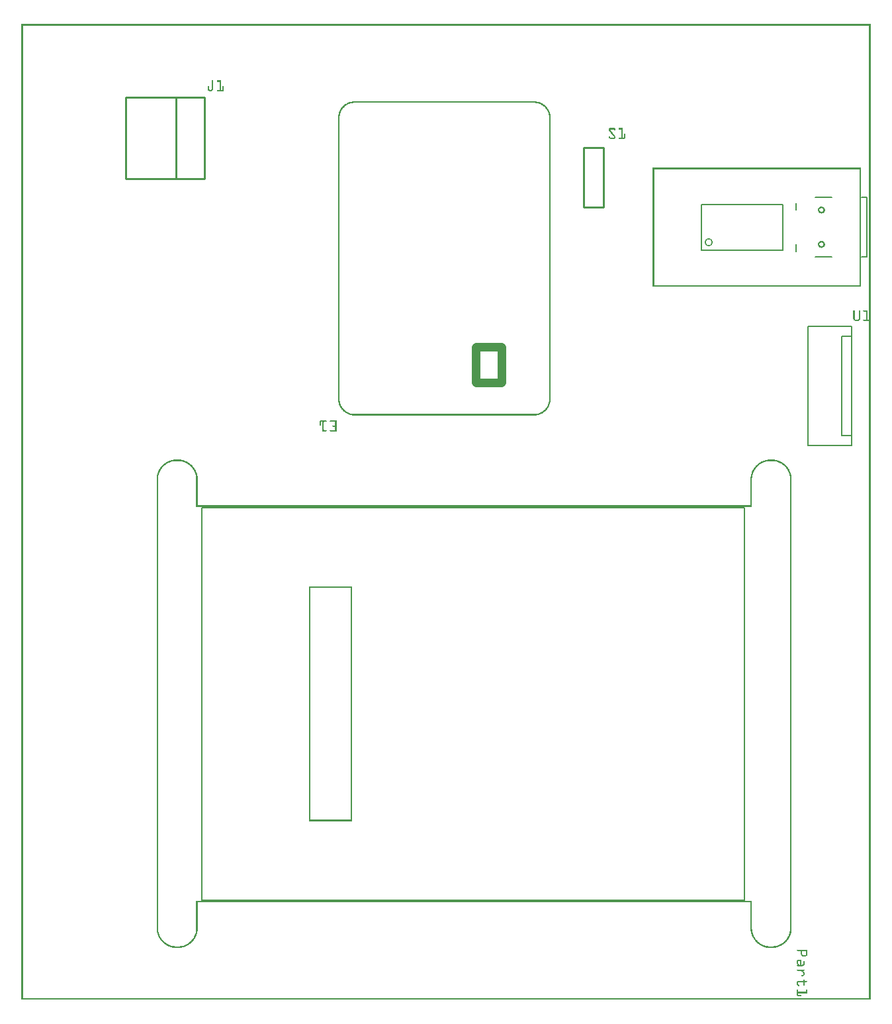
<source format=gto>
G04 MADE WITH FRITZING*
G04 WWW.FRITZING.ORG*
G04 DOUBLE SIDED*
G04 HOLES PLATED*
G04 CONTOUR ON CENTER OF CONTOUR VECTOR*
%ASAXBY*%
%FSLAX23Y23*%
%MOIN*%
%OFA0B0*%
%SFA1.0B1.0*%
%ADD10C,0.042189X0.0301888*%
%ADD11R,0.130216X0.177069X0.130216X0.177069*%
%ADD12R,0.225000X0.605000X0.215000X0.595000*%
%ADD13C,0.005000*%
%ADD14R,0.055000X0.505000X0.045000X0.495000*%
%ADD15C,0.006000*%
%ADD16C,0.008000*%
%ADD17C,0.010417*%
%ADD18C,0.010000*%
%ADD19R,0.001000X0.001000*%
%LNSILK1*%
G90*
G70*
G54D10*
X3465Y3813D03*
X2290Y3286D02*
X2420Y3286D01*
X2420Y3109D01*
X2290Y3109D01*
X2290Y3286D01*
D02*
G54D13*
X3962Y3390D02*
X4182Y3390D01*
X4182Y2790D01*
X3962Y2790D01*
X3962Y3390D01*
D02*
X4132Y3340D02*
X4182Y3340D01*
X4182Y2840D01*
X4132Y2840D01*
X4132Y3340D01*
D02*
X3642Y2478D02*
X3642Y502D01*
D02*
X3642Y502D02*
X909Y502D01*
D02*
X909Y502D02*
X909Y2478D01*
D02*
X909Y2478D02*
X3642Y2478D01*
G54D15*
D02*
X3427Y4005D02*
X3836Y4005D01*
D02*
X3836Y4005D02*
X3836Y3775D01*
D02*
X3836Y3775D02*
X3427Y3775D01*
D02*
X3427Y3775D02*
X3427Y4005D01*
G54D16*
D02*
X4083Y3740D02*
X4000Y3740D01*
D02*
X3902Y3768D02*
X3902Y3803D01*
D02*
X3902Y3977D02*
X3902Y4012D01*
D02*
X4000Y4040D02*
X4083Y4040D01*
D02*
X4232Y3740D02*
X4260Y3740D01*
D02*
X4232Y4040D02*
X4260Y4040D01*
D02*
X4260Y3740D02*
X4260Y4040D01*
G54D17*
D02*
X527Y4545D02*
X527Y4134D01*
D02*
X527Y4134D02*
X923Y4134D01*
D02*
X923Y4134D02*
X923Y4545D01*
D02*
X923Y4545D02*
X527Y4545D01*
D02*
X780Y4134D02*
X780Y4545D01*
G54D18*
D02*
X2832Y4290D02*
X2832Y3990D01*
D02*
X2832Y3990D02*
X2932Y3990D01*
D02*
X2932Y3990D02*
X2932Y4290D01*
D02*
X2932Y4290D02*
X2832Y4290D01*
G54D19*
X1Y4913D02*
X4279Y4913D01*
X1Y4912D02*
X4279Y4912D01*
X1Y4911D02*
X4279Y4911D01*
X1Y4910D02*
X4279Y4910D01*
X1Y4909D02*
X4279Y4909D01*
X1Y4908D02*
X4279Y4908D01*
X1Y4907D02*
X4279Y4907D01*
X1Y4906D02*
X4279Y4906D01*
X1Y4905D02*
X8Y4905D01*
X4272Y4905D02*
X4279Y4905D01*
X1Y4904D02*
X8Y4904D01*
X4272Y4904D02*
X4279Y4904D01*
X1Y4903D02*
X8Y4903D01*
X4272Y4903D02*
X4279Y4903D01*
X1Y4902D02*
X8Y4902D01*
X4272Y4902D02*
X4279Y4902D01*
X1Y4901D02*
X8Y4901D01*
X4272Y4901D02*
X4279Y4901D01*
X1Y4900D02*
X8Y4900D01*
X4272Y4900D02*
X4279Y4900D01*
X1Y4899D02*
X8Y4899D01*
X4272Y4899D02*
X4279Y4899D01*
X1Y4898D02*
X8Y4898D01*
X4272Y4898D02*
X4279Y4898D01*
X1Y4897D02*
X8Y4897D01*
X4272Y4897D02*
X4279Y4897D01*
X1Y4896D02*
X8Y4896D01*
X4272Y4896D02*
X4279Y4896D01*
X1Y4895D02*
X8Y4895D01*
X4272Y4895D02*
X4279Y4895D01*
X1Y4894D02*
X8Y4894D01*
X4272Y4894D02*
X4279Y4894D01*
X1Y4893D02*
X8Y4893D01*
X4272Y4893D02*
X4279Y4893D01*
X1Y4892D02*
X8Y4892D01*
X4272Y4892D02*
X4279Y4892D01*
X1Y4891D02*
X8Y4891D01*
X4272Y4891D02*
X4279Y4891D01*
X1Y4890D02*
X8Y4890D01*
X4272Y4890D02*
X4279Y4890D01*
X1Y4889D02*
X8Y4889D01*
X4272Y4889D02*
X4279Y4889D01*
X1Y4888D02*
X8Y4888D01*
X4272Y4888D02*
X4279Y4888D01*
X1Y4887D02*
X8Y4887D01*
X4272Y4887D02*
X4279Y4887D01*
X1Y4886D02*
X8Y4886D01*
X4272Y4886D02*
X4279Y4886D01*
X1Y4885D02*
X8Y4885D01*
X4272Y4885D02*
X4279Y4885D01*
X1Y4884D02*
X8Y4884D01*
X4272Y4884D02*
X4279Y4884D01*
X1Y4883D02*
X8Y4883D01*
X4272Y4883D02*
X4279Y4883D01*
X1Y4882D02*
X8Y4882D01*
X4272Y4882D02*
X4279Y4882D01*
X1Y4881D02*
X8Y4881D01*
X4272Y4881D02*
X4279Y4881D01*
X1Y4880D02*
X8Y4880D01*
X4272Y4880D02*
X4279Y4880D01*
X1Y4879D02*
X8Y4879D01*
X4272Y4879D02*
X4279Y4879D01*
X1Y4878D02*
X8Y4878D01*
X4272Y4878D02*
X4279Y4878D01*
X1Y4877D02*
X8Y4877D01*
X4272Y4877D02*
X4279Y4877D01*
X1Y4876D02*
X8Y4876D01*
X4272Y4876D02*
X4279Y4876D01*
X1Y4875D02*
X8Y4875D01*
X4272Y4875D02*
X4279Y4875D01*
X1Y4874D02*
X8Y4874D01*
X4272Y4874D02*
X4279Y4874D01*
X1Y4873D02*
X8Y4873D01*
X4272Y4873D02*
X4279Y4873D01*
X1Y4872D02*
X8Y4872D01*
X4272Y4872D02*
X4279Y4872D01*
X1Y4871D02*
X8Y4871D01*
X4272Y4871D02*
X4279Y4871D01*
X1Y4870D02*
X8Y4870D01*
X4272Y4870D02*
X4279Y4870D01*
X1Y4869D02*
X8Y4869D01*
X4272Y4869D02*
X4279Y4869D01*
X1Y4868D02*
X8Y4868D01*
X4272Y4868D02*
X4279Y4868D01*
X1Y4867D02*
X8Y4867D01*
X4272Y4867D02*
X4279Y4867D01*
X1Y4866D02*
X8Y4866D01*
X4272Y4866D02*
X4279Y4866D01*
X1Y4865D02*
X8Y4865D01*
X4272Y4865D02*
X4279Y4865D01*
X1Y4864D02*
X8Y4864D01*
X4272Y4864D02*
X4279Y4864D01*
X1Y4863D02*
X8Y4863D01*
X4272Y4863D02*
X4279Y4863D01*
X1Y4862D02*
X8Y4862D01*
X4272Y4862D02*
X4279Y4862D01*
X1Y4861D02*
X8Y4861D01*
X4272Y4861D02*
X4279Y4861D01*
X1Y4860D02*
X8Y4860D01*
X4272Y4860D02*
X4279Y4860D01*
X1Y4859D02*
X8Y4859D01*
X4272Y4859D02*
X4279Y4859D01*
X1Y4858D02*
X8Y4858D01*
X4272Y4858D02*
X4279Y4858D01*
X1Y4857D02*
X8Y4857D01*
X4272Y4857D02*
X4279Y4857D01*
X1Y4856D02*
X8Y4856D01*
X4272Y4856D02*
X4279Y4856D01*
X1Y4855D02*
X8Y4855D01*
X4272Y4855D02*
X4279Y4855D01*
X1Y4854D02*
X8Y4854D01*
X4272Y4854D02*
X4279Y4854D01*
X1Y4853D02*
X8Y4853D01*
X4272Y4853D02*
X4279Y4853D01*
X1Y4852D02*
X8Y4852D01*
X4272Y4852D02*
X4279Y4852D01*
X1Y4851D02*
X8Y4851D01*
X4272Y4851D02*
X4279Y4851D01*
X1Y4850D02*
X8Y4850D01*
X4272Y4850D02*
X4279Y4850D01*
X1Y4849D02*
X8Y4849D01*
X4272Y4849D02*
X4279Y4849D01*
X1Y4848D02*
X8Y4848D01*
X4272Y4848D02*
X4279Y4848D01*
X1Y4847D02*
X8Y4847D01*
X4272Y4847D02*
X4279Y4847D01*
X1Y4846D02*
X8Y4846D01*
X4272Y4846D02*
X4279Y4846D01*
X1Y4845D02*
X8Y4845D01*
X4272Y4845D02*
X4279Y4845D01*
X1Y4844D02*
X8Y4844D01*
X4272Y4844D02*
X4279Y4844D01*
X1Y4843D02*
X8Y4843D01*
X4272Y4843D02*
X4279Y4843D01*
X1Y4842D02*
X8Y4842D01*
X4272Y4842D02*
X4279Y4842D01*
X1Y4841D02*
X8Y4841D01*
X4272Y4841D02*
X4279Y4841D01*
X1Y4840D02*
X8Y4840D01*
X4272Y4840D02*
X4279Y4840D01*
X1Y4839D02*
X8Y4839D01*
X4272Y4839D02*
X4279Y4839D01*
X1Y4838D02*
X8Y4838D01*
X4272Y4838D02*
X4279Y4838D01*
X1Y4837D02*
X8Y4837D01*
X4272Y4837D02*
X4279Y4837D01*
X1Y4836D02*
X8Y4836D01*
X4272Y4836D02*
X4279Y4836D01*
X1Y4835D02*
X8Y4835D01*
X4272Y4835D02*
X4279Y4835D01*
X1Y4834D02*
X8Y4834D01*
X4272Y4834D02*
X4279Y4834D01*
X1Y4833D02*
X8Y4833D01*
X4272Y4833D02*
X4279Y4833D01*
X1Y4832D02*
X8Y4832D01*
X4272Y4832D02*
X4279Y4832D01*
X1Y4831D02*
X8Y4831D01*
X4272Y4831D02*
X4279Y4831D01*
X1Y4830D02*
X8Y4830D01*
X4272Y4830D02*
X4279Y4830D01*
X1Y4829D02*
X8Y4829D01*
X4272Y4829D02*
X4279Y4829D01*
X1Y4828D02*
X8Y4828D01*
X4272Y4828D02*
X4279Y4828D01*
X1Y4827D02*
X8Y4827D01*
X4272Y4827D02*
X4279Y4827D01*
X1Y4826D02*
X8Y4826D01*
X4272Y4826D02*
X4279Y4826D01*
X1Y4825D02*
X8Y4825D01*
X4272Y4825D02*
X4279Y4825D01*
X1Y4824D02*
X8Y4824D01*
X4272Y4824D02*
X4279Y4824D01*
X1Y4823D02*
X8Y4823D01*
X4272Y4823D02*
X4279Y4823D01*
X1Y4822D02*
X8Y4822D01*
X4272Y4822D02*
X4279Y4822D01*
X1Y4821D02*
X8Y4821D01*
X4272Y4821D02*
X4279Y4821D01*
X1Y4820D02*
X8Y4820D01*
X4272Y4820D02*
X4279Y4820D01*
X1Y4819D02*
X8Y4819D01*
X4272Y4819D02*
X4279Y4819D01*
X1Y4818D02*
X8Y4818D01*
X4272Y4818D02*
X4279Y4818D01*
X1Y4817D02*
X8Y4817D01*
X4272Y4817D02*
X4279Y4817D01*
X1Y4816D02*
X8Y4816D01*
X4272Y4816D02*
X4279Y4816D01*
X1Y4815D02*
X8Y4815D01*
X4272Y4815D02*
X4279Y4815D01*
X1Y4814D02*
X8Y4814D01*
X4272Y4814D02*
X4279Y4814D01*
X1Y4813D02*
X8Y4813D01*
X4272Y4813D02*
X4279Y4813D01*
X1Y4812D02*
X8Y4812D01*
X4272Y4812D02*
X4279Y4812D01*
X1Y4811D02*
X8Y4811D01*
X4272Y4811D02*
X4279Y4811D01*
X1Y4810D02*
X8Y4810D01*
X4272Y4810D02*
X4279Y4810D01*
X1Y4809D02*
X8Y4809D01*
X4272Y4809D02*
X4279Y4809D01*
X1Y4808D02*
X8Y4808D01*
X4272Y4808D02*
X4279Y4808D01*
X1Y4807D02*
X8Y4807D01*
X4272Y4807D02*
X4279Y4807D01*
X1Y4806D02*
X8Y4806D01*
X4272Y4806D02*
X4279Y4806D01*
X1Y4805D02*
X8Y4805D01*
X4272Y4805D02*
X4279Y4805D01*
X1Y4804D02*
X8Y4804D01*
X4272Y4804D02*
X4279Y4804D01*
X1Y4803D02*
X8Y4803D01*
X4272Y4803D02*
X4279Y4803D01*
X1Y4802D02*
X8Y4802D01*
X4272Y4802D02*
X4279Y4802D01*
X1Y4801D02*
X8Y4801D01*
X4272Y4801D02*
X4279Y4801D01*
X1Y4800D02*
X8Y4800D01*
X4272Y4800D02*
X4279Y4800D01*
X1Y4799D02*
X8Y4799D01*
X4272Y4799D02*
X4279Y4799D01*
X1Y4798D02*
X8Y4798D01*
X4272Y4798D02*
X4279Y4798D01*
X1Y4797D02*
X8Y4797D01*
X4272Y4797D02*
X4279Y4797D01*
X1Y4796D02*
X8Y4796D01*
X4272Y4796D02*
X4279Y4796D01*
X1Y4795D02*
X8Y4795D01*
X4272Y4795D02*
X4279Y4795D01*
X1Y4794D02*
X8Y4794D01*
X4272Y4794D02*
X4279Y4794D01*
X1Y4793D02*
X8Y4793D01*
X4272Y4793D02*
X4279Y4793D01*
X1Y4792D02*
X8Y4792D01*
X4272Y4792D02*
X4279Y4792D01*
X1Y4791D02*
X8Y4791D01*
X4272Y4791D02*
X4279Y4791D01*
X1Y4790D02*
X8Y4790D01*
X4272Y4790D02*
X4279Y4790D01*
X1Y4789D02*
X8Y4789D01*
X4272Y4789D02*
X4279Y4789D01*
X1Y4788D02*
X8Y4788D01*
X4272Y4788D02*
X4279Y4788D01*
X1Y4787D02*
X8Y4787D01*
X4272Y4787D02*
X4279Y4787D01*
X1Y4786D02*
X8Y4786D01*
X4272Y4786D02*
X4279Y4786D01*
X1Y4785D02*
X8Y4785D01*
X4272Y4785D02*
X4279Y4785D01*
X1Y4784D02*
X8Y4784D01*
X4272Y4784D02*
X4279Y4784D01*
X1Y4783D02*
X8Y4783D01*
X4272Y4783D02*
X4279Y4783D01*
X1Y4782D02*
X8Y4782D01*
X4272Y4782D02*
X4279Y4782D01*
X1Y4781D02*
X8Y4781D01*
X4272Y4781D02*
X4279Y4781D01*
X1Y4780D02*
X8Y4780D01*
X4272Y4780D02*
X4279Y4780D01*
X1Y4779D02*
X8Y4779D01*
X4272Y4779D02*
X4279Y4779D01*
X1Y4778D02*
X8Y4778D01*
X4272Y4778D02*
X4279Y4778D01*
X1Y4777D02*
X8Y4777D01*
X4272Y4777D02*
X4279Y4777D01*
X1Y4776D02*
X8Y4776D01*
X4272Y4776D02*
X4279Y4776D01*
X1Y4775D02*
X8Y4775D01*
X4272Y4775D02*
X4279Y4775D01*
X1Y4774D02*
X8Y4774D01*
X4272Y4774D02*
X4279Y4774D01*
X1Y4773D02*
X8Y4773D01*
X4272Y4773D02*
X4279Y4773D01*
X1Y4772D02*
X8Y4772D01*
X4272Y4772D02*
X4279Y4772D01*
X1Y4771D02*
X8Y4771D01*
X4272Y4771D02*
X4279Y4771D01*
X1Y4770D02*
X8Y4770D01*
X4272Y4770D02*
X4279Y4770D01*
X1Y4769D02*
X8Y4769D01*
X4272Y4769D02*
X4279Y4769D01*
X1Y4768D02*
X8Y4768D01*
X4272Y4768D02*
X4279Y4768D01*
X1Y4767D02*
X8Y4767D01*
X4272Y4767D02*
X4279Y4767D01*
X1Y4766D02*
X8Y4766D01*
X4272Y4766D02*
X4279Y4766D01*
X1Y4765D02*
X8Y4765D01*
X4272Y4765D02*
X4279Y4765D01*
X1Y4764D02*
X8Y4764D01*
X4272Y4764D02*
X4279Y4764D01*
X1Y4763D02*
X8Y4763D01*
X4272Y4763D02*
X4279Y4763D01*
X1Y4762D02*
X8Y4762D01*
X4272Y4762D02*
X4279Y4762D01*
X1Y4761D02*
X8Y4761D01*
X4272Y4761D02*
X4279Y4761D01*
X1Y4760D02*
X8Y4760D01*
X4272Y4760D02*
X4279Y4760D01*
X1Y4759D02*
X8Y4759D01*
X4272Y4759D02*
X4279Y4759D01*
X1Y4758D02*
X8Y4758D01*
X4272Y4758D02*
X4279Y4758D01*
X1Y4757D02*
X8Y4757D01*
X4272Y4757D02*
X4279Y4757D01*
X1Y4756D02*
X8Y4756D01*
X4272Y4756D02*
X4279Y4756D01*
X1Y4755D02*
X8Y4755D01*
X4272Y4755D02*
X4279Y4755D01*
X1Y4754D02*
X8Y4754D01*
X4272Y4754D02*
X4279Y4754D01*
X1Y4753D02*
X8Y4753D01*
X4272Y4753D02*
X4279Y4753D01*
X1Y4752D02*
X8Y4752D01*
X4272Y4752D02*
X4279Y4752D01*
X1Y4751D02*
X8Y4751D01*
X4272Y4751D02*
X4279Y4751D01*
X1Y4750D02*
X8Y4750D01*
X4272Y4750D02*
X4279Y4750D01*
X1Y4749D02*
X8Y4749D01*
X4272Y4749D02*
X4279Y4749D01*
X1Y4748D02*
X8Y4748D01*
X4272Y4748D02*
X4279Y4748D01*
X1Y4747D02*
X8Y4747D01*
X4272Y4747D02*
X4279Y4747D01*
X1Y4746D02*
X8Y4746D01*
X4272Y4746D02*
X4279Y4746D01*
X1Y4745D02*
X8Y4745D01*
X4272Y4745D02*
X4279Y4745D01*
X1Y4744D02*
X8Y4744D01*
X4272Y4744D02*
X4279Y4744D01*
X1Y4743D02*
X8Y4743D01*
X4272Y4743D02*
X4279Y4743D01*
X1Y4742D02*
X8Y4742D01*
X4272Y4742D02*
X4279Y4742D01*
X1Y4741D02*
X8Y4741D01*
X4272Y4741D02*
X4279Y4741D01*
X1Y4740D02*
X8Y4740D01*
X4272Y4740D02*
X4279Y4740D01*
X1Y4739D02*
X8Y4739D01*
X4272Y4739D02*
X4279Y4739D01*
X1Y4738D02*
X8Y4738D01*
X4272Y4738D02*
X4279Y4738D01*
X1Y4737D02*
X8Y4737D01*
X4272Y4737D02*
X4279Y4737D01*
X1Y4736D02*
X8Y4736D01*
X4272Y4736D02*
X4279Y4736D01*
X1Y4735D02*
X8Y4735D01*
X4272Y4735D02*
X4279Y4735D01*
X1Y4734D02*
X8Y4734D01*
X4272Y4734D02*
X4279Y4734D01*
X1Y4733D02*
X8Y4733D01*
X4272Y4733D02*
X4279Y4733D01*
X1Y4732D02*
X8Y4732D01*
X4272Y4732D02*
X4279Y4732D01*
X1Y4731D02*
X8Y4731D01*
X4272Y4731D02*
X4279Y4731D01*
X1Y4730D02*
X8Y4730D01*
X4272Y4730D02*
X4279Y4730D01*
X1Y4729D02*
X8Y4729D01*
X4272Y4729D02*
X4279Y4729D01*
X1Y4728D02*
X8Y4728D01*
X4272Y4728D02*
X4279Y4728D01*
X1Y4727D02*
X8Y4727D01*
X4272Y4727D02*
X4279Y4727D01*
X1Y4726D02*
X8Y4726D01*
X4272Y4726D02*
X4279Y4726D01*
X1Y4725D02*
X8Y4725D01*
X4272Y4725D02*
X4279Y4725D01*
X1Y4724D02*
X8Y4724D01*
X4272Y4724D02*
X4279Y4724D01*
X1Y4723D02*
X8Y4723D01*
X4272Y4723D02*
X4279Y4723D01*
X1Y4722D02*
X8Y4722D01*
X4272Y4722D02*
X4279Y4722D01*
X1Y4721D02*
X8Y4721D01*
X4272Y4721D02*
X4279Y4721D01*
X1Y4720D02*
X8Y4720D01*
X4272Y4720D02*
X4279Y4720D01*
X1Y4719D02*
X8Y4719D01*
X4272Y4719D02*
X4279Y4719D01*
X1Y4718D02*
X8Y4718D01*
X4272Y4718D02*
X4279Y4718D01*
X1Y4717D02*
X8Y4717D01*
X4272Y4717D02*
X4279Y4717D01*
X1Y4716D02*
X8Y4716D01*
X4272Y4716D02*
X4279Y4716D01*
X1Y4715D02*
X8Y4715D01*
X4272Y4715D02*
X4279Y4715D01*
X1Y4714D02*
X8Y4714D01*
X4272Y4714D02*
X4279Y4714D01*
X1Y4713D02*
X8Y4713D01*
X4272Y4713D02*
X4279Y4713D01*
X1Y4712D02*
X8Y4712D01*
X4272Y4712D02*
X4279Y4712D01*
X1Y4711D02*
X8Y4711D01*
X4272Y4711D02*
X4279Y4711D01*
X1Y4710D02*
X8Y4710D01*
X4272Y4710D02*
X4279Y4710D01*
X1Y4709D02*
X8Y4709D01*
X4272Y4709D02*
X4279Y4709D01*
X1Y4708D02*
X8Y4708D01*
X4272Y4708D02*
X4279Y4708D01*
X1Y4707D02*
X8Y4707D01*
X4272Y4707D02*
X4279Y4707D01*
X1Y4706D02*
X8Y4706D01*
X4272Y4706D02*
X4279Y4706D01*
X1Y4705D02*
X8Y4705D01*
X4272Y4705D02*
X4279Y4705D01*
X1Y4704D02*
X8Y4704D01*
X4272Y4704D02*
X4279Y4704D01*
X1Y4703D02*
X8Y4703D01*
X4272Y4703D02*
X4279Y4703D01*
X1Y4702D02*
X8Y4702D01*
X4272Y4702D02*
X4279Y4702D01*
X1Y4701D02*
X8Y4701D01*
X4272Y4701D02*
X4279Y4701D01*
X1Y4700D02*
X8Y4700D01*
X4272Y4700D02*
X4279Y4700D01*
X1Y4699D02*
X8Y4699D01*
X4272Y4699D02*
X4279Y4699D01*
X1Y4698D02*
X8Y4698D01*
X4272Y4698D02*
X4279Y4698D01*
X1Y4697D02*
X8Y4697D01*
X4272Y4697D02*
X4279Y4697D01*
X1Y4696D02*
X8Y4696D01*
X4272Y4696D02*
X4279Y4696D01*
X1Y4695D02*
X8Y4695D01*
X4272Y4695D02*
X4279Y4695D01*
X1Y4694D02*
X8Y4694D01*
X4272Y4694D02*
X4279Y4694D01*
X1Y4693D02*
X8Y4693D01*
X4272Y4693D02*
X4279Y4693D01*
X1Y4692D02*
X8Y4692D01*
X4272Y4692D02*
X4279Y4692D01*
X1Y4691D02*
X8Y4691D01*
X4272Y4691D02*
X4279Y4691D01*
X1Y4690D02*
X8Y4690D01*
X4272Y4690D02*
X4279Y4690D01*
X1Y4689D02*
X8Y4689D01*
X4272Y4689D02*
X4279Y4689D01*
X1Y4688D02*
X8Y4688D01*
X4272Y4688D02*
X4279Y4688D01*
X1Y4687D02*
X8Y4687D01*
X4272Y4687D02*
X4279Y4687D01*
X1Y4686D02*
X8Y4686D01*
X4272Y4686D02*
X4279Y4686D01*
X1Y4685D02*
X8Y4685D01*
X4272Y4685D02*
X4279Y4685D01*
X1Y4684D02*
X8Y4684D01*
X4272Y4684D02*
X4279Y4684D01*
X1Y4683D02*
X8Y4683D01*
X4272Y4683D02*
X4279Y4683D01*
X1Y4682D02*
X8Y4682D01*
X4272Y4682D02*
X4279Y4682D01*
X1Y4681D02*
X8Y4681D01*
X4272Y4681D02*
X4279Y4681D01*
X1Y4680D02*
X8Y4680D01*
X4272Y4680D02*
X4279Y4680D01*
X1Y4679D02*
X8Y4679D01*
X4272Y4679D02*
X4279Y4679D01*
X1Y4678D02*
X8Y4678D01*
X4272Y4678D02*
X4279Y4678D01*
X1Y4677D02*
X8Y4677D01*
X4272Y4677D02*
X4279Y4677D01*
X1Y4676D02*
X8Y4676D01*
X4272Y4676D02*
X4279Y4676D01*
X1Y4675D02*
X8Y4675D01*
X4272Y4675D02*
X4279Y4675D01*
X1Y4674D02*
X8Y4674D01*
X4272Y4674D02*
X4279Y4674D01*
X1Y4673D02*
X8Y4673D01*
X4272Y4673D02*
X4279Y4673D01*
X1Y4672D02*
X8Y4672D01*
X4272Y4672D02*
X4279Y4672D01*
X1Y4671D02*
X8Y4671D01*
X4272Y4671D02*
X4279Y4671D01*
X1Y4670D02*
X8Y4670D01*
X4272Y4670D02*
X4279Y4670D01*
X1Y4669D02*
X8Y4669D01*
X4272Y4669D02*
X4279Y4669D01*
X1Y4668D02*
X8Y4668D01*
X4272Y4668D02*
X4279Y4668D01*
X1Y4667D02*
X8Y4667D01*
X4272Y4667D02*
X4279Y4667D01*
X1Y4666D02*
X8Y4666D01*
X4272Y4666D02*
X4279Y4666D01*
X1Y4665D02*
X8Y4665D01*
X4272Y4665D02*
X4279Y4665D01*
X1Y4664D02*
X8Y4664D01*
X4272Y4664D02*
X4279Y4664D01*
X1Y4663D02*
X8Y4663D01*
X4272Y4663D02*
X4279Y4663D01*
X1Y4662D02*
X8Y4662D01*
X4272Y4662D02*
X4279Y4662D01*
X1Y4661D02*
X8Y4661D01*
X4272Y4661D02*
X4279Y4661D01*
X1Y4660D02*
X8Y4660D01*
X4272Y4660D02*
X4279Y4660D01*
X1Y4659D02*
X8Y4659D01*
X4272Y4659D02*
X4279Y4659D01*
X1Y4658D02*
X8Y4658D01*
X4272Y4658D02*
X4279Y4658D01*
X1Y4657D02*
X8Y4657D01*
X4272Y4657D02*
X4279Y4657D01*
X1Y4656D02*
X8Y4656D01*
X4272Y4656D02*
X4279Y4656D01*
X1Y4655D02*
X8Y4655D01*
X4272Y4655D02*
X4279Y4655D01*
X1Y4654D02*
X8Y4654D01*
X4272Y4654D02*
X4279Y4654D01*
X1Y4653D02*
X8Y4653D01*
X4272Y4653D02*
X4279Y4653D01*
X1Y4652D02*
X8Y4652D01*
X4272Y4652D02*
X4279Y4652D01*
X1Y4651D02*
X8Y4651D01*
X4272Y4651D02*
X4279Y4651D01*
X1Y4650D02*
X8Y4650D01*
X4272Y4650D02*
X4279Y4650D01*
X1Y4649D02*
X8Y4649D01*
X4272Y4649D02*
X4279Y4649D01*
X1Y4648D02*
X8Y4648D01*
X4272Y4648D02*
X4279Y4648D01*
X1Y4647D02*
X8Y4647D01*
X4272Y4647D02*
X4279Y4647D01*
X1Y4646D02*
X8Y4646D01*
X4272Y4646D02*
X4279Y4646D01*
X1Y4645D02*
X8Y4645D01*
X4272Y4645D02*
X4279Y4645D01*
X1Y4644D02*
X8Y4644D01*
X4272Y4644D02*
X4279Y4644D01*
X1Y4643D02*
X8Y4643D01*
X4272Y4643D02*
X4279Y4643D01*
X1Y4642D02*
X8Y4642D01*
X4272Y4642D02*
X4279Y4642D01*
X1Y4641D02*
X8Y4641D01*
X4272Y4641D02*
X4279Y4641D01*
X1Y4640D02*
X8Y4640D01*
X4272Y4640D02*
X4279Y4640D01*
X1Y4639D02*
X8Y4639D01*
X4272Y4639D02*
X4279Y4639D01*
X1Y4638D02*
X8Y4638D01*
X4272Y4638D02*
X4279Y4638D01*
X1Y4637D02*
X8Y4637D01*
X4272Y4637D02*
X4279Y4637D01*
X1Y4636D02*
X8Y4636D01*
X4272Y4636D02*
X4279Y4636D01*
X1Y4635D02*
X8Y4635D01*
X4272Y4635D02*
X4279Y4635D01*
X1Y4634D02*
X8Y4634D01*
X4272Y4634D02*
X4279Y4634D01*
X1Y4633D02*
X8Y4633D01*
X4272Y4633D02*
X4279Y4633D01*
X1Y4632D02*
X8Y4632D01*
X4272Y4632D02*
X4279Y4632D01*
X1Y4631D02*
X8Y4631D01*
X4272Y4631D02*
X4279Y4631D01*
X1Y4630D02*
X8Y4630D01*
X4272Y4630D02*
X4279Y4630D01*
X1Y4629D02*
X8Y4629D01*
X962Y4629D02*
X965Y4629D01*
X988Y4629D02*
X1006Y4629D01*
X4272Y4629D02*
X4279Y4629D01*
X1Y4628D02*
X8Y4628D01*
X961Y4628D02*
X966Y4628D01*
X987Y4628D02*
X1006Y4628D01*
X4272Y4628D02*
X4279Y4628D01*
X1Y4627D02*
X8Y4627D01*
X960Y4627D02*
X966Y4627D01*
X986Y4627D02*
X1006Y4627D01*
X4272Y4627D02*
X4279Y4627D01*
X1Y4626D02*
X8Y4626D01*
X960Y4626D02*
X966Y4626D01*
X986Y4626D02*
X1006Y4626D01*
X4272Y4626D02*
X4279Y4626D01*
X1Y4625D02*
X8Y4625D01*
X960Y4625D02*
X966Y4625D01*
X986Y4625D02*
X1006Y4625D01*
X4272Y4625D02*
X4279Y4625D01*
X1Y4624D02*
X8Y4624D01*
X960Y4624D02*
X966Y4624D01*
X987Y4624D02*
X1006Y4624D01*
X4272Y4624D02*
X4279Y4624D01*
X1Y4623D02*
X8Y4623D01*
X960Y4623D02*
X966Y4623D01*
X988Y4623D02*
X1006Y4623D01*
X4272Y4623D02*
X4279Y4623D01*
X1Y4622D02*
X8Y4622D01*
X960Y4622D02*
X966Y4622D01*
X1000Y4622D02*
X1006Y4622D01*
X4272Y4622D02*
X4279Y4622D01*
X1Y4621D02*
X8Y4621D01*
X960Y4621D02*
X966Y4621D01*
X1000Y4621D02*
X1006Y4621D01*
X4272Y4621D02*
X4279Y4621D01*
X1Y4620D02*
X8Y4620D01*
X960Y4620D02*
X966Y4620D01*
X1000Y4620D02*
X1006Y4620D01*
X4272Y4620D02*
X4279Y4620D01*
X1Y4619D02*
X8Y4619D01*
X960Y4619D02*
X966Y4619D01*
X1000Y4619D02*
X1006Y4619D01*
X4272Y4619D02*
X4279Y4619D01*
X1Y4618D02*
X8Y4618D01*
X960Y4618D02*
X966Y4618D01*
X1000Y4618D02*
X1006Y4618D01*
X4272Y4618D02*
X4279Y4618D01*
X1Y4617D02*
X8Y4617D01*
X960Y4617D02*
X966Y4617D01*
X1000Y4617D02*
X1006Y4617D01*
X4272Y4617D02*
X4279Y4617D01*
X1Y4616D02*
X8Y4616D01*
X960Y4616D02*
X966Y4616D01*
X1000Y4616D02*
X1006Y4616D01*
X4272Y4616D02*
X4279Y4616D01*
X1Y4615D02*
X8Y4615D01*
X960Y4615D02*
X966Y4615D01*
X1000Y4615D02*
X1006Y4615D01*
X4272Y4615D02*
X4279Y4615D01*
X1Y4614D02*
X8Y4614D01*
X960Y4614D02*
X966Y4614D01*
X1000Y4614D02*
X1006Y4614D01*
X4272Y4614D02*
X4279Y4614D01*
X1Y4613D02*
X8Y4613D01*
X960Y4613D02*
X966Y4613D01*
X1000Y4613D02*
X1006Y4613D01*
X4272Y4613D02*
X4279Y4613D01*
X1Y4612D02*
X8Y4612D01*
X960Y4612D02*
X966Y4612D01*
X1000Y4612D02*
X1006Y4612D01*
X4272Y4612D02*
X4279Y4612D01*
X1Y4611D02*
X8Y4611D01*
X960Y4611D02*
X966Y4611D01*
X1000Y4611D02*
X1006Y4611D01*
X4272Y4611D02*
X4279Y4611D01*
X1Y4610D02*
X8Y4610D01*
X960Y4610D02*
X966Y4610D01*
X1000Y4610D02*
X1006Y4610D01*
X4272Y4610D02*
X4279Y4610D01*
X1Y4609D02*
X8Y4609D01*
X960Y4609D02*
X966Y4609D01*
X1000Y4609D02*
X1006Y4609D01*
X4272Y4609D02*
X4279Y4609D01*
X1Y4608D02*
X8Y4608D01*
X960Y4608D02*
X966Y4608D01*
X1000Y4608D02*
X1006Y4608D01*
X4272Y4608D02*
X4279Y4608D01*
X1Y4607D02*
X8Y4607D01*
X960Y4607D02*
X966Y4607D01*
X1000Y4607D02*
X1006Y4607D01*
X4272Y4607D02*
X4279Y4607D01*
X1Y4606D02*
X8Y4606D01*
X960Y4606D02*
X966Y4606D01*
X1000Y4606D02*
X1006Y4606D01*
X4272Y4606D02*
X4279Y4606D01*
X1Y4605D02*
X8Y4605D01*
X960Y4605D02*
X966Y4605D01*
X1000Y4605D02*
X1006Y4605D01*
X4272Y4605D02*
X4279Y4605D01*
X1Y4604D02*
X8Y4604D01*
X960Y4604D02*
X966Y4604D01*
X1000Y4604D02*
X1006Y4604D01*
X4272Y4604D02*
X4279Y4604D01*
X1Y4603D02*
X8Y4603D01*
X960Y4603D02*
X966Y4603D01*
X1000Y4603D02*
X1006Y4603D01*
X4272Y4603D02*
X4279Y4603D01*
X1Y4602D02*
X8Y4602D01*
X960Y4602D02*
X966Y4602D01*
X1000Y4602D02*
X1006Y4602D01*
X4272Y4602D02*
X4279Y4602D01*
X1Y4601D02*
X8Y4601D01*
X960Y4601D02*
X966Y4601D01*
X1000Y4601D02*
X1006Y4601D01*
X4272Y4601D02*
X4279Y4601D01*
X1Y4600D02*
X8Y4600D01*
X942Y4600D02*
X943Y4600D01*
X960Y4600D02*
X966Y4600D01*
X1000Y4600D02*
X1006Y4600D01*
X1016Y4600D02*
X1018Y4600D01*
X4272Y4600D02*
X4279Y4600D01*
X1Y4599D02*
X8Y4599D01*
X940Y4599D02*
X945Y4599D01*
X960Y4599D02*
X966Y4599D01*
X1000Y4599D02*
X1006Y4599D01*
X1015Y4599D02*
X1019Y4599D01*
X4272Y4599D02*
X4279Y4599D01*
X1Y4598D02*
X8Y4598D01*
X940Y4598D02*
X945Y4598D01*
X960Y4598D02*
X966Y4598D01*
X1000Y4598D02*
X1006Y4598D01*
X1014Y4598D02*
X1019Y4598D01*
X4272Y4598D02*
X4279Y4598D01*
X1Y4597D02*
X8Y4597D01*
X940Y4597D02*
X946Y4597D01*
X960Y4597D02*
X966Y4597D01*
X1000Y4597D02*
X1006Y4597D01*
X1014Y4597D02*
X1020Y4597D01*
X4272Y4597D02*
X4279Y4597D01*
X1Y4596D02*
X8Y4596D01*
X940Y4596D02*
X946Y4596D01*
X960Y4596D02*
X966Y4596D01*
X1000Y4596D02*
X1006Y4596D01*
X1014Y4596D02*
X1020Y4596D01*
X4272Y4596D02*
X4279Y4596D01*
X1Y4595D02*
X8Y4595D01*
X940Y4595D02*
X946Y4595D01*
X960Y4595D02*
X966Y4595D01*
X1000Y4595D02*
X1006Y4595D01*
X1014Y4595D02*
X1020Y4595D01*
X4272Y4595D02*
X4279Y4595D01*
X1Y4594D02*
X8Y4594D01*
X940Y4594D02*
X946Y4594D01*
X960Y4594D02*
X966Y4594D01*
X1000Y4594D02*
X1006Y4594D01*
X1014Y4594D02*
X1020Y4594D01*
X4272Y4594D02*
X4279Y4594D01*
X1Y4593D02*
X8Y4593D01*
X940Y4593D02*
X946Y4593D01*
X960Y4593D02*
X966Y4593D01*
X1000Y4593D02*
X1006Y4593D01*
X1014Y4593D02*
X1020Y4593D01*
X4272Y4593D02*
X4279Y4593D01*
X1Y4592D02*
X8Y4592D01*
X940Y4592D02*
X946Y4592D01*
X960Y4592D02*
X966Y4592D01*
X1000Y4592D02*
X1006Y4592D01*
X1014Y4592D02*
X1020Y4592D01*
X4272Y4592D02*
X4279Y4592D01*
X1Y4591D02*
X8Y4591D01*
X940Y4591D02*
X946Y4591D01*
X960Y4591D02*
X966Y4591D01*
X1000Y4591D02*
X1006Y4591D01*
X1014Y4591D02*
X1020Y4591D01*
X4272Y4591D02*
X4279Y4591D01*
X1Y4590D02*
X8Y4590D01*
X940Y4590D02*
X946Y4590D01*
X960Y4590D02*
X966Y4590D01*
X1000Y4590D02*
X1006Y4590D01*
X1014Y4590D02*
X1020Y4590D01*
X4272Y4590D02*
X4279Y4590D01*
X1Y4589D02*
X8Y4589D01*
X940Y4589D02*
X946Y4589D01*
X960Y4589D02*
X966Y4589D01*
X1000Y4589D02*
X1006Y4589D01*
X1014Y4589D02*
X1020Y4589D01*
X4272Y4589D02*
X4279Y4589D01*
X1Y4588D02*
X8Y4588D01*
X940Y4588D02*
X946Y4588D01*
X960Y4588D02*
X966Y4588D01*
X1000Y4588D02*
X1006Y4588D01*
X1014Y4588D02*
X1020Y4588D01*
X4272Y4588D02*
X4279Y4588D01*
X1Y4587D02*
X8Y4587D01*
X940Y4587D02*
X946Y4587D01*
X960Y4587D02*
X966Y4587D01*
X1000Y4587D02*
X1006Y4587D01*
X1014Y4587D02*
X1020Y4587D01*
X4272Y4587D02*
X4279Y4587D01*
X1Y4586D02*
X8Y4586D01*
X940Y4586D02*
X946Y4586D01*
X960Y4586D02*
X966Y4586D01*
X1000Y4586D02*
X1006Y4586D01*
X1014Y4586D02*
X1020Y4586D01*
X4272Y4586D02*
X4279Y4586D01*
X1Y4585D02*
X8Y4585D01*
X940Y4585D02*
X946Y4585D01*
X960Y4585D02*
X966Y4585D01*
X1000Y4585D02*
X1006Y4585D01*
X1014Y4585D02*
X1020Y4585D01*
X4272Y4585D02*
X4279Y4585D01*
X1Y4584D02*
X8Y4584D01*
X940Y4584D02*
X946Y4584D01*
X959Y4584D02*
X966Y4584D01*
X1000Y4584D02*
X1006Y4584D01*
X1014Y4584D02*
X1020Y4584D01*
X4272Y4584D02*
X4279Y4584D01*
X1Y4583D02*
X8Y4583D01*
X940Y4583D02*
X948Y4583D01*
X958Y4583D02*
X966Y4583D01*
X1000Y4583D02*
X1006Y4583D01*
X1014Y4583D02*
X1020Y4583D01*
X4272Y4583D02*
X4279Y4583D01*
X1Y4582D02*
X8Y4582D01*
X940Y4582D02*
X965Y4582D01*
X988Y4582D02*
X1020Y4582D01*
X4272Y4582D02*
X4279Y4582D01*
X1Y4581D02*
X8Y4581D01*
X941Y4581D02*
X965Y4581D01*
X987Y4581D02*
X1020Y4581D01*
X4272Y4581D02*
X4279Y4581D01*
X1Y4580D02*
X8Y4580D01*
X942Y4580D02*
X964Y4580D01*
X986Y4580D02*
X1020Y4580D01*
X4272Y4580D02*
X4279Y4580D01*
X1Y4579D02*
X8Y4579D01*
X942Y4579D02*
X963Y4579D01*
X986Y4579D02*
X1020Y4579D01*
X4272Y4579D02*
X4279Y4579D01*
X1Y4578D02*
X8Y4578D01*
X944Y4578D02*
X962Y4578D01*
X986Y4578D02*
X1019Y4578D01*
X4272Y4578D02*
X4279Y4578D01*
X1Y4577D02*
X8Y4577D01*
X945Y4577D02*
X961Y4577D01*
X987Y4577D02*
X1019Y4577D01*
X4272Y4577D02*
X4279Y4577D01*
X1Y4576D02*
X8Y4576D01*
X947Y4576D02*
X958Y4576D01*
X988Y4576D02*
X1018Y4576D01*
X4272Y4576D02*
X4279Y4576D01*
X1Y4575D02*
X8Y4575D01*
X4272Y4575D02*
X4279Y4575D01*
X1Y4574D02*
X8Y4574D01*
X4272Y4574D02*
X4279Y4574D01*
X1Y4573D02*
X8Y4573D01*
X4272Y4573D02*
X4279Y4573D01*
X1Y4572D02*
X8Y4572D01*
X4272Y4572D02*
X4279Y4572D01*
X1Y4571D02*
X8Y4571D01*
X4272Y4571D02*
X4279Y4571D01*
X1Y4570D02*
X8Y4570D01*
X4272Y4570D02*
X4279Y4570D01*
X1Y4569D02*
X8Y4569D01*
X4272Y4569D02*
X4279Y4569D01*
X1Y4568D02*
X8Y4568D01*
X4272Y4568D02*
X4279Y4568D01*
X1Y4567D02*
X8Y4567D01*
X4272Y4567D02*
X4279Y4567D01*
X1Y4566D02*
X8Y4566D01*
X4272Y4566D02*
X4279Y4566D01*
X1Y4565D02*
X8Y4565D01*
X4272Y4565D02*
X4279Y4565D01*
X1Y4564D02*
X8Y4564D01*
X4272Y4564D02*
X4279Y4564D01*
X1Y4563D02*
X8Y4563D01*
X4272Y4563D02*
X4279Y4563D01*
X1Y4562D02*
X8Y4562D01*
X4272Y4562D02*
X4279Y4562D01*
X1Y4561D02*
X8Y4561D01*
X4272Y4561D02*
X4279Y4561D01*
X1Y4560D02*
X8Y4560D01*
X4272Y4560D02*
X4279Y4560D01*
X1Y4559D02*
X8Y4559D01*
X4272Y4559D02*
X4279Y4559D01*
X1Y4558D02*
X8Y4558D01*
X4272Y4558D02*
X4279Y4558D01*
X1Y4557D02*
X8Y4557D01*
X4272Y4557D02*
X4279Y4557D01*
X1Y4556D02*
X8Y4556D01*
X4272Y4556D02*
X4279Y4556D01*
X1Y4555D02*
X8Y4555D01*
X4272Y4555D02*
X4279Y4555D01*
X1Y4554D02*
X8Y4554D01*
X4272Y4554D02*
X4279Y4554D01*
X1Y4553D02*
X8Y4553D01*
X4272Y4553D02*
X4279Y4553D01*
X1Y4552D02*
X8Y4552D01*
X4272Y4552D02*
X4279Y4552D01*
X1Y4551D02*
X8Y4551D01*
X4272Y4551D02*
X4279Y4551D01*
X1Y4550D02*
X8Y4550D01*
X4272Y4550D02*
X4279Y4550D01*
X1Y4549D02*
X8Y4549D01*
X4272Y4549D02*
X4279Y4549D01*
X1Y4548D02*
X8Y4548D01*
X4272Y4548D02*
X4279Y4548D01*
X1Y4547D02*
X8Y4547D01*
X4272Y4547D02*
X4279Y4547D01*
X1Y4546D02*
X8Y4546D01*
X4272Y4546D02*
X4279Y4546D01*
X1Y4545D02*
X8Y4545D01*
X4272Y4545D02*
X4279Y4545D01*
X1Y4544D02*
X8Y4544D01*
X4272Y4544D02*
X4279Y4544D01*
X1Y4543D02*
X8Y4543D01*
X4272Y4543D02*
X4279Y4543D01*
X1Y4542D02*
X8Y4542D01*
X4272Y4542D02*
X4279Y4542D01*
X1Y4541D02*
X8Y4541D01*
X4272Y4541D02*
X4279Y4541D01*
X1Y4540D02*
X8Y4540D01*
X4272Y4540D02*
X4279Y4540D01*
X1Y4539D02*
X8Y4539D01*
X4272Y4539D02*
X4279Y4539D01*
X1Y4538D02*
X8Y4538D01*
X4272Y4538D02*
X4279Y4538D01*
X1Y4537D02*
X8Y4537D01*
X4272Y4537D02*
X4279Y4537D01*
X1Y4536D02*
X8Y4536D01*
X4272Y4536D02*
X4279Y4536D01*
X1Y4535D02*
X8Y4535D01*
X4272Y4535D02*
X4279Y4535D01*
X1Y4534D02*
X8Y4534D01*
X4272Y4534D02*
X4279Y4534D01*
X1Y4533D02*
X8Y4533D01*
X4272Y4533D02*
X4279Y4533D01*
X1Y4532D02*
X8Y4532D01*
X4272Y4532D02*
X4279Y4532D01*
X1Y4531D02*
X8Y4531D01*
X4272Y4531D02*
X4279Y4531D01*
X1Y4530D02*
X8Y4530D01*
X4272Y4530D02*
X4279Y4530D01*
X1Y4529D02*
X8Y4529D01*
X4272Y4529D02*
X4279Y4529D01*
X1Y4528D02*
X8Y4528D01*
X4272Y4528D02*
X4279Y4528D01*
X1Y4527D02*
X8Y4527D01*
X4272Y4527D02*
X4279Y4527D01*
X1Y4526D02*
X8Y4526D01*
X4272Y4526D02*
X4279Y4526D01*
X1Y4525D02*
X8Y4525D01*
X4272Y4525D02*
X4279Y4525D01*
X1Y4524D02*
X8Y4524D01*
X1676Y4524D02*
X2588Y4524D01*
X4272Y4524D02*
X4279Y4524D01*
X1Y4523D02*
X8Y4523D01*
X1667Y4523D02*
X2596Y4523D01*
X4272Y4523D02*
X4279Y4523D01*
X1Y4522D02*
X8Y4522D01*
X1662Y4522D02*
X2601Y4522D01*
X4272Y4522D02*
X4279Y4522D01*
X1Y4521D02*
X8Y4521D01*
X1658Y4521D02*
X2605Y4521D01*
X4272Y4521D02*
X4279Y4521D01*
X1Y4520D02*
X8Y4520D01*
X1655Y4520D02*
X2609Y4520D01*
X4272Y4520D02*
X4279Y4520D01*
X1Y4519D02*
X8Y4519D01*
X1652Y4519D02*
X2612Y4519D01*
X4272Y4519D02*
X4279Y4519D01*
X1Y4518D02*
X8Y4518D01*
X1649Y4518D02*
X2614Y4518D01*
X4272Y4518D02*
X4279Y4518D01*
X1Y4517D02*
X8Y4517D01*
X1647Y4517D02*
X2617Y4517D01*
X4272Y4517D02*
X4279Y4517D01*
X1Y4516D02*
X8Y4516D01*
X1645Y4516D02*
X1674Y4516D01*
X2590Y4516D02*
X2619Y4516D01*
X4272Y4516D02*
X4279Y4516D01*
X1Y4515D02*
X8Y4515D01*
X1643Y4515D02*
X1666Y4515D01*
X2598Y4515D02*
X2621Y4515D01*
X4272Y4515D02*
X4279Y4515D01*
X1Y4514D02*
X8Y4514D01*
X1641Y4514D02*
X1661Y4514D01*
X2602Y4514D02*
X2623Y4514D01*
X4272Y4514D02*
X4279Y4514D01*
X1Y4513D02*
X8Y4513D01*
X1639Y4513D02*
X1657Y4513D01*
X2606Y4513D02*
X2625Y4513D01*
X4272Y4513D02*
X4279Y4513D01*
X1Y4512D02*
X8Y4512D01*
X1637Y4512D02*
X1654Y4512D01*
X2609Y4512D02*
X2626Y4512D01*
X4272Y4512D02*
X4279Y4512D01*
X1Y4511D02*
X8Y4511D01*
X1635Y4511D02*
X1652Y4511D01*
X2612Y4511D02*
X2628Y4511D01*
X4272Y4511D02*
X4279Y4511D01*
X1Y4510D02*
X8Y4510D01*
X1634Y4510D02*
X1649Y4510D01*
X2614Y4510D02*
X2630Y4510D01*
X4272Y4510D02*
X4279Y4510D01*
X1Y4509D02*
X8Y4509D01*
X1632Y4509D02*
X1647Y4509D01*
X2617Y4509D02*
X2631Y4509D01*
X4272Y4509D02*
X4279Y4509D01*
X1Y4508D02*
X8Y4508D01*
X1631Y4508D02*
X1645Y4508D01*
X2619Y4508D02*
X2632Y4508D01*
X4272Y4508D02*
X4279Y4508D01*
X1Y4507D02*
X8Y4507D01*
X1630Y4507D02*
X1643Y4507D01*
X2621Y4507D02*
X2634Y4507D01*
X4272Y4507D02*
X4279Y4507D01*
X1Y4506D02*
X8Y4506D01*
X1628Y4506D02*
X1641Y4506D01*
X2622Y4506D02*
X2635Y4506D01*
X4272Y4506D02*
X4279Y4506D01*
X1Y4505D02*
X8Y4505D01*
X1627Y4505D02*
X1640Y4505D01*
X2624Y4505D02*
X2636Y4505D01*
X4272Y4505D02*
X4279Y4505D01*
X1Y4504D02*
X8Y4504D01*
X1626Y4504D02*
X1638Y4504D01*
X2626Y4504D02*
X2638Y4504D01*
X4272Y4504D02*
X4279Y4504D01*
X1Y4503D02*
X8Y4503D01*
X1625Y4503D02*
X1636Y4503D01*
X2627Y4503D02*
X2639Y4503D01*
X4272Y4503D02*
X4279Y4503D01*
X1Y4502D02*
X8Y4502D01*
X1624Y4502D02*
X1635Y4502D01*
X2628Y4502D02*
X2640Y4502D01*
X4272Y4502D02*
X4279Y4502D01*
X1Y4501D02*
X8Y4501D01*
X1623Y4501D02*
X1634Y4501D01*
X2630Y4501D02*
X2641Y4501D01*
X4272Y4501D02*
X4279Y4501D01*
X1Y4500D02*
X8Y4500D01*
X1621Y4500D02*
X1632Y4500D01*
X2631Y4500D02*
X2642Y4500D01*
X4272Y4500D02*
X4279Y4500D01*
X1Y4499D02*
X8Y4499D01*
X1621Y4499D02*
X1631Y4499D01*
X2632Y4499D02*
X2643Y4499D01*
X4272Y4499D02*
X4279Y4499D01*
X1Y4498D02*
X8Y4498D01*
X1620Y4498D02*
X1630Y4498D01*
X2633Y4498D02*
X2644Y4498D01*
X4272Y4498D02*
X4279Y4498D01*
X1Y4497D02*
X8Y4497D01*
X1619Y4497D02*
X1629Y4497D01*
X2635Y4497D02*
X2645Y4497D01*
X4272Y4497D02*
X4279Y4497D01*
X1Y4496D02*
X8Y4496D01*
X1618Y4496D02*
X1628Y4496D01*
X2636Y4496D02*
X2646Y4496D01*
X4272Y4496D02*
X4279Y4496D01*
X1Y4495D02*
X8Y4495D01*
X1617Y4495D02*
X1627Y4495D01*
X2637Y4495D02*
X2647Y4495D01*
X4272Y4495D02*
X4279Y4495D01*
X1Y4494D02*
X8Y4494D01*
X1616Y4494D02*
X1626Y4494D01*
X2638Y4494D02*
X2648Y4494D01*
X4272Y4494D02*
X4279Y4494D01*
X1Y4493D02*
X8Y4493D01*
X1615Y4493D02*
X1625Y4493D01*
X2639Y4493D02*
X2648Y4493D01*
X4272Y4493D02*
X4279Y4493D01*
X1Y4492D02*
X8Y4492D01*
X1614Y4492D02*
X1624Y4492D01*
X2640Y4492D02*
X2649Y4492D01*
X4272Y4492D02*
X4279Y4492D01*
X1Y4491D02*
X8Y4491D01*
X1614Y4491D02*
X1623Y4491D01*
X2641Y4491D02*
X2650Y4491D01*
X4272Y4491D02*
X4279Y4491D01*
X1Y4490D02*
X8Y4490D01*
X1613Y4490D02*
X1622Y4490D01*
X2642Y4490D02*
X2651Y4490D01*
X4272Y4490D02*
X4279Y4490D01*
X1Y4489D02*
X8Y4489D01*
X1612Y4489D02*
X1621Y4489D01*
X2642Y4489D02*
X2651Y4489D01*
X4272Y4489D02*
X4279Y4489D01*
X1Y4488D02*
X8Y4488D01*
X1611Y4488D02*
X1620Y4488D01*
X2643Y4488D02*
X2652Y4488D01*
X4272Y4488D02*
X4279Y4488D01*
X1Y4487D02*
X8Y4487D01*
X1611Y4487D02*
X1619Y4487D01*
X2644Y4487D02*
X2653Y4487D01*
X4272Y4487D02*
X4279Y4487D01*
X1Y4486D02*
X8Y4486D01*
X1610Y4486D02*
X1619Y4486D01*
X2645Y4486D02*
X2653Y4486D01*
X4272Y4486D02*
X4279Y4486D01*
X1Y4485D02*
X8Y4485D01*
X1610Y4485D02*
X1618Y4485D01*
X2646Y4485D02*
X2654Y4485D01*
X4272Y4485D02*
X4279Y4485D01*
X1Y4484D02*
X8Y4484D01*
X1609Y4484D02*
X1617Y4484D01*
X2646Y4484D02*
X2655Y4484D01*
X4272Y4484D02*
X4279Y4484D01*
X1Y4483D02*
X8Y4483D01*
X1608Y4483D02*
X1616Y4483D01*
X2647Y4483D02*
X2655Y4483D01*
X4272Y4483D02*
X4279Y4483D01*
X1Y4482D02*
X8Y4482D01*
X1608Y4482D02*
X1616Y4482D01*
X2648Y4482D02*
X2656Y4482D01*
X4272Y4482D02*
X4279Y4482D01*
X1Y4481D02*
X8Y4481D01*
X1607Y4481D02*
X1615Y4481D01*
X2648Y4481D02*
X2656Y4481D01*
X4272Y4481D02*
X4279Y4481D01*
X1Y4480D02*
X8Y4480D01*
X1607Y4480D02*
X1615Y4480D01*
X2649Y4480D02*
X2657Y4480D01*
X4272Y4480D02*
X4279Y4480D01*
X1Y4479D02*
X8Y4479D01*
X1606Y4479D02*
X1614Y4479D01*
X2649Y4479D02*
X2657Y4479D01*
X4272Y4479D02*
X4279Y4479D01*
X1Y4478D02*
X8Y4478D01*
X1606Y4478D02*
X1613Y4478D01*
X2650Y4478D02*
X2658Y4478D01*
X4272Y4478D02*
X4279Y4478D01*
X1Y4477D02*
X8Y4477D01*
X1605Y4477D02*
X1613Y4477D01*
X2651Y4477D02*
X2658Y4477D01*
X4272Y4477D02*
X4279Y4477D01*
X1Y4476D02*
X8Y4476D01*
X1605Y4476D02*
X1612Y4476D01*
X2651Y4476D02*
X2659Y4476D01*
X4272Y4476D02*
X4279Y4476D01*
X1Y4475D02*
X8Y4475D01*
X1604Y4475D02*
X1612Y4475D01*
X2652Y4475D02*
X2659Y4475D01*
X4272Y4475D02*
X4279Y4475D01*
X1Y4474D02*
X8Y4474D01*
X1604Y4474D02*
X1611Y4474D01*
X2652Y4474D02*
X2660Y4474D01*
X4272Y4474D02*
X4279Y4474D01*
X1Y4473D02*
X8Y4473D01*
X1603Y4473D02*
X1611Y4473D01*
X2653Y4473D02*
X2660Y4473D01*
X4272Y4473D02*
X4279Y4473D01*
X1Y4472D02*
X8Y4472D01*
X1603Y4472D02*
X1610Y4472D01*
X2653Y4472D02*
X2661Y4472D01*
X4272Y4472D02*
X4279Y4472D01*
X1Y4471D02*
X8Y4471D01*
X1603Y4471D02*
X1610Y4471D01*
X2654Y4471D02*
X2661Y4471D01*
X4272Y4471D02*
X4279Y4471D01*
X1Y4470D02*
X8Y4470D01*
X1602Y4470D02*
X1609Y4470D01*
X2654Y4470D02*
X2661Y4470D01*
X4272Y4470D02*
X4279Y4470D01*
X1Y4469D02*
X8Y4469D01*
X1602Y4469D02*
X1609Y4469D01*
X2654Y4469D02*
X2662Y4469D01*
X4272Y4469D02*
X4279Y4469D01*
X1Y4468D02*
X8Y4468D01*
X1601Y4468D02*
X1609Y4468D01*
X2655Y4468D02*
X2662Y4468D01*
X4272Y4468D02*
X4279Y4468D01*
X1Y4467D02*
X8Y4467D01*
X1601Y4467D02*
X1608Y4467D01*
X2655Y4467D02*
X2662Y4467D01*
X4272Y4467D02*
X4279Y4467D01*
X1Y4466D02*
X8Y4466D01*
X1601Y4466D02*
X1608Y4466D01*
X2656Y4466D02*
X2663Y4466D01*
X4272Y4466D02*
X4279Y4466D01*
X1Y4465D02*
X8Y4465D01*
X1600Y4465D02*
X1608Y4465D01*
X2656Y4465D02*
X2663Y4465D01*
X4272Y4465D02*
X4279Y4465D01*
X1Y4464D02*
X8Y4464D01*
X1600Y4464D02*
X1607Y4464D01*
X2656Y4464D02*
X2663Y4464D01*
X4272Y4464D02*
X4279Y4464D01*
X1Y4463D02*
X8Y4463D01*
X1600Y4463D02*
X1607Y4463D01*
X2657Y4463D02*
X2664Y4463D01*
X4272Y4463D02*
X4279Y4463D01*
X1Y4462D02*
X8Y4462D01*
X1600Y4462D02*
X1607Y4462D01*
X2657Y4462D02*
X2664Y4462D01*
X4272Y4462D02*
X4279Y4462D01*
X1Y4461D02*
X8Y4461D01*
X1599Y4461D02*
X1606Y4461D01*
X2657Y4461D02*
X2664Y4461D01*
X4272Y4461D02*
X4279Y4461D01*
X1Y4460D02*
X8Y4460D01*
X1599Y4460D02*
X1606Y4460D01*
X2657Y4460D02*
X2664Y4460D01*
X4272Y4460D02*
X4279Y4460D01*
X1Y4459D02*
X8Y4459D01*
X1599Y4459D02*
X1606Y4459D01*
X2658Y4459D02*
X2665Y4459D01*
X4272Y4459D02*
X4279Y4459D01*
X1Y4458D02*
X8Y4458D01*
X1599Y4458D02*
X1606Y4458D01*
X2658Y4458D02*
X2665Y4458D01*
X4272Y4458D02*
X4279Y4458D01*
X1Y4457D02*
X8Y4457D01*
X1598Y4457D02*
X1605Y4457D01*
X2658Y4457D02*
X2665Y4457D01*
X4272Y4457D02*
X4279Y4457D01*
X1Y4456D02*
X8Y4456D01*
X1598Y4456D02*
X1605Y4456D01*
X2658Y4456D02*
X2665Y4456D01*
X4272Y4456D02*
X4279Y4456D01*
X1Y4455D02*
X8Y4455D01*
X1598Y4455D02*
X1605Y4455D01*
X2658Y4455D02*
X2665Y4455D01*
X4272Y4455D02*
X4279Y4455D01*
X1Y4454D02*
X8Y4454D01*
X1598Y4454D02*
X1605Y4454D01*
X2659Y4454D02*
X2665Y4454D01*
X4272Y4454D02*
X4279Y4454D01*
X1Y4453D02*
X8Y4453D01*
X1598Y4453D02*
X1605Y4453D01*
X2659Y4453D02*
X2666Y4453D01*
X4272Y4453D02*
X4279Y4453D01*
X1Y4452D02*
X8Y4452D01*
X1598Y4452D02*
X1605Y4452D01*
X2659Y4452D02*
X2666Y4452D01*
X4272Y4452D02*
X4279Y4452D01*
X1Y4451D02*
X8Y4451D01*
X1598Y4451D02*
X1604Y4451D01*
X2659Y4451D02*
X2666Y4451D01*
X4272Y4451D02*
X4279Y4451D01*
X1Y4450D02*
X8Y4450D01*
X1597Y4450D02*
X1604Y4450D01*
X2659Y4450D02*
X2666Y4450D01*
X4272Y4450D02*
X4279Y4450D01*
X1Y4449D02*
X8Y4449D01*
X1597Y4449D02*
X1604Y4449D01*
X2659Y4449D02*
X2666Y4449D01*
X4272Y4449D02*
X4279Y4449D01*
X1Y4448D02*
X8Y4448D01*
X1597Y4448D02*
X1604Y4448D01*
X2659Y4448D02*
X2666Y4448D01*
X4272Y4448D02*
X4279Y4448D01*
X1Y4447D02*
X8Y4447D01*
X1597Y4447D02*
X1604Y4447D01*
X2659Y4447D02*
X2666Y4447D01*
X4272Y4447D02*
X4279Y4447D01*
X1Y4446D02*
X8Y4446D01*
X1597Y4446D02*
X1604Y4446D01*
X2659Y4446D02*
X2666Y4446D01*
X4272Y4446D02*
X4279Y4446D01*
X1Y4445D02*
X8Y4445D01*
X1597Y4445D02*
X1604Y4445D01*
X2660Y4445D02*
X2666Y4445D01*
X4272Y4445D02*
X4279Y4445D01*
X1Y4444D02*
X8Y4444D01*
X1597Y4444D02*
X1604Y4444D01*
X2660Y4444D02*
X2667Y4444D01*
X4272Y4444D02*
X4279Y4444D01*
X1Y4443D02*
X8Y4443D01*
X1597Y4443D02*
X1604Y4443D01*
X2660Y4443D02*
X2667Y4443D01*
X4272Y4443D02*
X4279Y4443D01*
X1Y4442D02*
X8Y4442D01*
X1597Y4442D02*
X1604Y4442D01*
X2660Y4442D02*
X2667Y4442D01*
X4272Y4442D02*
X4279Y4442D01*
X1Y4441D02*
X8Y4441D01*
X1597Y4441D02*
X1604Y4441D01*
X2660Y4441D02*
X2667Y4441D01*
X4272Y4441D02*
X4279Y4441D01*
X1Y4440D02*
X8Y4440D01*
X1597Y4440D02*
X1604Y4440D01*
X2660Y4440D02*
X2667Y4440D01*
X4272Y4440D02*
X4279Y4440D01*
X1Y4439D02*
X8Y4439D01*
X1597Y4439D02*
X1604Y4439D01*
X2660Y4439D02*
X2667Y4439D01*
X4272Y4439D02*
X4279Y4439D01*
X1Y4438D02*
X8Y4438D01*
X1597Y4438D02*
X1604Y4438D01*
X2660Y4438D02*
X2667Y4438D01*
X4272Y4438D02*
X4279Y4438D01*
X1Y4437D02*
X8Y4437D01*
X1597Y4437D02*
X1604Y4437D01*
X2660Y4437D02*
X2667Y4437D01*
X4272Y4437D02*
X4279Y4437D01*
X1Y4436D02*
X8Y4436D01*
X1597Y4436D02*
X1604Y4436D01*
X2660Y4436D02*
X2667Y4436D01*
X4272Y4436D02*
X4279Y4436D01*
X1Y4435D02*
X8Y4435D01*
X1597Y4435D02*
X1604Y4435D01*
X2660Y4435D02*
X2667Y4435D01*
X4272Y4435D02*
X4279Y4435D01*
X1Y4434D02*
X8Y4434D01*
X1597Y4434D02*
X1604Y4434D01*
X2660Y4434D02*
X2667Y4434D01*
X4272Y4434D02*
X4279Y4434D01*
X1Y4433D02*
X8Y4433D01*
X1597Y4433D02*
X1604Y4433D01*
X2660Y4433D02*
X2667Y4433D01*
X4272Y4433D02*
X4279Y4433D01*
X1Y4432D02*
X8Y4432D01*
X1597Y4432D02*
X1604Y4432D01*
X2660Y4432D02*
X2667Y4432D01*
X4272Y4432D02*
X4279Y4432D01*
X1Y4431D02*
X8Y4431D01*
X1597Y4431D02*
X1604Y4431D01*
X2660Y4431D02*
X2667Y4431D01*
X4272Y4431D02*
X4279Y4431D01*
X1Y4430D02*
X8Y4430D01*
X1597Y4430D02*
X1604Y4430D01*
X2660Y4430D02*
X2667Y4430D01*
X4272Y4430D02*
X4279Y4430D01*
X1Y4429D02*
X8Y4429D01*
X1597Y4429D02*
X1604Y4429D01*
X2660Y4429D02*
X2667Y4429D01*
X4272Y4429D02*
X4279Y4429D01*
X1Y4428D02*
X8Y4428D01*
X1597Y4428D02*
X1604Y4428D01*
X2660Y4428D02*
X2667Y4428D01*
X4272Y4428D02*
X4279Y4428D01*
X1Y4427D02*
X8Y4427D01*
X1597Y4427D02*
X1604Y4427D01*
X2660Y4427D02*
X2667Y4427D01*
X4272Y4427D02*
X4279Y4427D01*
X1Y4426D02*
X8Y4426D01*
X1597Y4426D02*
X1604Y4426D01*
X2660Y4426D02*
X2667Y4426D01*
X4272Y4426D02*
X4279Y4426D01*
X1Y4425D02*
X8Y4425D01*
X1597Y4425D02*
X1604Y4425D01*
X2660Y4425D02*
X2667Y4425D01*
X4272Y4425D02*
X4279Y4425D01*
X1Y4424D02*
X8Y4424D01*
X1597Y4424D02*
X1604Y4424D01*
X2660Y4424D02*
X2667Y4424D01*
X4272Y4424D02*
X4279Y4424D01*
X1Y4423D02*
X8Y4423D01*
X1597Y4423D02*
X1604Y4423D01*
X2660Y4423D02*
X2667Y4423D01*
X4272Y4423D02*
X4279Y4423D01*
X1Y4422D02*
X8Y4422D01*
X1597Y4422D02*
X1604Y4422D01*
X2660Y4422D02*
X2667Y4422D01*
X4272Y4422D02*
X4279Y4422D01*
X1Y4421D02*
X8Y4421D01*
X1597Y4421D02*
X1604Y4421D01*
X2660Y4421D02*
X2667Y4421D01*
X4272Y4421D02*
X4279Y4421D01*
X1Y4420D02*
X8Y4420D01*
X1597Y4420D02*
X1604Y4420D01*
X2660Y4420D02*
X2667Y4420D01*
X4272Y4420D02*
X4279Y4420D01*
X1Y4419D02*
X8Y4419D01*
X1597Y4419D02*
X1604Y4419D01*
X2660Y4419D02*
X2667Y4419D01*
X4272Y4419D02*
X4279Y4419D01*
X1Y4418D02*
X8Y4418D01*
X1597Y4418D02*
X1604Y4418D01*
X2660Y4418D02*
X2667Y4418D01*
X4272Y4418D02*
X4279Y4418D01*
X1Y4417D02*
X8Y4417D01*
X1597Y4417D02*
X1604Y4417D01*
X2660Y4417D02*
X2667Y4417D01*
X4272Y4417D02*
X4279Y4417D01*
X1Y4416D02*
X8Y4416D01*
X1597Y4416D02*
X1604Y4416D01*
X2660Y4416D02*
X2667Y4416D01*
X4272Y4416D02*
X4279Y4416D01*
X1Y4415D02*
X8Y4415D01*
X1597Y4415D02*
X1604Y4415D01*
X2660Y4415D02*
X2667Y4415D01*
X4272Y4415D02*
X4279Y4415D01*
X1Y4414D02*
X8Y4414D01*
X1597Y4414D02*
X1604Y4414D01*
X2660Y4414D02*
X2667Y4414D01*
X4272Y4414D02*
X4279Y4414D01*
X1Y4413D02*
X8Y4413D01*
X1597Y4413D02*
X1604Y4413D01*
X2660Y4413D02*
X2667Y4413D01*
X4272Y4413D02*
X4279Y4413D01*
X1Y4412D02*
X8Y4412D01*
X1597Y4412D02*
X1604Y4412D01*
X2660Y4412D02*
X2667Y4412D01*
X4272Y4412D02*
X4279Y4412D01*
X1Y4411D02*
X8Y4411D01*
X1597Y4411D02*
X1604Y4411D01*
X2660Y4411D02*
X2667Y4411D01*
X4272Y4411D02*
X4279Y4411D01*
X1Y4410D02*
X8Y4410D01*
X1597Y4410D02*
X1604Y4410D01*
X2660Y4410D02*
X2667Y4410D01*
X4272Y4410D02*
X4279Y4410D01*
X1Y4409D02*
X8Y4409D01*
X1597Y4409D02*
X1604Y4409D01*
X2660Y4409D02*
X2667Y4409D01*
X4272Y4409D02*
X4279Y4409D01*
X1Y4408D02*
X8Y4408D01*
X1597Y4408D02*
X1604Y4408D01*
X2660Y4408D02*
X2667Y4408D01*
X4272Y4408D02*
X4279Y4408D01*
X1Y4407D02*
X8Y4407D01*
X1597Y4407D02*
X1604Y4407D01*
X2660Y4407D02*
X2667Y4407D01*
X4272Y4407D02*
X4279Y4407D01*
X1Y4406D02*
X8Y4406D01*
X1597Y4406D02*
X1604Y4406D01*
X2660Y4406D02*
X2667Y4406D01*
X4272Y4406D02*
X4279Y4406D01*
X1Y4405D02*
X8Y4405D01*
X1597Y4405D02*
X1604Y4405D01*
X2660Y4405D02*
X2667Y4405D01*
X4272Y4405D02*
X4279Y4405D01*
X1Y4404D02*
X8Y4404D01*
X1597Y4404D02*
X1604Y4404D01*
X2660Y4404D02*
X2667Y4404D01*
X4272Y4404D02*
X4279Y4404D01*
X1Y4403D02*
X8Y4403D01*
X1597Y4403D02*
X1604Y4403D01*
X2660Y4403D02*
X2667Y4403D01*
X4272Y4403D02*
X4279Y4403D01*
X1Y4402D02*
X8Y4402D01*
X1597Y4402D02*
X1604Y4402D01*
X2660Y4402D02*
X2667Y4402D01*
X4272Y4402D02*
X4279Y4402D01*
X1Y4401D02*
X8Y4401D01*
X1597Y4401D02*
X1604Y4401D01*
X2660Y4401D02*
X2667Y4401D01*
X4272Y4401D02*
X4279Y4401D01*
X1Y4400D02*
X8Y4400D01*
X1597Y4400D02*
X1604Y4400D01*
X2660Y4400D02*
X2667Y4400D01*
X4272Y4400D02*
X4279Y4400D01*
X1Y4399D02*
X8Y4399D01*
X1597Y4399D02*
X1604Y4399D01*
X2660Y4399D02*
X2667Y4399D01*
X4272Y4399D02*
X4279Y4399D01*
X1Y4398D02*
X8Y4398D01*
X1597Y4398D02*
X1604Y4398D01*
X2660Y4398D02*
X2667Y4398D01*
X4272Y4398D02*
X4279Y4398D01*
X1Y4397D02*
X8Y4397D01*
X1597Y4397D02*
X1604Y4397D01*
X2660Y4397D02*
X2667Y4397D01*
X4272Y4397D02*
X4279Y4397D01*
X1Y4396D02*
X8Y4396D01*
X1597Y4396D02*
X1604Y4396D01*
X2660Y4396D02*
X2667Y4396D01*
X4272Y4396D02*
X4279Y4396D01*
X1Y4395D02*
X8Y4395D01*
X1597Y4395D02*
X1604Y4395D01*
X2660Y4395D02*
X2667Y4395D01*
X4272Y4395D02*
X4279Y4395D01*
X1Y4394D02*
X8Y4394D01*
X1597Y4394D02*
X1604Y4394D01*
X2660Y4394D02*
X2667Y4394D01*
X4272Y4394D02*
X4279Y4394D01*
X1Y4393D02*
X8Y4393D01*
X1597Y4393D02*
X1604Y4393D01*
X2660Y4393D02*
X2667Y4393D01*
X4272Y4393D02*
X4279Y4393D01*
X1Y4392D02*
X8Y4392D01*
X1597Y4392D02*
X1604Y4392D01*
X2660Y4392D02*
X2667Y4392D01*
X4272Y4392D02*
X4279Y4392D01*
X1Y4391D02*
X8Y4391D01*
X1597Y4391D02*
X1604Y4391D01*
X2660Y4391D02*
X2667Y4391D01*
X4272Y4391D02*
X4279Y4391D01*
X1Y4390D02*
X8Y4390D01*
X1597Y4390D02*
X1604Y4390D01*
X2660Y4390D02*
X2667Y4390D01*
X4272Y4390D02*
X4279Y4390D01*
X1Y4389D02*
X8Y4389D01*
X1597Y4389D02*
X1604Y4389D01*
X2660Y4389D02*
X2667Y4389D01*
X2964Y4389D02*
X2988Y4389D01*
X3011Y4389D02*
X3030Y4389D01*
X4272Y4389D02*
X4279Y4389D01*
X1Y4388D02*
X8Y4388D01*
X1597Y4388D02*
X1604Y4388D01*
X2660Y4388D02*
X2667Y4388D01*
X2963Y4388D02*
X2989Y4388D01*
X3010Y4388D02*
X3030Y4388D01*
X4272Y4388D02*
X4279Y4388D01*
X1Y4387D02*
X8Y4387D01*
X1597Y4387D02*
X1604Y4387D01*
X2660Y4387D02*
X2667Y4387D01*
X2962Y4387D02*
X2991Y4387D01*
X3010Y4387D02*
X3030Y4387D01*
X4272Y4387D02*
X4279Y4387D01*
X1Y4386D02*
X8Y4386D01*
X1597Y4386D02*
X1604Y4386D01*
X2660Y4386D02*
X2667Y4386D01*
X2961Y4386D02*
X2992Y4386D01*
X3010Y4386D02*
X3030Y4386D01*
X4272Y4386D02*
X4279Y4386D01*
X1Y4385D02*
X8Y4385D01*
X1597Y4385D02*
X1604Y4385D01*
X2660Y4385D02*
X2667Y4385D01*
X2960Y4385D02*
X2992Y4385D01*
X3010Y4385D02*
X3030Y4385D01*
X4272Y4385D02*
X4279Y4385D01*
X1Y4384D02*
X8Y4384D01*
X1597Y4384D02*
X1604Y4384D01*
X2660Y4384D02*
X2667Y4384D01*
X2960Y4384D02*
X2993Y4384D01*
X3011Y4384D02*
X3030Y4384D01*
X4272Y4384D02*
X4279Y4384D01*
X1Y4383D02*
X8Y4383D01*
X1597Y4383D02*
X1604Y4383D01*
X2660Y4383D02*
X2667Y4383D01*
X2960Y4383D02*
X2993Y4383D01*
X3012Y4383D02*
X3030Y4383D01*
X4272Y4383D02*
X4279Y4383D01*
X1Y4382D02*
X8Y4382D01*
X1597Y4382D02*
X1604Y4382D01*
X2660Y4382D02*
X2667Y4382D01*
X2960Y4382D02*
X2966Y4382D01*
X2987Y4382D02*
X2993Y4382D01*
X3024Y4382D02*
X3030Y4382D01*
X4272Y4382D02*
X4279Y4382D01*
X1Y4381D02*
X8Y4381D01*
X1597Y4381D02*
X1604Y4381D01*
X2660Y4381D02*
X2667Y4381D01*
X2960Y4381D02*
X2966Y4381D01*
X2987Y4381D02*
X2993Y4381D01*
X3024Y4381D02*
X3030Y4381D01*
X4272Y4381D02*
X4279Y4381D01*
X1Y4380D02*
X8Y4380D01*
X1597Y4380D02*
X1604Y4380D01*
X2660Y4380D02*
X2667Y4380D01*
X2960Y4380D02*
X2967Y4380D01*
X2988Y4380D02*
X2993Y4380D01*
X3024Y4380D02*
X3030Y4380D01*
X4272Y4380D02*
X4279Y4380D01*
X1Y4379D02*
X8Y4379D01*
X1597Y4379D02*
X1604Y4379D01*
X2660Y4379D02*
X2667Y4379D01*
X2960Y4379D02*
X2968Y4379D01*
X2988Y4379D02*
X2993Y4379D01*
X3024Y4379D02*
X3030Y4379D01*
X4272Y4379D02*
X4279Y4379D01*
X1Y4378D02*
X8Y4378D01*
X1597Y4378D02*
X1604Y4378D01*
X2660Y4378D02*
X2667Y4378D01*
X2961Y4378D02*
X2969Y4378D01*
X2988Y4378D02*
X2992Y4378D01*
X3024Y4378D02*
X3030Y4378D01*
X4272Y4378D02*
X4279Y4378D01*
X1Y4377D02*
X8Y4377D01*
X1597Y4377D02*
X1604Y4377D01*
X2660Y4377D02*
X2667Y4377D01*
X2962Y4377D02*
X2969Y4377D01*
X2990Y4377D02*
X2991Y4377D01*
X3024Y4377D02*
X3030Y4377D01*
X4272Y4377D02*
X4279Y4377D01*
X1Y4376D02*
X8Y4376D01*
X1597Y4376D02*
X1604Y4376D01*
X2660Y4376D02*
X2667Y4376D01*
X2962Y4376D02*
X2970Y4376D01*
X3024Y4376D02*
X3030Y4376D01*
X4272Y4376D02*
X4279Y4376D01*
X1Y4375D02*
X8Y4375D01*
X1597Y4375D02*
X1604Y4375D01*
X2660Y4375D02*
X2667Y4375D01*
X2963Y4375D02*
X2971Y4375D01*
X3024Y4375D02*
X3030Y4375D01*
X4272Y4375D02*
X4279Y4375D01*
X1Y4374D02*
X8Y4374D01*
X1597Y4374D02*
X1604Y4374D01*
X2660Y4374D02*
X2667Y4374D01*
X2964Y4374D02*
X2972Y4374D01*
X3024Y4374D02*
X3030Y4374D01*
X4272Y4374D02*
X4279Y4374D01*
X1Y4373D02*
X8Y4373D01*
X1597Y4373D02*
X1604Y4373D01*
X2660Y4373D02*
X2667Y4373D01*
X2965Y4373D02*
X2973Y4373D01*
X3024Y4373D02*
X3030Y4373D01*
X4272Y4373D02*
X4279Y4373D01*
X1Y4372D02*
X8Y4372D01*
X1597Y4372D02*
X1604Y4372D01*
X2660Y4372D02*
X2667Y4372D01*
X2965Y4372D02*
X2973Y4372D01*
X3024Y4372D02*
X3030Y4372D01*
X4272Y4372D02*
X4279Y4372D01*
X1Y4371D02*
X8Y4371D01*
X1597Y4371D02*
X1604Y4371D01*
X2660Y4371D02*
X2667Y4371D01*
X2966Y4371D02*
X2974Y4371D01*
X3024Y4371D02*
X3030Y4371D01*
X4272Y4371D02*
X4279Y4371D01*
X1Y4370D02*
X8Y4370D01*
X1597Y4370D02*
X1604Y4370D01*
X2660Y4370D02*
X2667Y4370D01*
X2967Y4370D02*
X2975Y4370D01*
X3024Y4370D02*
X3030Y4370D01*
X4272Y4370D02*
X4279Y4370D01*
X1Y4369D02*
X8Y4369D01*
X1597Y4369D02*
X1604Y4369D01*
X2660Y4369D02*
X2667Y4369D01*
X2968Y4369D02*
X2976Y4369D01*
X3024Y4369D02*
X3030Y4369D01*
X4272Y4369D02*
X4279Y4369D01*
X1Y4368D02*
X8Y4368D01*
X1597Y4368D02*
X1604Y4368D01*
X2660Y4368D02*
X2667Y4368D01*
X2968Y4368D02*
X2976Y4368D01*
X3024Y4368D02*
X3030Y4368D01*
X4272Y4368D02*
X4279Y4368D01*
X1Y4367D02*
X8Y4367D01*
X1597Y4367D02*
X1604Y4367D01*
X2660Y4367D02*
X2667Y4367D01*
X2969Y4367D02*
X2977Y4367D01*
X3024Y4367D02*
X3030Y4367D01*
X4272Y4367D02*
X4279Y4367D01*
X1Y4366D02*
X8Y4366D01*
X1597Y4366D02*
X1604Y4366D01*
X2660Y4366D02*
X2667Y4366D01*
X2970Y4366D02*
X2978Y4366D01*
X3024Y4366D02*
X3030Y4366D01*
X4272Y4366D02*
X4279Y4366D01*
X1Y4365D02*
X8Y4365D01*
X1597Y4365D02*
X1604Y4365D01*
X2660Y4365D02*
X2667Y4365D01*
X2971Y4365D02*
X2979Y4365D01*
X3024Y4365D02*
X3030Y4365D01*
X4272Y4365D02*
X4279Y4365D01*
X1Y4364D02*
X8Y4364D01*
X1597Y4364D02*
X1604Y4364D01*
X2660Y4364D02*
X2667Y4364D01*
X2972Y4364D02*
X2980Y4364D01*
X3024Y4364D02*
X3030Y4364D01*
X4272Y4364D02*
X4279Y4364D01*
X1Y4363D02*
X8Y4363D01*
X1597Y4363D02*
X1604Y4363D01*
X2660Y4363D02*
X2667Y4363D01*
X2972Y4363D02*
X2980Y4363D01*
X3024Y4363D02*
X3030Y4363D01*
X4272Y4363D02*
X4279Y4363D01*
X1Y4362D02*
X8Y4362D01*
X1597Y4362D02*
X1604Y4362D01*
X2660Y4362D02*
X2667Y4362D01*
X2973Y4362D02*
X2981Y4362D01*
X3024Y4362D02*
X3030Y4362D01*
X4272Y4362D02*
X4279Y4362D01*
X1Y4361D02*
X8Y4361D01*
X1597Y4361D02*
X1604Y4361D01*
X2660Y4361D02*
X2667Y4361D01*
X2974Y4361D02*
X2982Y4361D01*
X3024Y4361D02*
X3030Y4361D01*
X4272Y4361D02*
X4279Y4361D01*
X1Y4360D02*
X8Y4360D01*
X1597Y4360D02*
X1604Y4360D01*
X2660Y4360D02*
X2667Y4360D01*
X2975Y4360D02*
X2983Y4360D01*
X3024Y4360D02*
X3030Y4360D01*
X3039Y4360D02*
X3041Y4360D01*
X4272Y4360D02*
X4279Y4360D01*
X1Y4359D02*
X8Y4359D01*
X1597Y4359D02*
X1604Y4359D01*
X2660Y4359D02*
X2667Y4359D01*
X2975Y4359D02*
X2984Y4359D01*
X3024Y4359D02*
X3030Y4359D01*
X3038Y4359D02*
X3043Y4359D01*
X4272Y4359D02*
X4279Y4359D01*
X1Y4358D02*
X8Y4358D01*
X1597Y4358D02*
X1604Y4358D01*
X2660Y4358D02*
X2667Y4358D01*
X2976Y4358D02*
X2984Y4358D01*
X3024Y4358D02*
X3030Y4358D01*
X3038Y4358D02*
X3043Y4358D01*
X4272Y4358D02*
X4279Y4358D01*
X1Y4357D02*
X8Y4357D01*
X1597Y4357D02*
X1604Y4357D01*
X2660Y4357D02*
X2667Y4357D01*
X2977Y4357D02*
X2985Y4357D01*
X3024Y4357D02*
X3030Y4357D01*
X3037Y4357D02*
X3043Y4357D01*
X4272Y4357D02*
X4279Y4357D01*
X1Y4356D02*
X8Y4356D01*
X1597Y4356D02*
X1604Y4356D01*
X2660Y4356D02*
X2667Y4356D01*
X2978Y4356D02*
X2986Y4356D01*
X3024Y4356D02*
X3030Y4356D01*
X3037Y4356D02*
X3043Y4356D01*
X4272Y4356D02*
X4279Y4356D01*
X1Y4355D02*
X8Y4355D01*
X1597Y4355D02*
X1604Y4355D01*
X2660Y4355D02*
X2667Y4355D01*
X2979Y4355D02*
X2987Y4355D01*
X3024Y4355D02*
X3030Y4355D01*
X3037Y4355D02*
X3043Y4355D01*
X4272Y4355D02*
X4279Y4355D01*
X1Y4354D02*
X8Y4354D01*
X1597Y4354D02*
X1604Y4354D01*
X2660Y4354D02*
X2667Y4354D01*
X2979Y4354D02*
X2987Y4354D01*
X3024Y4354D02*
X3030Y4354D01*
X3037Y4354D02*
X3043Y4354D01*
X4272Y4354D02*
X4279Y4354D01*
X1Y4353D02*
X8Y4353D01*
X1597Y4353D02*
X1604Y4353D01*
X2660Y4353D02*
X2667Y4353D01*
X2980Y4353D02*
X2988Y4353D01*
X3024Y4353D02*
X3030Y4353D01*
X3037Y4353D02*
X3043Y4353D01*
X4272Y4353D02*
X4279Y4353D01*
X1Y4352D02*
X8Y4352D01*
X1597Y4352D02*
X1604Y4352D01*
X2660Y4352D02*
X2667Y4352D01*
X2981Y4352D02*
X2989Y4352D01*
X3024Y4352D02*
X3030Y4352D01*
X3037Y4352D02*
X3043Y4352D01*
X4272Y4352D02*
X4279Y4352D01*
X1Y4351D02*
X8Y4351D01*
X1597Y4351D02*
X1604Y4351D01*
X2660Y4351D02*
X2667Y4351D01*
X2982Y4351D02*
X2990Y4351D01*
X3024Y4351D02*
X3030Y4351D01*
X3037Y4351D02*
X3043Y4351D01*
X4272Y4351D02*
X4279Y4351D01*
X1Y4350D02*
X8Y4350D01*
X1597Y4350D02*
X1604Y4350D01*
X2660Y4350D02*
X2667Y4350D01*
X2982Y4350D02*
X2991Y4350D01*
X3024Y4350D02*
X3030Y4350D01*
X3037Y4350D02*
X3043Y4350D01*
X4272Y4350D02*
X4279Y4350D01*
X1Y4349D02*
X8Y4349D01*
X1597Y4349D02*
X1604Y4349D01*
X2660Y4349D02*
X2667Y4349D01*
X2983Y4349D02*
X2991Y4349D01*
X3024Y4349D02*
X3030Y4349D01*
X3037Y4349D02*
X3043Y4349D01*
X4272Y4349D02*
X4279Y4349D01*
X1Y4348D02*
X8Y4348D01*
X1597Y4348D02*
X1604Y4348D01*
X2660Y4348D02*
X2667Y4348D01*
X2962Y4348D02*
X2964Y4348D01*
X2984Y4348D02*
X2992Y4348D01*
X3024Y4348D02*
X3030Y4348D01*
X3037Y4348D02*
X3043Y4348D01*
X4272Y4348D02*
X4279Y4348D01*
X1Y4347D02*
X8Y4347D01*
X1597Y4347D02*
X1604Y4347D01*
X2660Y4347D02*
X2667Y4347D01*
X2961Y4347D02*
X2965Y4347D01*
X2985Y4347D02*
X2993Y4347D01*
X3024Y4347D02*
X3030Y4347D01*
X3037Y4347D02*
X3043Y4347D01*
X4272Y4347D02*
X4279Y4347D01*
X1Y4346D02*
X8Y4346D01*
X1597Y4346D02*
X1604Y4346D01*
X2660Y4346D02*
X2667Y4346D01*
X2960Y4346D02*
X2966Y4346D01*
X2986Y4346D02*
X2993Y4346D01*
X3024Y4346D02*
X3030Y4346D01*
X3037Y4346D02*
X3043Y4346D01*
X4272Y4346D02*
X4279Y4346D01*
X1Y4345D02*
X8Y4345D01*
X1597Y4345D02*
X1604Y4345D01*
X2660Y4345D02*
X2667Y4345D01*
X2960Y4345D02*
X2966Y4345D01*
X2986Y4345D02*
X2993Y4345D01*
X3024Y4345D02*
X3030Y4345D01*
X3037Y4345D02*
X3043Y4345D01*
X4272Y4345D02*
X4279Y4345D01*
X1Y4344D02*
X8Y4344D01*
X1597Y4344D02*
X1604Y4344D01*
X2660Y4344D02*
X2667Y4344D01*
X2960Y4344D02*
X2966Y4344D01*
X2987Y4344D02*
X2993Y4344D01*
X3024Y4344D02*
X3030Y4344D01*
X3037Y4344D02*
X3043Y4344D01*
X4272Y4344D02*
X4279Y4344D01*
X1Y4343D02*
X8Y4343D01*
X1597Y4343D02*
X1604Y4343D01*
X2660Y4343D02*
X2667Y4343D01*
X2960Y4343D02*
X2967Y4343D01*
X2987Y4343D02*
X2993Y4343D01*
X3024Y4343D02*
X3030Y4343D01*
X3037Y4343D02*
X3043Y4343D01*
X4272Y4343D02*
X4279Y4343D01*
X1Y4342D02*
X8Y4342D01*
X1597Y4342D02*
X1604Y4342D01*
X2660Y4342D02*
X2667Y4342D01*
X2960Y4342D02*
X2993Y4342D01*
X3011Y4342D02*
X3043Y4342D01*
X4272Y4342D02*
X4279Y4342D01*
X1Y4341D02*
X8Y4341D01*
X1597Y4341D02*
X1604Y4341D01*
X2660Y4341D02*
X2667Y4341D01*
X2961Y4341D02*
X2993Y4341D01*
X3010Y4341D02*
X3043Y4341D01*
X4272Y4341D02*
X4279Y4341D01*
X1Y4340D02*
X8Y4340D01*
X1597Y4340D02*
X1604Y4340D01*
X2660Y4340D02*
X2667Y4340D01*
X2961Y4340D02*
X2993Y4340D01*
X3010Y4340D02*
X3043Y4340D01*
X4272Y4340D02*
X4279Y4340D01*
X1Y4339D02*
X8Y4339D01*
X1597Y4339D02*
X1604Y4339D01*
X2660Y4339D02*
X2667Y4339D01*
X2962Y4339D02*
X2992Y4339D01*
X3010Y4339D02*
X3043Y4339D01*
X4272Y4339D02*
X4279Y4339D01*
X1Y4338D02*
X8Y4338D01*
X1597Y4338D02*
X1604Y4338D01*
X2660Y4338D02*
X2667Y4338D01*
X2963Y4338D02*
X2991Y4338D01*
X3010Y4338D02*
X3043Y4338D01*
X4272Y4338D02*
X4279Y4338D01*
X1Y4337D02*
X8Y4337D01*
X1597Y4337D02*
X1604Y4337D01*
X2660Y4337D02*
X2667Y4337D01*
X2964Y4337D02*
X2990Y4337D01*
X3011Y4337D02*
X3043Y4337D01*
X4272Y4337D02*
X4279Y4337D01*
X1Y4336D02*
X8Y4336D01*
X1597Y4336D02*
X1604Y4336D01*
X2660Y4336D02*
X2667Y4336D01*
X2967Y4336D02*
X2988Y4336D01*
X3012Y4336D02*
X3041Y4336D01*
X4272Y4336D02*
X4279Y4336D01*
X1Y4335D02*
X8Y4335D01*
X1597Y4335D02*
X1604Y4335D01*
X2660Y4335D02*
X2667Y4335D01*
X4272Y4335D02*
X4279Y4335D01*
X1Y4334D02*
X8Y4334D01*
X1597Y4334D02*
X1604Y4334D01*
X2660Y4334D02*
X2667Y4334D01*
X4272Y4334D02*
X4279Y4334D01*
X1Y4333D02*
X8Y4333D01*
X1597Y4333D02*
X1604Y4333D01*
X2660Y4333D02*
X2667Y4333D01*
X4272Y4333D02*
X4279Y4333D01*
X1Y4332D02*
X8Y4332D01*
X1597Y4332D02*
X1604Y4332D01*
X2660Y4332D02*
X2667Y4332D01*
X4272Y4332D02*
X4279Y4332D01*
X1Y4331D02*
X8Y4331D01*
X1597Y4331D02*
X1604Y4331D01*
X2660Y4331D02*
X2667Y4331D01*
X4272Y4331D02*
X4279Y4331D01*
X1Y4330D02*
X8Y4330D01*
X1597Y4330D02*
X1604Y4330D01*
X2660Y4330D02*
X2667Y4330D01*
X4272Y4330D02*
X4279Y4330D01*
X1Y4329D02*
X8Y4329D01*
X1597Y4329D02*
X1604Y4329D01*
X2660Y4329D02*
X2667Y4329D01*
X4272Y4329D02*
X4279Y4329D01*
X1Y4328D02*
X8Y4328D01*
X1597Y4328D02*
X1604Y4328D01*
X2660Y4328D02*
X2667Y4328D01*
X4272Y4328D02*
X4279Y4328D01*
X1Y4327D02*
X8Y4327D01*
X1597Y4327D02*
X1604Y4327D01*
X2660Y4327D02*
X2667Y4327D01*
X4272Y4327D02*
X4279Y4327D01*
X1Y4326D02*
X8Y4326D01*
X1597Y4326D02*
X1604Y4326D01*
X2660Y4326D02*
X2667Y4326D01*
X4272Y4326D02*
X4279Y4326D01*
X1Y4325D02*
X8Y4325D01*
X1597Y4325D02*
X1604Y4325D01*
X2660Y4325D02*
X2667Y4325D01*
X4272Y4325D02*
X4279Y4325D01*
X1Y4324D02*
X8Y4324D01*
X1597Y4324D02*
X1604Y4324D01*
X2660Y4324D02*
X2667Y4324D01*
X4272Y4324D02*
X4279Y4324D01*
X1Y4323D02*
X8Y4323D01*
X1597Y4323D02*
X1604Y4323D01*
X2660Y4323D02*
X2667Y4323D01*
X4272Y4323D02*
X4279Y4323D01*
X1Y4322D02*
X8Y4322D01*
X1597Y4322D02*
X1604Y4322D01*
X2660Y4322D02*
X2667Y4322D01*
X4272Y4322D02*
X4279Y4322D01*
X1Y4321D02*
X8Y4321D01*
X1597Y4321D02*
X1604Y4321D01*
X2660Y4321D02*
X2667Y4321D01*
X4272Y4321D02*
X4279Y4321D01*
X1Y4320D02*
X8Y4320D01*
X1597Y4320D02*
X1604Y4320D01*
X2660Y4320D02*
X2667Y4320D01*
X4272Y4320D02*
X4279Y4320D01*
X1Y4319D02*
X8Y4319D01*
X1597Y4319D02*
X1604Y4319D01*
X2660Y4319D02*
X2667Y4319D01*
X4272Y4319D02*
X4279Y4319D01*
X1Y4318D02*
X8Y4318D01*
X1597Y4318D02*
X1604Y4318D01*
X2660Y4318D02*
X2667Y4318D01*
X4272Y4318D02*
X4279Y4318D01*
X1Y4317D02*
X8Y4317D01*
X1597Y4317D02*
X1604Y4317D01*
X2660Y4317D02*
X2667Y4317D01*
X4272Y4317D02*
X4279Y4317D01*
X1Y4316D02*
X8Y4316D01*
X1597Y4316D02*
X1604Y4316D01*
X2660Y4316D02*
X2667Y4316D01*
X4272Y4316D02*
X4279Y4316D01*
X1Y4315D02*
X8Y4315D01*
X1597Y4315D02*
X1604Y4315D01*
X2660Y4315D02*
X2667Y4315D01*
X4272Y4315D02*
X4279Y4315D01*
X1Y4314D02*
X8Y4314D01*
X1597Y4314D02*
X1604Y4314D01*
X2660Y4314D02*
X2667Y4314D01*
X4272Y4314D02*
X4279Y4314D01*
X1Y4313D02*
X8Y4313D01*
X1597Y4313D02*
X1604Y4313D01*
X2660Y4313D02*
X2667Y4313D01*
X4272Y4313D02*
X4279Y4313D01*
X1Y4312D02*
X8Y4312D01*
X1597Y4312D02*
X1604Y4312D01*
X2660Y4312D02*
X2667Y4312D01*
X4272Y4312D02*
X4279Y4312D01*
X1Y4311D02*
X8Y4311D01*
X1597Y4311D02*
X1604Y4311D01*
X2660Y4311D02*
X2667Y4311D01*
X4272Y4311D02*
X4279Y4311D01*
X1Y4310D02*
X8Y4310D01*
X1597Y4310D02*
X1604Y4310D01*
X2660Y4310D02*
X2667Y4310D01*
X4272Y4310D02*
X4279Y4310D01*
X1Y4309D02*
X8Y4309D01*
X1597Y4309D02*
X1604Y4309D01*
X2660Y4309D02*
X2667Y4309D01*
X4272Y4309D02*
X4279Y4309D01*
X1Y4308D02*
X8Y4308D01*
X1597Y4308D02*
X1604Y4308D01*
X2660Y4308D02*
X2667Y4308D01*
X4272Y4308D02*
X4279Y4308D01*
X1Y4307D02*
X8Y4307D01*
X1597Y4307D02*
X1604Y4307D01*
X2660Y4307D02*
X2667Y4307D01*
X4272Y4307D02*
X4279Y4307D01*
X1Y4306D02*
X8Y4306D01*
X1597Y4306D02*
X1604Y4306D01*
X2660Y4306D02*
X2667Y4306D01*
X4272Y4306D02*
X4279Y4306D01*
X1Y4305D02*
X8Y4305D01*
X1597Y4305D02*
X1604Y4305D01*
X2660Y4305D02*
X2667Y4305D01*
X4272Y4305D02*
X4279Y4305D01*
X1Y4304D02*
X8Y4304D01*
X1597Y4304D02*
X1604Y4304D01*
X2660Y4304D02*
X2667Y4304D01*
X4272Y4304D02*
X4279Y4304D01*
X1Y4303D02*
X8Y4303D01*
X1597Y4303D02*
X1604Y4303D01*
X2660Y4303D02*
X2667Y4303D01*
X4272Y4303D02*
X4279Y4303D01*
X1Y4302D02*
X8Y4302D01*
X1597Y4302D02*
X1604Y4302D01*
X2660Y4302D02*
X2667Y4302D01*
X4272Y4302D02*
X4279Y4302D01*
X1Y4301D02*
X8Y4301D01*
X1597Y4301D02*
X1604Y4301D01*
X2660Y4301D02*
X2667Y4301D01*
X4272Y4301D02*
X4279Y4301D01*
X1Y4300D02*
X8Y4300D01*
X1597Y4300D02*
X1604Y4300D01*
X2660Y4300D02*
X2667Y4300D01*
X4272Y4300D02*
X4279Y4300D01*
X1Y4299D02*
X8Y4299D01*
X1597Y4299D02*
X1604Y4299D01*
X2660Y4299D02*
X2667Y4299D01*
X4272Y4299D02*
X4279Y4299D01*
X1Y4298D02*
X8Y4298D01*
X1597Y4298D02*
X1604Y4298D01*
X2660Y4298D02*
X2667Y4298D01*
X4272Y4298D02*
X4279Y4298D01*
X1Y4297D02*
X8Y4297D01*
X1597Y4297D02*
X1604Y4297D01*
X2660Y4297D02*
X2667Y4297D01*
X4272Y4297D02*
X4279Y4297D01*
X1Y4296D02*
X8Y4296D01*
X1597Y4296D02*
X1604Y4296D01*
X2660Y4296D02*
X2667Y4296D01*
X4272Y4296D02*
X4279Y4296D01*
X1Y4295D02*
X8Y4295D01*
X1597Y4295D02*
X1604Y4295D01*
X2660Y4295D02*
X2667Y4295D01*
X4272Y4295D02*
X4279Y4295D01*
X1Y4294D02*
X8Y4294D01*
X1597Y4294D02*
X1604Y4294D01*
X2660Y4294D02*
X2667Y4294D01*
X4272Y4294D02*
X4279Y4294D01*
X1Y4293D02*
X8Y4293D01*
X1597Y4293D02*
X1604Y4293D01*
X2660Y4293D02*
X2667Y4293D01*
X4272Y4293D02*
X4279Y4293D01*
X1Y4292D02*
X8Y4292D01*
X1597Y4292D02*
X1604Y4292D01*
X2660Y4292D02*
X2667Y4292D01*
X4272Y4292D02*
X4279Y4292D01*
X1Y4291D02*
X8Y4291D01*
X1597Y4291D02*
X1604Y4291D01*
X2660Y4291D02*
X2667Y4291D01*
X2865Y4291D02*
X2865Y4291D01*
X4272Y4291D02*
X4279Y4291D01*
X1Y4290D02*
X8Y4290D01*
X1597Y4290D02*
X1604Y4290D01*
X2660Y4290D02*
X2667Y4290D01*
X2864Y4290D02*
X2866Y4290D01*
X4272Y4290D02*
X4279Y4290D01*
X1Y4289D02*
X8Y4289D01*
X1597Y4289D02*
X1604Y4289D01*
X2660Y4289D02*
X2667Y4289D01*
X2863Y4289D02*
X2867Y4289D01*
X4272Y4289D02*
X4279Y4289D01*
X1Y4288D02*
X8Y4288D01*
X1597Y4288D02*
X1604Y4288D01*
X2660Y4288D02*
X2667Y4288D01*
X2862Y4288D02*
X2868Y4288D01*
X4272Y4288D02*
X4279Y4288D01*
X1Y4287D02*
X8Y4287D01*
X1597Y4287D02*
X1604Y4287D01*
X2660Y4287D02*
X2667Y4287D01*
X2861Y4287D02*
X2867Y4287D01*
X4272Y4287D02*
X4279Y4287D01*
X1Y4286D02*
X8Y4286D01*
X1597Y4286D02*
X1604Y4286D01*
X2660Y4286D02*
X2667Y4286D01*
X2860Y4286D02*
X2866Y4286D01*
X4272Y4286D02*
X4279Y4286D01*
X1Y4285D02*
X8Y4285D01*
X1597Y4285D02*
X1604Y4285D01*
X2660Y4285D02*
X2667Y4285D01*
X2859Y4285D02*
X2865Y4285D01*
X4272Y4285D02*
X4279Y4285D01*
X1Y4284D02*
X8Y4284D01*
X1597Y4284D02*
X1604Y4284D01*
X2660Y4284D02*
X2667Y4284D01*
X2858Y4284D02*
X2864Y4284D01*
X4272Y4284D02*
X4279Y4284D01*
X1Y4283D02*
X8Y4283D01*
X1597Y4283D02*
X1604Y4283D01*
X2660Y4283D02*
X2667Y4283D01*
X4272Y4283D02*
X4279Y4283D01*
X1Y4282D02*
X8Y4282D01*
X1597Y4282D02*
X1604Y4282D01*
X2660Y4282D02*
X2667Y4282D01*
X4272Y4282D02*
X4279Y4282D01*
X1Y4281D02*
X8Y4281D01*
X1597Y4281D02*
X1604Y4281D01*
X2660Y4281D02*
X2667Y4281D01*
X4272Y4281D02*
X4279Y4281D01*
X1Y4280D02*
X8Y4280D01*
X1597Y4280D02*
X1604Y4280D01*
X2660Y4280D02*
X2667Y4280D01*
X4272Y4280D02*
X4279Y4280D01*
X1Y4279D02*
X8Y4279D01*
X1597Y4279D02*
X1604Y4279D01*
X2660Y4279D02*
X2667Y4279D01*
X4272Y4279D02*
X4279Y4279D01*
X1Y4278D02*
X8Y4278D01*
X1597Y4278D02*
X1604Y4278D01*
X2660Y4278D02*
X2667Y4278D01*
X4272Y4278D02*
X4279Y4278D01*
X1Y4277D02*
X8Y4277D01*
X1597Y4277D02*
X1604Y4277D01*
X2660Y4277D02*
X2667Y4277D01*
X4272Y4277D02*
X4279Y4277D01*
X1Y4276D02*
X8Y4276D01*
X1597Y4276D02*
X1604Y4276D01*
X2660Y4276D02*
X2667Y4276D01*
X4272Y4276D02*
X4279Y4276D01*
X1Y4275D02*
X8Y4275D01*
X1597Y4275D02*
X1604Y4275D01*
X2660Y4275D02*
X2667Y4275D01*
X4272Y4275D02*
X4279Y4275D01*
X1Y4274D02*
X8Y4274D01*
X1597Y4274D02*
X1604Y4274D01*
X2660Y4274D02*
X2667Y4274D01*
X4272Y4274D02*
X4279Y4274D01*
X1Y4273D02*
X8Y4273D01*
X1597Y4273D02*
X1604Y4273D01*
X2660Y4273D02*
X2667Y4273D01*
X4272Y4273D02*
X4279Y4273D01*
X1Y4272D02*
X8Y4272D01*
X1597Y4272D02*
X1604Y4272D01*
X2660Y4272D02*
X2667Y4272D01*
X4272Y4272D02*
X4279Y4272D01*
X1Y4271D02*
X8Y4271D01*
X1597Y4271D02*
X1604Y4271D01*
X2660Y4271D02*
X2667Y4271D01*
X4272Y4271D02*
X4279Y4271D01*
X1Y4270D02*
X8Y4270D01*
X1597Y4270D02*
X1604Y4270D01*
X2660Y4270D02*
X2667Y4270D01*
X4272Y4270D02*
X4279Y4270D01*
X1Y4269D02*
X8Y4269D01*
X1597Y4269D02*
X1604Y4269D01*
X2660Y4269D02*
X2667Y4269D01*
X4272Y4269D02*
X4281Y4269D01*
X1Y4268D02*
X8Y4268D01*
X1597Y4268D02*
X1604Y4268D01*
X2660Y4268D02*
X2667Y4268D01*
X4272Y4268D02*
X4281Y4268D01*
X1Y4267D02*
X8Y4267D01*
X1597Y4267D02*
X1604Y4267D01*
X2660Y4267D02*
X2667Y4267D01*
X4272Y4267D02*
X4281Y4267D01*
X1Y4266D02*
X8Y4266D01*
X1597Y4266D02*
X1604Y4266D01*
X2660Y4266D02*
X2667Y4266D01*
X4272Y4266D02*
X4281Y4266D01*
X1Y4265D02*
X8Y4265D01*
X1597Y4265D02*
X1604Y4265D01*
X2660Y4265D02*
X2667Y4265D01*
X4272Y4265D02*
X4281Y4265D01*
X1Y4264D02*
X8Y4264D01*
X1597Y4264D02*
X1604Y4264D01*
X2660Y4264D02*
X2667Y4264D01*
X4272Y4264D02*
X4281Y4264D01*
X1Y4263D02*
X8Y4263D01*
X1597Y4263D02*
X1604Y4263D01*
X2660Y4263D02*
X2667Y4263D01*
X2837Y4263D02*
X2837Y4263D01*
X4272Y4263D02*
X4281Y4263D01*
X1Y4262D02*
X8Y4262D01*
X1597Y4262D02*
X1604Y4262D01*
X2660Y4262D02*
X2667Y4262D01*
X2836Y4262D02*
X2837Y4262D01*
X4272Y4262D02*
X4279Y4262D01*
X1Y4261D02*
X8Y4261D01*
X1597Y4261D02*
X1604Y4261D01*
X2660Y4261D02*
X2667Y4261D01*
X2835Y4261D02*
X2837Y4261D01*
X4272Y4261D02*
X4279Y4261D01*
X1Y4260D02*
X8Y4260D01*
X1597Y4260D02*
X1604Y4260D01*
X2660Y4260D02*
X2667Y4260D01*
X2834Y4260D02*
X2837Y4260D01*
X4272Y4260D02*
X4279Y4260D01*
X1Y4259D02*
X8Y4259D01*
X1597Y4259D02*
X1604Y4259D01*
X2660Y4259D02*
X2667Y4259D01*
X2833Y4259D02*
X2837Y4259D01*
X4272Y4259D02*
X4279Y4259D01*
X1Y4258D02*
X8Y4258D01*
X1597Y4258D02*
X1604Y4258D01*
X2660Y4258D02*
X2667Y4258D01*
X2832Y4258D02*
X2837Y4258D01*
X4272Y4258D02*
X4279Y4258D01*
X1Y4257D02*
X8Y4257D01*
X1597Y4257D02*
X1604Y4257D01*
X2660Y4257D02*
X2667Y4257D01*
X2831Y4257D02*
X2837Y4257D01*
X4272Y4257D02*
X4279Y4257D01*
X1Y4256D02*
X8Y4256D01*
X1597Y4256D02*
X1604Y4256D01*
X2660Y4256D02*
X2667Y4256D01*
X2831Y4256D02*
X2836Y4256D01*
X4272Y4256D02*
X4279Y4256D01*
X1Y4255D02*
X8Y4255D01*
X1597Y4255D02*
X1604Y4255D01*
X2660Y4255D02*
X2667Y4255D01*
X2832Y4255D02*
X2835Y4255D01*
X4272Y4255D02*
X4279Y4255D01*
X1Y4254D02*
X8Y4254D01*
X1597Y4254D02*
X1604Y4254D01*
X2660Y4254D02*
X2667Y4254D01*
X2833Y4254D02*
X2834Y4254D01*
X4272Y4254D02*
X4279Y4254D01*
X1Y4253D02*
X8Y4253D01*
X1597Y4253D02*
X1604Y4253D01*
X2660Y4253D02*
X2667Y4253D01*
X4272Y4253D02*
X4279Y4253D01*
X1Y4252D02*
X8Y4252D01*
X1597Y4252D02*
X1604Y4252D01*
X2660Y4252D02*
X2667Y4252D01*
X4272Y4252D02*
X4279Y4252D01*
X1Y4251D02*
X8Y4251D01*
X1597Y4251D02*
X1604Y4251D01*
X2660Y4251D02*
X2667Y4251D01*
X4272Y4251D02*
X4279Y4251D01*
X1Y4250D02*
X8Y4250D01*
X1597Y4250D02*
X1604Y4250D01*
X2660Y4250D02*
X2667Y4250D01*
X4272Y4250D02*
X4279Y4250D01*
X1Y4249D02*
X8Y4249D01*
X1597Y4249D02*
X1604Y4249D01*
X2660Y4249D02*
X2667Y4249D01*
X4272Y4249D02*
X4279Y4249D01*
X1Y4248D02*
X8Y4248D01*
X1597Y4248D02*
X1604Y4248D01*
X2660Y4248D02*
X2667Y4248D01*
X4272Y4248D02*
X4279Y4248D01*
X1Y4247D02*
X8Y4247D01*
X1597Y4247D02*
X1604Y4247D01*
X2660Y4247D02*
X2667Y4247D01*
X4272Y4247D02*
X4279Y4247D01*
X1Y4246D02*
X8Y4246D01*
X1597Y4246D02*
X1604Y4246D01*
X2660Y4246D02*
X2667Y4246D01*
X4272Y4246D02*
X4279Y4246D01*
X1Y4245D02*
X8Y4245D01*
X1597Y4245D02*
X1604Y4245D01*
X2660Y4245D02*
X2667Y4245D01*
X4272Y4245D02*
X4279Y4245D01*
X1Y4244D02*
X8Y4244D01*
X1597Y4244D02*
X1604Y4244D01*
X2660Y4244D02*
X2667Y4244D01*
X4272Y4244D02*
X4279Y4244D01*
X1Y4243D02*
X8Y4243D01*
X1597Y4243D02*
X1604Y4243D01*
X2660Y4243D02*
X2667Y4243D01*
X4272Y4243D02*
X4281Y4243D01*
X1Y4242D02*
X8Y4242D01*
X1597Y4242D02*
X1604Y4242D01*
X2660Y4242D02*
X2667Y4242D01*
X4272Y4242D02*
X4281Y4242D01*
X1Y4241D02*
X8Y4241D01*
X1597Y4241D02*
X1604Y4241D01*
X2660Y4241D02*
X2667Y4241D01*
X4272Y4241D02*
X4281Y4241D01*
X1Y4240D02*
X8Y4240D01*
X1597Y4240D02*
X1604Y4240D01*
X2660Y4240D02*
X2667Y4240D01*
X4272Y4240D02*
X4281Y4240D01*
X1Y4239D02*
X8Y4239D01*
X1597Y4239D02*
X1604Y4239D01*
X2660Y4239D02*
X2667Y4239D01*
X4272Y4239D02*
X4281Y4239D01*
X1Y4238D02*
X8Y4238D01*
X1597Y4238D02*
X1604Y4238D01*
X2660Y4238D02*
X2667Y4238D01*
X4272Y4238D02*
X4281Y4238D01*
X1Y4237D02*
X8Y4237D01*
X1597Y4237D02*
X1604Y4237D01*
X2660Y4237D02*
X2667Y4237D01*
X4272Y4237D02*
X4281Y4237D01*
X1Y4236D02*
X8Y4236D01*
X1597Y4236D02*
X1604Y4236D01*
X2660Y4236D02*
X2667Y4236D01*
X4272Y4236D02*
X4279Y4236D01*
X1Y4235D02*
X8Y4235D01*
X1597Y4235D02*
X1604Y4235D01*
X2660Y4235D02*
X2667Y4235D01*
X4272Y4235D02*
X4279Y4235D01*
X1Y4234D02*
X8Y4234D01*
X1597Y4234D02*
X1604Y4234D01*
X2660Y4234D02*
X2667Y4234D01*
X4272Y4234D02*
X4279Y4234D01*
X1Y4233D02*
X8Y4233D01*
X1597Y4233D02*
X1604Y4233D01*
X2660Y4233D02*
X2667Y4233D01*
X4272Y4233D02*
X4279Y4233D01*
X1Y4232D02*
X8Y4232D01*
X1597Y4232D02*
X1604Y4232D01*
X2660Y4232D02*
X2667Y4232D01*
X4272Y4232D02*
X4279Y4232D01*
X1Y4231D02*
X8Y4231D01*
X1597Y4231D02*
X1604Y4231D01*
X2660Y4231D02*
X2667Y4231D01*
X4272Y4231D02*
X4279Y4231D01*
X1Y4230D02*
X8Y4230D01*
X1597Y4230D02*
X1604Y4230D01*
X2660Y4230D02*
X2667Y4230D01*
X4272Y4230D02*
X4279Y4230D01*
X1Y4229D02*
X8Y4229D01*
X1597Y4229D02*
X1604Y4229D01*
X2660Y4229D02*
X2667Y4229D01*
X4272Y4229D02*
X4279Y4229D01*
X1Y4228D02*
X8Y4228D01*
X1597Y4228D02*
X1604Y4228D01*
X2660Y4228D02*
X2667Y4228D01*
X4272Y4228D02*
X4279Y4228D01*
X1Y4227D02*
X8Y4227D01*
X1597Y4227D02*
X1604Y4227D01*
X2660Y4227D02*
X2667Y4227D01*
X4272Y4227D02*
X4279Y4227D01*
X1Y4226D02*
X8Y4226D01*
X1597Y4226D02*
X1604Y4226D01*
X2660Y4226D02*
X2667Y4226D01*
X4272Y4226D02*
X4279Y4226D01*
X1Y4225D02*
X8Y4225D01*
X1597Y4225D02*
X1604Y4225D01*
X2660Y4225D02*
X2667Y4225D01*
X4272Y4225D02*
X4279Y4225D01*
X1Y4224D02*
X8Y4224D01*
X1597Y4224D02*
X1604Y4224D01*
X2660Y4224D02*
X2667Y4224D01*
X4272Y4224D02*
X4279Y4224D01*
X1Y4223D02*
X8Y4223D01*
X1597Y4223D02*
X1604Y4223D01*
X2660Y4223D02*
X2667Y4223D01*
X4272Y4223D02*
X4279Y4223D01*
X1Y4222D02*
X8Y4222D01*
X1597Y4222D02*
X1604Y4222D01*
X2660Y4222D02*
X2667Y4222D01*
X4272Y4222D02*
X4279Y4222D01*
X1Y4221D02*
X8Y4221D01*
X1597Y4221D02*
X1604Y4221D01*
X2660Y4221D02*
X2667Y4221D01*
X4272Y4221D02*
X4279Y4221D01*
X1Y4220D02*
X8Y4220D01*
X1597Y4220D02*
X1604Y4220D01*
X2660Y4220D02*
X2667Y4220D01*
X4272Y4220D02*
X4279Y4220D01*
X1Y4219D02*
X8Y4219D01*
X1597Y4219D02*
X1604Y4219D01*
X2660Y4219D02*
X2667Y4219D01*
X4272Y4219D02*
X4279Y4219D01*
X1Y4218D02*
X8Y4218D01*
X1597Y4218D02*
X1604Y4218D01*
X2660Y4218D02*
X2667Y4218D01*
X4272Y4218D02*
X4279Y4218D01*
X1Y4217D02*
X8Y4217D01*
X1597Y4217D02*
X1604Y4217D01*
X2660Y4217D02*
X2667Y4217D01*
X4272Y4217D02*
X4279Y4217D01*
X1Y4216D02*
X8Y4216D01*
X1597Y4216D02*
X1604Y4216D01*
X2660Y4216D02*
X2667Y4216D01*
X4272Y4216D02*
X4279Y4216D01*
X1Y4215D02*
X8Y4215D01*
X1597Y4215D02*
X1604Y4215D01*
X2660Y4215D02*
X2667Y4215D01*
X4272Y4215D02*
X4279Y4215D01*
X1Y4214D02*
X8Y4214D01*
X1597Y4214D02*
X1604Y4214D01*
X2660Y4214D02*
X2667Y4214D01*
X4272Y4214D02*
X4279Y4214D01*
X1Y4213D02*
X8Y4213D01*
X1597Y4213D02*
X1604Y4213D01*
X2660Y4213D02*
X2667Y4213D01*
X4272Y4213D02*
X4279Y4213D01*
X1Y4212D02*
X8Y4212D01*
X1597Y4212D02*
X1604Y4212D01*
X2660Y4212D02*
X2667Y4212D01*
X4272Y4212D02*
X4279Y4212D01*
X1Y4211D02*
X8Y4211D01*
X1597Y4211D02*
X1604Y4211D01*
X2660Y4211D02*
X2667Y4211D01*
X4272Y4211D02*
X4279Y4211D01*
X1Y4210D02*
X8Y4210D01*
X1597Y4210D02*
X1604Y4210D01*
X2660Y4210D02*
X2667Y4210D01*
X4272Y4210D02*
X4279Y4210D01*
X1Y4209D02*
X8Y4209D01*
X1597Y4209D02*
X1604Y4209D01*
X2660Y4209D02*
X2667Y4209D01*
X4272Y4209D02*
X4279Y4209D01*
X1Y4208D02*
X8Y4208D01*
X1597Y4208D02*
X1604Y4208D01*
X2660Y4208D02*
X2667Y4208D01*
X4272Y4208D02*
X4279Y4208D01*
X1Y4207D02*
X8Y4207D01*
X1597Y4207D02*
X1604Y4207D01*
X2660Y4207D02*
X2667Y4207D01*
X4272Y4207D02*
X4279Y4207D01*
X1Y4206D02*
X8Y4206D01*
X1597Y4206D02*
X1604Y4206D01*
X2660Y4206D02*
X2667Y4206D01*
X4272Y4206D02*
X4279Y4206D01*
X1Y4205D02*
X8Y4205D01*
X1597Y4205D02*
X1604Y4205D01*
X2660Y4205D02*
X2667Y4205D01*
X4272Y4205D02*
X4279Y4205D01*
X1Y4204D02*
X8Y4204D01*
X1597Y4204D02*
X1604Y4204D01*
X2660Y4204D02*
X2667Y4204D01*
X4272Y4204D02*
X4279Y4204D01*
X1Y4203D02*
X8Y4203D01*
X1597Y4203D02*
X1604Y4203D01*
X2660Y4203D02*
X2667Y4203D01*
X4272Y4203D02*
X4279Y4203D01*
X1Y4202D02*
X8Y4202D01*
X1597Y4202D02*
X1604Y4202D01*
X2660Y4202D02*
X2667Y4202D01*
X4272Y4202D02*
X4279Y4202D01*
X1Y4201D02*
X8Y4201D01*
X1597Y4201D02*
X1604Y4201D01*
X2660Y4201D02*
X2667Y4201D01*
X4272Y4201D02*
X4279Y4201D01*
X1Y4200D02*
X8Y4200D01*
X1597Y4200D02*
X1604Y4200D01*
X2660Y4200D02*
X2667Y4200D01*
X4272Y4200D02*
X4279Y4200D01*
X1Y4199D02*
X8Y4199D01*
X1597Y4199D02*
X1604Y4199D01*
X2660Y4199D02*
X2667Y4199D01*
X4272Y4199D02*
X4279Y4199D01*
X1Y4198D02*
X8Y4198D01*
X1597Y4198D02*
X1604Y4198D01*
X2660Y4198D02*
X2667Y4198D01*
X4272Y4198D02*
X4279Y4198D01*
X1Y4197D02*
X8Y4197D01*
X1597Y4197D02*
X1604Y4197D01*
X2660Y4197D02*
X2667Y4197D01*
X4272Y4197D02*
X4279Y4197D01*
X1Y4196D02*
X8Y4196D01*
X1597Y4196D02*
X1604Y4196D01*
X2660Y4196D02*
X2667Y4196D01*
X4272Y4196D02*
X4279Y4196D01*
X1Y4195D02*
X8Y4195D01*
X1597Y4195D02*
X1604Y4195D01*
X2660Y4195D02*
X2667Y4195D01*
X4272Y4195D02*
X4279Y4195D01*
X1Y4194D02*
X8Y4194D01*
X1597Y4194D02*
X1604Y4194D01*
X2660Y4194D02*
X2667Y4194D01*
X4272Y4194D02*
X4279Y4194D01*
X1Y4193D02*
X8Y4193D01*
X1597Y4193D02*
X1604Y4193D01*
X2660Y4193D02*
X2667Y4193D01*
X4272Y4193D02*
X4279Y4193D01*
X1Y4192D02*
X8Y4192D01*
X1597Y4192D02*
X1604Y4192D01*
X2660Y4192D02*
X2667Y4192D01*
X4272Y4192D02*
X4279Y4192D01*
X1Y4191D02*
X8Y4191D01*
X1597Y4191D02*
X1604Y4191D01*
X2660Y4191D02*
X2667Y4191D01*
X4272Y4191D02*
X4279Y4191D01*
X1Y4190D02*
X8Y4190D01*
X1597Y4190D02*
X1604Y4190D01*
X2660Y4190D02*
X2667Y4190D01*
X4272Y4190D02*
X4279Y4190D01*
X1Y4189D02*
X8Y4189D01*
X1597Y4189D02*
X1604Y4189D01*
X2660Y4189D02*
X2667Y4189D01*
X3182Y4189D02*
X4231Y4189D01*
X4272Y4189D02*
X4279Y4189D01*
X1Y4188D02*
X8Y4188D01*
X1597Y4188D02*
X1604Y4188D01*
X2660Y4188D02*
X2667Y4188D01*
X3182Y4188D02*
X4231Y4188D01*
X4272Y4188D02*
X4279Y4188D01*
X1Y4187D02*
X8Y4187D01*
X1597Y4187D02*
X1604Y4187D01*
X2660Y4187D02*
X2667Y4187D01*
X3182Y4187D02*
X4231Y4187D01*
X4272Y4187D02*
X4279Y4187D01*
X1Y4186D02*
X8Y4186D01*
X1597Y4186D02*
X1604Y4186D01*
X2660Y4186D02*
X2667Y4186D01*
X3182Y4186D02*
X4231Y4186D01*
X4272Y4186D02*
X4279Y4186D01*
X1Y4185D02*
X8Y4185D01*
X1597Y4185D02*
X1604Y4185D01*
X2660Y4185D02*
X2667Y4185D01*
X3182Y4185D02*
X4231Y4185D01*
X4272Y4185D02*
X4279Y4185D01*
X1Y4184D02*
X8Y4184D01*
X1597Y4184D02*
X1604Y4184D01*
X2660Y4184D02*
X2667Y4184D01*
X3182Y4184D02*
X4231Y4184D01*
X4272Y4184D02*
X4279Y4184D01*
X1Y4183D02*
X8Y4183D01*
X1597Y4183D02*
X1604Y4183D01*
X2660Y4183D02*
X2667Y4183D01*
X3182Y4183D02*
X4231Y4183D01*
X4272Y4183D02*
X4279Y4183D01*
X1Y4182D02*
X8Y4182D01*
X1597Y4182D02*
X1604Y4182D01*
X2660Y4182D02*
X2667Y4182D01*
X3182Y4182D02*
X4231Y4182D01*
X4272Y4182D02*
X4279Y4182D01*
X1Y4181D02*
X8Y4181D01*
X1597Y4181D02*
X1604Y4181D01*
X2660Y4181D02*
X2667Y4181D01*
X3182Y4181D02*
X3189Y4181D01*
X4224Y4181D02*
X4231Y4181D01*
X4272Y4181D02*
X4279Y4181D01*
X1Y4180D02*
X8Y4180D01*
X1597Y4180D02*
X1604Y4180D01*
X2660Y4180D02*
X2667Y4180D01*
X3182Y4180D02*
X3189Y4180D01*
X4224Y4180D02*
X4231Y4180D01*
X4272Y4180D02*
X4279Y4180D01*
X1Y4179D02*
X8Y4179D01*
X1597Y4179D02*
X1604Y4179D01*
X2660Y4179D02*
X2667Y4179D01*
X3182Y4179D02*
X3189Y4179D01*
X4224Y4179D02*
X4231Y4179D01*
X4272Y4179D02*
X4279Y4179D01*
X1Y4178D02*
X8Y4178D01*
X1597Y4178D02*
X1604Y4178D01*
X2660Y4178D02*
X2667Y4178D01*
X3182Y4178D02*
X3189Y4178D01*
X4224Y4178D02*
X4231Y4178D01*
X4272Y4178D02*
X4279Y4178D01*
X1Y4177D02*
X8Y4177D01*
X1597Y4177D02*
X1604Y4177D01*
X2660Y4177D02*
X2667Y4177D01*
X3182Y4177D02*
X3189Y4177D01*
X4224Y4177D02*
X4231Y4177D01*
X4272Y4177D02*
X4279Y4177D01*
X1Y4176D02*
X8Y4176D01*
X1597Y4176D02*
X1604Y4176D01*
X2660Y4176D02*
X2667Y4176D01*
X3182Y4176D02*
X3189Y4176D01*
X4224Y4176D02*
X4231Y4176D01*
X4272Y4176D02*
X4279Y4176D01*
X1Y4175D02*
X8Y4175D01*
X1597Y4175D02*
X1604Y4175D01*
X2660Y4175D02*
X2667Y4175D01*
X3182Y4175D02*
X3189Y4175D01*
X4224Y4175D02*
X4231Y4175D01*
X4272Y4175D02*
X4279Y4175D01*
X1Y4174D02*
X8Y4174D01*
X1597Y4174D02*
X1604Y4174D01*
X2660Y4174D02*
X2667Y4174D01*
X3182Y4174D02*
X3189Y4174D01*
X4224Y4174D02*
X4231Y4174D01*
X4272Y4174D02*
X4279Y4174D01*
X1Y4173D02*
X8Y4173D01*
X1597Y4173D02*
X1604Y4173D01*
X2660Y4173D02*
X2667Y4173D01*
X3182Y4173D02*
X3189Y4173D01*
X4224Y4173D02*
X4231Y4173D01*
X4272Y4173D02*
X4279Y4173D01*
X1Y4172D02*
X8Y4172D01*
X1597Y4172D02*
X1604Y4172D01*
X2660Y4172D02*
X2667Y4172D01*
X3182Y4172D02*
X3189Y4172D01*
X4224Y4172D02*
X4231Y4172D01*
X4272Y4172D02*
X4279Y4172D01*
X1Y4171D02*
X8Y4171D01*
X1597Y4171D02*
X1604Y4171D01*
X2660Y4171D02*
X2667Y4171D01*
X3182Y4171D02*
X3189Y4171D01*
X4224Y4171D02*
X4231Y4171D01*
X4272Y4171D02*
X4279Y4171D01*
X1Y4170D02*
X8Y4170D01*
X1597Y4170D02*
X1604Y4170D01*
X2660Y4170D02*
X2667Y4170D01*
X3182Y4170D02*
X3189Y4170D01*
X4224Y4170D02*
X4231Y4170D01*
X4272Y4170D02*
X4279Y4170D01*
X1Y4169D02*
X8Y4169D01*
X1597Y4169D02*
X1604Y4169D01*
X2660Y4169D02*
X2667Y4169D01*
X3182Y4169D02*
X3189Y4169D01*
X4224Y4169D02*
X4231Y4169D01*
X4272Y4169D02*
X4279Y4169D01*
X1Y4168D02*
X8Y4168D01*
X1597Y4168D02*
X1604Y4168D01*
X2660Y4168D02*
X2667Y4168D01*
X3182Y4168D02*
X3189Y4168D01*
X4224Y4168D02*
X4231Y4168D01*
X4272Y4168D02*
X4279Y4168D01*
X1Y4167D02*
X8Y4167D01*
X1597Y4167D02*
X1604Y4167D01*
X2660Y4167D02*
X2667Y4167D01*
X3182Y4167D02*
X3189Y4167D01*
X4224Y4167D02*
X4231Y4167D01*
X4272Y4167D02*
X4279Y4167D01*
X1Y4166D02*
X8Y4166D01*
X1597Y4166D02*
X1604Y4166D01*
X2660Y4166D02*
X2667Y4166D01*
X3182Y4166D02*
X3189Y4166D01*
X4224Y4166D02*
X4231Y4166D01*
X4272Y4166D02*
X4279Y4166D01*
X1Y4165D02*
X8Y4165D01*
X1597Y4165D02*
X1604Y4165D01*
X2660Y4165D02*
X2667Y4165D01*
X3182Y4165D02*
X3189Y4165D01*
X4224Y4165D02*
X4231Y4165D01*
X4272Y4165D02*
X4279Y4165D01*
X1Y4164D02*
X8Y4164D01*
X1597Y4164D02*
X1604Y4164D01*
X2660Y4164D02*
X2667Y4164D01*
X3182Y4164D02*
X3189Y4164D01*
X4224Y4164D02*
X4231Y4164D01*
X4272Y4164D02*
X4279Y4164D01*
X1Y4163D02*
X8Y4163D01*
X1597Y4163D02*
X1604Y4163D01*
X2660Y4163D02*
X2667Y4163D01*
X3182Y4163D02*
X3189Y4163D01*
X4224Y4163D02*
X4231Y4163D01*
X4272Y4163D02*
X4279Y4163D01*
X1Y4162D02*
X8Y4162D01*
X1597Y4162D02*
X1604Y4162D01*
X2660Y4162D02*
X2667Y4162D01*
X3182Y4162D02*
X3189Y4162D01*
X4224Y4162D02*
X4231Y4162D01*
X4272Y4162D02*
X4279Y4162D01*
X1Y4161D02*
X8Y4161D01*
X1597Y4161D02*
X1604Y4161D01*
X2660Y4161D02*
X2667Y4161D01*
X3182Y4161D02*
X3189Y4161D01*
X4224Y4161D02*
X4231Y4161D01*
X4272Y4161D02*
X4279Y4161D01*
X1Y4160D02*
X8Y4160D01*
X1597Y4160D02*
X1604Y4160D01*
X2660Y4160D02*
X2667Y4160D01*
X3182Y4160D02*
X3189Y4160D01*
X4224Y4160D02*
X4231Y4160D01*
X4272Y4160D02*
X4279Y4160D01*
X1Y4159D02*
X8Y4159D01*
X1597Y4159D02*
X1604Y4159D01*
X2660Y4159D02*
X2667Y4159D01*
X3182Y4159D02*
X3189Y4159D01*
X4224Y4159D02*
X4231Y4159D01*
X4272Y4159D02*
X4279Y4159D01*
X1Y4158D02*
X8Y4158D01*
X1597Y4158D02*
X1604Y4158D01*
X2660Y4158D02*
X2667Y4158D01*
X3182Y4158D02*
X3189Y4158D01*
X4224Y4158D02*
X4231Y4158D01*
X4272Y4158D02*
X4279Y4158D01*
X1Y4157D02*
X8Y4157D01*
X1597Y4157D02*
X1604Y4157D01*
X2660Y4157D02*
X2667Y4157D01*
X3182Y4157D02*
X3189Y4157D01*
X4224Y4157D02*
X4231Y4157D01*
X4272Y4157D02*
X4279Y4157D01*
X1Y4156D02*
X8Y4156D01*
X1597Y4156D02*
X1604Y4156D01*
X2660Y4156D02*
X2667Y4156D01*
X3182Y4156D02*
X3189Y4156D01*
X4224Y4156D02*
X4231Y4156D01*
X4272Y4156D02*
X4279Y4156D01*
X1Y4155D02*
X8Y4155D01*
X1597Y4155D02*
X1604Y4155D01*
X2660Y4155D02*
X2667Y4155D01*
X3182Y4155D02*
X3189Y4155D01*
X4224Y4155D02*
X4231Y4155D01*
X4272Y4155D02*
X4279Y4155D01*
X1Y4154D02*
X8Y4154D01*
X1597Y4154D02*
X1604Y4154D01*
X2660Y4154D02*
X2667Y4154D01*
X3182Y4154D02*
X3189Y4154D01*
X4224Y4154D02*
X4231Y4154D01*
X4272Y4154D02*
X4279Y4154D01*
X1Y4153D02*
X8Y4153D01*
X1597Y4153D02*
X1604Y4153D01*
X2660Y4153D02*
X2667Y4153D01*
X3182Y4153D02*
X3189Y4153D01*
X4224Y4153D02*
X4231Y4153D01*
X4272Y4153D02*
X4279Y4153D01*
X1Y4152D02*
X8Y4152D01*
X1597Y4152D02*
X1604Y4152D01*
X2660Y4152D02*
X2667Y4152D01*
X3182Y4152D02*
X3189Y4152D01*
X4224Y4152D02*
X4231Y4152D01*
X4272Y4152D02*
X4279Y4152D01*
X1Y4151D02*
X8Y4151D01*
X1597Y4151D02*
X1604Y4151D01*
X2660Y4151D02*
X2667Y4151D01*
X3182Y4151D02*
X3189Y4151D01*
X4224Y4151D02*
X4231Y4151D01*
X4272Y4151D02*
X4279Y4151D01*
X1Y4150D02*
X8Y4150D01*
X1597Y4150D02*
X1604Y4150D01*
X2660Y4150D02*
X2667Y4150D01*
X3182Y4150D02*
X3189Y4150D01*
X4224Y4150D02*
X4231Y4150D01*
X4272Y4150D02*
X4279Y4150D01*
X1Y4149D02*
X8Y4149D01*
X1597Y4149D02*
X1604Y4149D01*
X2660Y4149D02*
X2667Y4149D01*
X3182Y4149D02*
X3189Y4149D01*
X4224Y4149D02*
X4231Y4149D01*
X4272Y4149D02*
X4279Y4149D01*
X1Y4148D02*
X8Y4148D01*
X1597Y4148D02*
X1604Y4148D01*
X2660Y4148D02*
X2667Y4148D01*
X3182Y4148D02*
X3189Y4148D01*
X4224Y4148D02*
X4231Y4148D01*
X4272Y4148D02*
X4279Y4148D01*
X1Y4147D02*
X8Y4147D01*
X1597Y4147D02*
X1604Y4147D01*
X2660Y4147D02*
X2667Y4147D01*
X3182Y4147D02*
X3189Y4147D01*
X4224Y4147D02*
X4231Y4147D01*
X4272Y4147D02*
X4279Y4147D01*
X1Y4146D02*
X8Y4146D01*
X1597Y4146D02*
X1604Y4146D01*
X2660Y4146D02*
X2667Y4146D01*
X3182Y4146D02*
X3189Y4146D01*
X4224Y4146D02*
X4231Y4146D01*
X4272Y4146D02*
X4279Y4146D01*
X1Y4145D02*
X8Y4145D01*
X1597Y4145D02*
X1604Y4145D01*
X2660Y4145D02*
X2667Y4145D01*
X3182Y4145D02*
X3189Y4145D01*
X4224Y4145D02*
X4231Y4145D01*
X4272Y4145D02*
X4279Y4145D01*
X1Y4144D02*
X8Y4144D01*
X1597Y4144D02*
X1604Y4144D01*
X2660Y4144D02*
X2667Y4144D01*
X3182Y4144D02*
X3189Y4144D01*
X4224Y4144D02*
X4231Y4144D01*
X4272Y4144D02*
X4279Y4144D01*
X1Y4143D02*
X8Y4143D01*
X1597Y4143D02*
X1604Y4143D01*
X2660Y4143D02*
X2667Y4143D01*
X3182Y4143D02*
X3189Y4143D01*
X4224Y4143D02*
X4231Y4143D01*
X4272Y4143D02*
X4279Y4143D01*
X1Y4142D02*
X8Y4142D01*
X1597Y4142D02*
X1604Y4142D01*
X2660Y4142D02*
X2667Y4142D01*
X3182Y4142D02*
X3189Y4142D01*
X4224Y4142D02*
X4231Y4142D01*
X4272Y4142D02*
X4279Y4142D01*
X1Y4141D02*
X8Y4141D01*
X1597Y4141D02*
X1604Y4141D01*
X2660Y4141D02*
X2667Y4141D01*
X3182Y4141D02*
X3189Y4141D01*
X4224Y4141D02*
X4231Y4141D01*
X4272Y4141D02*
X4279Y4141D01*
X1Y4140D02*
X8Y4140D01*
X1597Y4140D02*
X1604Y4140D01*
X2660Y4140D02*
X2667Y4140D01*
X3182Y4140D02*
X3189Y4140D01*
X4224Y4140D02*
X4231Y4140D01*
X4272Y4140D02*
X4279Y4140D01*
X1Y4139D02*
X8Y4139D01*
X1597Y4139D02*
X1604Y4139D01*
X2660Y4139D02*
X2667Y4139D01*
X3182Y4139D02*
X3189Y4139D01*
X4224Y4139D02*
X4231Y4139D01*
X4272Y4139D02*
X4279Y4139D01*
X1Y4138D02*
X8Y4138D01*
X1597Y4138D02*
X1604Y4138D01*
X2660Y4138D02*
X2667Y4138D01*
X3182Y4138D02*
X3189Y4138D01*
X4224Y4138D02*
X4231Y4138D01*
X4272Y4138D02*
X4279Y4138D01*
X1Y4137D02*
X8Y4137D01*
X1597Y4137D02*
X1604Y4137D01*
X2660Y4137D02*
X2667Y4137D01*
X3182Y4137D02*
X3189Y4137D01*
X4224Y4137D02*
X4231Y4137D01*
X4272Y4137D02*
X4279Y4137D01*
X1Y4136D02*
X8Y4136D01*
X1597Y4136D02*
X1604Y4136D01*
X2660Y4136D02*
X2667Y4136D01*
X3182Y4136D02*
X3189Y4136D01*
X4224Y4136D02*
X4231Y4136D01*
X4272Y4136D02*
X4279Y4136D01*
X1Y4135D02*
X8Y4135D01*
X1597Y4135D02*
X1604Y4135D01*
X2660Y4135D02*
X2667Y4135D01*
X3182Y4135D02*
X3189Y4135D01*
X4224Y4135D02*
X4231Y4135D01*
X4272Y4135D02*
X4279Y4135D01*
X1Y4134D02*
X8Y4134D01*
X1597Y4134D02*
X1604Y4134D01*
X2660Y4134D02*
X2667Y4134D01*
X3182Y4134D02*
X3189Y4134D01*
X4224Y4134D02*
X4231Y4134D01*
X4272Y4134D02*
X4279Y4134D01*
X1Y4133D02*
X8Y4133D01*
X1597Y4133D02*
X1604Y4133D01*
X2660Y4133D02*
X2667Y4133D01*
X3182Y4133D02*
X3189Y4133D01*
X4224Y4133D02*
X4231Y4133D01*
X4272Y4133D02*
X4279Y4133D01*
X1Y4132D02*
X8Y4132D01*
X1597Y4132D02*
X1604Y4132D01*
X2660Y4132D02*
X2667Y4132D01*
X3182Y4132D02*
X3189Y4132D01*
X4224Y4132D02*
X4231Y4132D01*
X4272Y4132D02*
X4279Y4132D01*
X1Y4131D02*
X8Y4131D01*
X1597Y4131D02*
X1604Y4131D01*
X2660Y4131D02*
X2667Y4131D01*
X3182Y4131D02*
X3189Y4131D01*
X4224Y4131D02*
X4231Y4131D01*
X4272Y4131D02*
X4279Y4131D01*
X1Y4130D02*
X8Y4130D01*
X1597Y4130D02*
X1604Y4130D01*
X2660Y4130D02*
X2667Y4130D01*
X3182Y4130D02*
X3189Y4130D01*
X4224Y4130D02*
X4231Y4130D01*
X4272Y4130D02*
X4279Y4130D01*
X1Y4129D02*
X8Y4129D01*
X1597Y4129D02*
X1604Y4129D01*
X2660Y4129D02*
X2667Y4129D01*
X3182Y4129D02*
X3189Y4129D01*
X4224Y4129D02*
X4231Y4129D01*
X4272Y4129D02*
X4279Y4129D01*
X1Y4128D02*
X8Y4128D01*
X1597Y4128D02*
X1604Y4128D01*
X2660Y4128D02*
X2667Y4128D01*
X3182Y4128D02*
X3189Y4128D01*
X4224Y4128D02*
X4231Y4128D01*
X4272Y4128D02*
X4279Y4128D01*
X1Y4127D02*
X8Y4127D01*
X1597Y4127D02*
X1604Y4127D01*
X2660Y4127D02*
X2667Y4127D01*
X3182Y4127D02*
X3189Y4127D01*
X4224Y4127D02*
X4231Y4127D01*
X4272Y4127D02*
X4279Y4127D01*
X1Y4126D02*
X8Y4126D01*
X1597Y4126D02*
X1604Y4126D01*
X2660Y4126D02*
X2667Y4126D01*
X3182Y4126D02*
X3189Y4126D01*
X4224Y4126D02*
X4231Y4126D01*
X4272Y4126D02*
X4279Y4126D01*
X1Y4125D02*
X8Y4125D01*
X1597Y4125D02*
X1604Y4125D01*
X2660Y4125D02*
X2667Y4125D01*
X3182Y4125D02*
X3189Y4125D01*
X4224Y4125D02*
X4231Y4125D01*
X4272Y4125D02*
X4279Y4125D01*
X1Y4124D02*
X8Y4124D01*
X1597Y4124D02*
X1604Y4124D01*
X2660Y4124D02*
X2667Y4124D01*
X3182Y4124D02*
X3189Y4124D01*
X4224Y4124D02*
X4231Y4124D01*
X4272Y4124D02*
X4279Y4124D01*
X1Y4123D02*
X8Y4123D01*
X1597Y4123D02*
X1604Y4123D01*
X2660Y4123D02*
X2667Y4123D01*
X3182Y4123D02*
X3189Y4123D01*
X4224Y4123D02*
X4231Y4123D01*
X4272Y4123D02*
X4279Y4123D01*
X1Y4122D02*
X8Y4122D01*
X1597Y4122D02*
X1604Y4122D01*
X2660Y4122D02*
X2667Y4122D01*
X3182Y4122D02*
X3189Y4122D01*
X4224Y4122D02*
X4231Y4122D01*
X4272Y4122D02*
X4279Y4122D01*
X1Y4121D02*
X8Y4121D01*
X1597Y4121D02*
X1604Y4121D01*
X2660Y4121D02*
X2667Y4121D01*
X3182Y4121D02*
X3189Y4121D01*
X4224Y4121D02*
X4231Y4121D01*
X4272Y4121D02*
X4279Y4121D01*
X1Y4120D02*
X8Y4120D01*
X1597Y4120D02*
X1604Y4120D01*
X2660Y4120D02*
X2667Y4120D01*
X3182Y4120D02*
X3189Y4120D01*
X4224Y4120D02*
X4231Y4120D01*
X4272Y4120D02*
X4279Y4120D01*
X1Y4119D02*
X8Y4119D01*
X1597Y4119D02*
X1604Y4119D01*
X2660Y4119D02*
X2667Y4119D01*
X3182Y4119D02*
X3189Y4119D01*
X4224Y4119D02*
X4231Y4119D01*
X4272Y4119D02*
X4279Y4119D01*
X1Y4118D02*
X8Y4118D01*
X1597Y4118D02*
X1604Y4118D01*
X2660Y4118D02*
X2667Y4118D01*
X3182Y4118D02*
X3189Y4118D01*
X4224Y4118D02*
X4231Y4118D01*
X4272Y4118D02*
X4279Y4118D01*
X1Y4117D02*
X8Y4117D01*
X1597Y4117D02*
X1604Y4117D01*
X2660Y4117D02*
X2667Y4117D01*
X3182Y4117D02*
X3189Y4117D01*
X4224Y4117D02*
X4231Y4117D01*
X4272Y4117D02*
X4279Y4117D01*
X1Y4116D02*
X8Y4116D01*
X1597Y4116D02*
X1604Y4116D01*
X2660Y4116D02*
X2667Y4116D01*
X3182Y4116D02*
X3189Y4116D01*
X4224Y4116D02*
X4231Y4116D01*
X4272Y4116D02*
X4279Y4116D01*
X1Y4115D02*
X8Y4115D01*
X1597Y4115D02*
X1604Y4115D01*
X2660Y4115D02*
X2667Y4115D01*
X3182Y4115D02*
X3189Y4115D01*
X4224Y4115D02*
X4231Y4115D01*
X4272Y4115D02*
X4279Y4115D01*
X1Y4114D02*
X8Y4114D01*
X1597Y4114D02*
X1604Y4114D01*
X2660Y4114D02*
X2667Y4114D01*
X3182Y4114D02*
X3189Y4114D01*
X4224Y4114D02*
X4231Y4114D01*
X4272Y4114D02*
X4279Y4114D01*
X1Y4113D02*
X8Y4113D01*
X1597Y4113D02*
X1604Y4113D01*
X2660Y4113D02*
X2667Y4113D01*
X3182Y4113D02*
X3189Y4113D01*
X4224Y4113D02*
X4231Y4113D01*
X4272Y4113D02*
X4279Y4113D01*
X1Y4112D02*
X8Y4112D01*
X1597Y4112D02*
X1604Y4112D01*
X2660Y4112D02*
X2667Y4112D01*
X3182Y4112D02*
X3189Y4112D01*
X4224Y4112D02*
X4231Y4112D01*
X4272Y4112D02*
X4279Y4112D01*
X1Y4111D02*
X8Y4111D01*
X1597Y4111D02*
X1604Y4111D01*
X2660Y4111D02*
X2667Y4111D01*
X3182Y4111D02*
X3189Y4111D01*
X4224Y4111D02*
X4231Y4111D01*
X4272Y4111D02*
X4279Y4111D01*
X1Y4110D02*
X8Y4110D01*
X1597Y4110D02*
X1604Y4110D01*
X2660Y4110D02*
X2667Y4110D01*
X3182Y4110D02*
X3189Y4110D01*
X4224Y4110D02*
X4231Y4110D01*
X4272Y4110D02*
X4279Y4110D01*
X1Y4109D02*
X8Y4109D01*
X1597Y4109D02*
X1604Y4109D01*
X2660Y4109D02*
X2667Y4109D01*
X3182Y4109D02*
X3189Y4109D01*
X4224Y4109D02*
X4231Y4109D01*
X4272Y4109D02*
X4279Y4109D01*
X1Y4108D02*
X8Y4108D01*
X1597Y4108D02*
X1604Y4108D01*
X2660Y4108D02*
X2667Y4108D01*
X3182Y4108D02*
X3189Y4108D01*
X4224Y4108D02*
X4231Y4108D01*
X4272Y4108D02*
X4279Y4108D01*
X1Y4107D02*
X8Y4107D01*
X1597Y4107D02*
X1604Y4107D01*
X2660Y4107D02*
X2667Y4107D01*
X3182Y4107D02*
X3189Y4107D01*
X4224Y4107D02*
X4231Y4107D01*
X4272Y4107D02*
X4279Y4107D01*
X1Y4106D02*
X8Y4106D01*
X1597Y4106D02*
X1604Y4106D01*
X2660Y4106D02*
X2667Y4106D01*
X3182Y4106D02*
X3189Y4106D01*
X4224Y4106D02*
X4231Y4106D01*
X4272Y4106D02*
X4279Y4106D01*
X1Y4105D02*
X8Y4105D01*
X1597Y4105D02*
X1604Y4105D01*
X2660Y4105D02*
X2667Y4105D01*
X3182Y4105D02*
X3189Y4105D01*
X4224Y4105D02*
X4231Y4105D01*
X4272Y4105D02*
X4279Y4105D01*
X1Y4104D02*
X8Y4104D01*
X1597Y4104D02*
X1604Y4104D01*
X2660Y4104D02*
X2667Y4104D01*
X3182Y4104D02*
X3189Y4104D01*
X4224Y4104D02*
X4231Y4104D01*
X4272Y4104D02*
X4279Y4104D01*
X1Y4103D02*
X8Y4103D01*
X1597Y4103D02*
X1604Y4103D01*
X2660Y4103D02*
X2667Y4103D01*
X3182Y4103D02*
X3189Y4103D01*
X4224Y4103D02*
X4231Y4103D01*
X4272Y4103D02*
X4279Y4103D01*
X1Y4102D02*
X8Y4102D01*
X1597Y4102D02*
X1604Y4102D01*
X2660Y4102D02*
X2667Y4102D01*
X3182Y4102D02*
X3189Y4102D01*
X4224Y4102D02*
X4231Y4102D01*
X4272Y4102D02*
X4279Y4102D01*
X1Y4101D02*
X8Y4101D01*
X1597Y4101D02*
X1604Y4101D01*
X2660Y4101D02*
X2667Y4101D01*
X3182Y4101D02*
X3189Y4101D01*
X4224Y4101D02*
X4231Y4101D01*
X4272Y4101D02*
X4279Y4101D01*
X1Y4100D02*
X8Y4100D01*
X1597Y4100D02*
X1604Y4100D01*
X2660Y4100D02*
X2667Y4100D01*
X3182Y4100D02*
X3189Y4100D01*
X4224Y4100D02*
X4231Y4100D01*
X4272Y4100D02*
X4279Y4100D01*
X1Y4099D02*
X8Y4099D01*
X1597Y4099D02*
X1604Y4099D01*
X2660Y4099D02*
X2667Y4099D01*
X3182Y4099D02*
X3189Y4099D01*
X4224Y4099D02*
X4231Y4099D01*
X4272Y4099D02*
X4279Y4099D01*
X1Y4098D02*
X8Y4098D01*
X1597Y4098D02*
X1604Y4098D01*
X2660Y4098D02*
X2667Y4098D01*
X3182Y4098D02*
X3189Y4098D01*
X4224Y4098D02*
X4231Y4098D01*
X4272Y4098D02*
X4279Y4098D01*
X1Y4097D02*
X8Y4097D01*
X1597Y4097D02*
X1604Y4097D01*
X2660Y4097D02*
X2667Y4097D01*
X3182Y4097D02*
X3189Y4097D01*
X4224Y4097D02*
X4231Y4097D01*
X4272Y4097D02*
X4279Y4097D01*
X1Y4096D02*
X8Y4096D01*
X1597Y4096D02*
X1604Y4096D01*
X2660Y4096D02*
X2667Y4096D01*
X3182Y4096D02*
X3189Y4096D01*
X4224Y4096D02*
X4231Y4096D01*
X4272Y4096D02*
X4279Y4096D01*
X1Y4095D02*
X8Y4095D01*
X1597Y4095D02*
X1604Y4095D01*
X2660Y4095D02*
X2667Y4095D01*
X3182Y4095D02*
X3189Y4095D01*
X4224Y4095D02*
X4231Y4095D01*
X4272Y4095D02*
X4279Y4095D01*
X1Y4094D02*
X8Y4094D01*
X1597Y4094D02*
X1604Y4094D01*
X2660Y4094D02*
X2667Y4094D01*
X3182Y4094D02*
X3189Y4094D01*
X4224Y4094D02*
X4231Y4094D01*
X4272Y4094D02*
X4279Y4094D01*
X1Y4093D02*
X8Y4093D01*
X1597Y4093D02*
X1604Y4093D01*
X2660Y4093D02*
X2667Y4093D01*
X3182Y4093D02*
X3189Y4093D01*
X4224Y4093D02*
X4231Y4093D01*
X4272Y4093D02*
X4279Y4093D01*
X1Y4092D02*
X8Y4092D01*
X1597Y4092D02*
X1604Y4092D01*
X2660Y4092D02*
X2667Y4092D01*
X3182Y4092D02*
X3189Y4092D01*
X4224Y4092D02*
X4231Y4092D01*
X4272Y4092D02*
X4279Y4092D01*
X1Y4091D02*
X8Y4091D01*
X1597Y4091D02*
X1604Y4091D01*
X2660Y4091D02*
X2667Y4091D01*
X3182Y4091D02*
X3189Y4091D01*
X4224Y4091D02*
X4231Y4091D01*
X4272Y4091D02*
X4279Y4091D01*
X1Y4090D02*
X8Y4090D01*
X1597Y4090D02*
X1604Y4090D01*
X2660Y4090D02*
X2667Y4090D01*
X3182Y4090D02*
X3189Y4090D01*
X4224Y4090D02*
X4231Y4090D01*
X4272Y4090D02*
X4279Y4090D01*
X1Y4089D02*
X8Y4089D01*
X1597Y4089D02*
X1604Y4089D01*
X2660Y4089D02*
X2667Y4089D01*
X3182Y4089D02*
X3189Y4089D01*
X4224Y4089D02*
X4231Y4089D01*
X4272Y4089D02*
X4279Y4089D01*
X1Y4088D02*
X8Y4088D01*
X1597Y4088D02*
X1604Y4088D01*
X2660Y4088D02*
X2667Y4088D01*
X3182Y4088D02*
X3189Y4088D01*
X4224Y4088D02*
X4231Y4088D01*
X4272Y4088D02*
X4279Y4088D01*
X1Y4087D02*
X8Y4087D01*
X1597Y4087D02*
X1604Y4087D01*
X2660Y4087D02*
X2667Y4087D01*
X3182Y4087D02*
X3189Y4087D01*
X4224Y4087D02*
X4231Y4087D01*
X4272Y4087D02*
X4279Y4087D01*
X1Y4086D02*
X8Y4086D01*
X1597Y4086D02*
X1604Y4086D01*
X2660Y4086D02*
X2667Y4086D01*
X3182Y4086D02*
X3189Y4086D01*
X4224Y4086D02*
X4231Y4086D01*
X4272Y4086D02*
X4279Y4086D01*
X1Y4085D02*
X8Y4085D01*
X1597Y4085D02*
X1604Y4085D01*
X2660Y4085D02*
X2667Y4085D01*
X3182Y4085D02*
X3189Y4085D01*
X4224Y4085D02*
X4231Y4085D01*
X4272Y4085D02*
X4279Y4085D01*
X1Y4084D02*
X8Y4084D01*
X1597Y4084D02*
X1604Y4084D01*
X2660Y4084D02*
X2667Y4084D01*
X3182Y4084D02*
X3189Y4084D01*
X4224Y4084D02*
X4231Y4084D01*
X4272Y4084D02*
X4279Y4084D01*
X1Y4083D02*
X8Y4083D01*
X1597Y4083D02*
X1604Y4083D01*
X2660Y4083D02*
X2667Y4083D01*
X3182Y4083D02*
X3189Y4083D01*
X4224Y4083D02*
X4231Y4083D01*
X4272Y4083D02*
X4279Y4083D01*
X1Y4082D02*
X8Y4082D01*
X1597Y4082D02*
X1604Y4082D01*
X2660Y4082D02*
X2667Y4082D01*
X3182Y4082D02*
X3189Y4082D01*
X4224Y4082D02*
X4231Y4082D01*
X4272Y4082D02*
X4279Y4082D01*
X1Y4081D02*
X8Y4081D01*
X1597Y4081D02*
X1604Y4081D01*
X2660Y4081D02*
X2667Y4081D01*
X3182Y4081D02*
X3189Y4081D01*
X4224Y4081D02*
X4231Y4081D01*
X4272Y4081D02*
X4279Y4081D01*
X1Y4080D02*
X8Y4080D01*
X1597Y4080D02*
X1604Y4080D01*
X2660Y4080D02*
X2667Y4080D01*
X3182Y4080D02*
X3189Y4080D01*
X4224Y4080D02*
X4231Y4080D01*
X4272Y4080D02*
X4279Y4080D01*
X1Y4079D02*
X8Y4079D01*
X1597Y4079D02*
X1604Y4079D01*
X2660Y4079D02*
X2667Y4079D01*
X3182Y4079D02*
X3189Y4079D01*
X4224Y4079D02*
X4231Y4079D01*
X4272Y4079D02*
X4279Y4079D01*
X1Y4078D02*
X8Y4078D01*
X1597Y4078D02*
X1604Y4078D01*
X2660Y4078D02*
X2667Y4078D01*
X3182Y4078D02*
X3189Y4078D01*
X4224Y4078D02*
X4231Y4078D01*
X4272Y4078D02*
X4279Y4078D01*
X1Y4077D02*
X8Y4077D01*
X1597Y4077D02*
X1604Y4077D01*
X2660Y4077D02*
X2667Y4077D01*
X3182Y4077D02*
X3189Y4077D01*
X4224Y4077D02*
X4231Y4077D01*
X4272Y4077D02*
X4279Y4077D01*
X1Y4076D02*
X8Y4076D01*
X1597Y4076D02*
X1604Y4076D01*
X2660Y4076D02*
X2667Y4076D01*
X3182Y4076D02*
X3189Y4076D01*
X4224Y4076D02*
X4231Y4076D01*
X4272Y4076D02*
X4279Y4076D01*
X1Y4075D02*
X8Y4075D01*
X1597Y4075D02*
X1604Y4075D01*
X2660Y4075D02*
X2667Y4075D01*
X3182Y4075D02*
X3189Y4075D01*
X4224Y4075D02*
X4231Y4075D01*
X4272Y4075D02*
X4279Y4075D01*
X1Y4074D02*
X8Y4074D01*
X1597Y4074D02*
X1604Y4074D01*
X2660Y4074D02*
X2667Y4074D01*
X3182Y4074D02*
X3189Y4074D01*
X4224Y4074D02*
X4231Y4074D01*
X4272Y4074D02*
X4279Y4074D01*
X1Y4073D02*
X8Y4073D01*
X1597Y4073D02*
X1604Y4073D01*
X2660Y4073D02*
X2667Y4073D01*
X3182Y4073D02*
X3189Y4073D01*
X4224Y4073D02*
X4231Y4073D01*
X4272Y4073D02*
X4279Y4073D01*
X1Y4072D02*
X8Y4072D01*
X1597Y4072D02*
X1604Y4072D01*
X2660Y4072D02*
X2667Y4072D01*
X3182Y4072D02*
X3189Y4072D01*
X4224Y4072D02*
X4231Y4072D01*
X4272Y4072D02*
X4279Y4072D01*
X1Y4071D02*
X8Y4071D01*
X1597Y4071D02*
X1604Y4071D01*
X2660Y4071D02*
X2667Y4071D01*
X3182Y4071D02*
X3189Y4071D01*
X4224Y4071D02*
X4231Y4071D01*
X4272Y4071D02*
X4279Y4071D01*
X1Y4070D02*
X8Y4070D01*
X1597Y4070D02*
X1604Y4070D01*
X2660Y4070D02*
X2667Y4070D01*
X3182Y4070D02*
X3189Y4070D01*
X4224Y4070D02*
X4231Y4070D01*
X4272Y4070D02*
X4279Y4070D01*
X1Y4069D02*
X8Y4069D01*
X1597Y4069D02*
X1604Y4069D01*
X2660Y4069D02*
X2667Y4069D01*
X3182Y4069D02*
X3189Y4069D01*
X4224Y4069D02*
X4231Y4069D01*
X4272Y4069D02*
X4279Y4069D01*
X1Y4068D02*
X8Y4068D01*
X1597Y4068D02*
X1604Y4068D01*
X2660Y4068D02*
X2667Y4068D01*
X3182Y4068D02*
X3189Y4068D01*
X4224Y4068D02*
X4231Y4068D01*
X4272Y4068D02*
X4279Y4068D01*
X1Y4067D02*
X8Y4067D01*
X1597Y4067D02*
X1604Y4067D01*
X2660Y4067D02*
X2667Y4067D01*
X3182Y4067D02*
X3189Y4067D01*
X4224Y4067D02*
X4231Y4067D01*
X4272Y4067D02*
X4279Y4067D01*
X1Y4066D02*
X8Y4066D01*
X1597Y4066D02*
X1604Y4066D01*
X2660Y4066D02*
X2667Y4066D01*
X3182Y4066D02*
X3189Y4066D01*
X4224Y4066D02*
X4231Y4066D01*
X4272Y4066D02*
X4279Y4066D01*
X1Y4065D02*
X8Y4065D01*
X1597Y4065D02*
X1604Y4065D01*
X2660Y4065D02*
X2667Y4065D01*
X3182Y4065D02*
X3189Y4065D01*
X4224Y4065D02*
X4231Y4065D01*
X4272Y4065D02*
X4279Y4065D01*
X1Y4064D02*
X8Y4064D01*
X1597Y4064D02*
X1604Y4064D01*
X2660Y4064D02*
X2667Y4064D01*
X3182Y4064D02*
X3189Y4064D01*
X4224Y4064D02*
X4231Y4064D01*
X4272Y4064D02*
X4279Y4064D01*
X1Y4063D02*
X8Y4063D01*
X1597Y4063D02*
X1604Y4063D01*
X2660Y4063D02*
X2667Y4063D01*
X3182Y4063D02*
X3189Y4063D01*
X4224Y4063D02*
X4231Y4063D01*
X4272Y4063D02*
X4279Y4063D01*
X1Y4062D02*
X8Y4062D01*
X1597Y4062D02*
X1604Y4062D01*
X2660Y4062D02*
X2667Y4062D01*
X3182Y4062D02*
X3189Y4062D01*
X4224Y4062D02*
X4231Y4062D01*
X4272Y4062D02*
X4279Y4062D01*
X1Y4061D02*
X8Y4061D01*
X1597Y4061D02*
X1604Y4061D01*
X2660Y4061D02*
X2667Y4061D01*
X3182Y4061D02*
X3189Y4061D01*
X4224Y4061D02*
X4231Y4061D01*
X4272Y4061D02*
X4279Y4061D01*
X1Y4060D02*
X8Y4060D01*
X1597Y4060D02*
X1604Y4060D01*
X2660Y4060D02*
X2667Y4060D01*
X3182Y4060D02*
X3189Y4060D01*
X4224Y4060D02*
X4231Y4060D01*
X4272Y4060D02*
X4279Y4060D01*
X1Y4059D02*
X8Y4059D01*
X1597Y4059D02*
X1604Y4059D01*
X2660Y4059D02*
X2667Y4059D01*
X3182Y4059D02*
X3189Y4059D01*
X4224Y4059D02*
X4231Y4059D01*
X4272Y4059D02*
X4279Y4059D01*
X1Y4058D02*
X8Y4058D01*
X1597Y4058D02*
X1604Y4058D01*
X2660Y4058D02*
X2667Y4058D01*
X3182Y4058D02*
X3189Y4058D01*
X4224Y4058D02*
X4231Y4058D01*
X4272Y4058D02*
X4279Y4058D01*
X1Y4057D02*
X8Y4057D01*
X1597Y4057D02*
X1604Y4057D01*
X2660Y4057D02*
X2667Y4057D01*
X3182Y4057D02*
X3189Y4057D01*
X4224Y4057D02*
X4231Y4057D01*
X4272Y4057D02*
X4279Y4057D01*
X1Y4056D02*
X8Y4056D01*
X1597Y4056D02*
X1604Y4056D01*
X2660Y4056D02*
X2667Y4056D01*
X3182Y4056D02*
X3189Y4056D01*
X4224Y4056D02*
X4231Y4056D01*
X4272Y4056D02*
X4279Y4056D01*
X1Y4055D02*
X8Y4055D01*
X1597Y4055D02*
X1604Y4055D01*
X2660Y4055D02*
X2667Y4055D01*
X3182Y4055D02*
X3189Y4055D01*
X4224Y4055D02*
X4231Y4055D01*
X4272Y4055D02*
X4279Y4055D01*
X1Y4054D02*
X8Y4054D01*
X1597Y4054D02*
X1604Y4054D01*
X2660Y4054D02*
X2667Y4054D01*
X3182Y4054D02*
X3189Y4054D01*
X4224Y4054D02*
X4231Y4054D01*
X4272Y4054D02*
X4279Y4054D01*
X1Y4053D02*
X8Y4053D01*
X1597Y4053D02*
X1604Y4053D01*
X2660Y4053D02*
X2667Y4053D01*
X3182Y4053D02*
X3189Y4053D01*
X4224Y4053D02*
X4231Y4053D01*
X4272Y4053D02*
X4279Y4053D01*
X1Y4052D02*
X8Y4052D01*
X1597Y4052D02*
X1604Y4052D01*
X2660Y4052D02*
X2667Y4052D01*
X3182Y4052D02*
X3189Y4052D01*
X4224Y4052D02*
X4231Y4052D01*
X4272Y4052D02*
X4279Y4052D01*
X1Y4051D02*
X8Y4051D01*
X1597Y4051D02*
X1604Y4051D01*
X2660Y4051D02*
X2667Y4051D01*
X3182Y4051D02*
X3189Y4051D01*
X4224Y4051D02*
X4231Y4051D01*
X4272Y4051D02*
X4279Y4051D01*
X1Y4050D02*
X8Y4050D01*
X1597Y4050D02*
X1604Y4050D01*
X2660Y4050D02*
X2667Y4050D01*
X3182Y4050D02*
X3189Y4050D01*
X4224Y4050D02*
X4231Y4050D01*
X4272Y4050D02*
X4279Y4050D01*
X1Y4049D02*
X8Y4049D01*
X1597Y4049D02*
X1604Y4049D01*
X2660Y4049D02*
X2667Y4049D01*
X3182Y4049D02*
X3189Y4049D01*
X4224Y4049D02*
X4231Y4049D01*
X4272Y4049D02*
X4279Y4049D01*
X1Y4048D02*
X8Y4048D01*
X1597Y4048D02*
X1604Y4048D01*
X2660Y4048D02*
X2667Y4048D01*
X3182Y4048D02*
X3189Y4048D01*
X4224Y4048D02*
X4231Y4048D01*
X4272Y4048D02*
X4279Y4048D01*
X1Y4047D02*
X8Y4047D01*
X1597Y4047D02*
X1604Y4047D01*
X2660Y4047D02*
X2667Y4047D01*
X3182Y4047D02*
X3189Y4047D01*
X4224Y4047D02*
X4231Y4047D01*
X4272Y4047D02*
X4279Y4047D01*
X1Y4046D02*
X8Y4046D01*
X1597Y4046D02*
X1604Y4046D01*
X2660Y4046D02*
X2667Y4046D01*
X3182Y4046D02*
X3189Y4046D01*
X4224Y4046D02*
X4231Y4046D01*
X4272Y4046D02*
X4279Y4046D01*
X1Y4045D02*
X8Y4045D01*
X1597Y4045D02*
X1604Y4045D01*
X2660Y4045D02*
X2667Y4045D01*
X3182Y4045D02*
X3189Y4045D01*
X4224Y4045D02*
X4231Y4045D01*
X4272Y4045D02*
X4279Y4045D01*
X1Y4044D02*
X8Y4044D01*
X1597Y4044D02*
X1604Y4044D01*
X2660Y4044D02*
X2667Y4044D01*
X3182Y4044D02*
X3189Y4044D01*
X4224Y4044D02*
X4231Y4044D01*
X4272Y4044D02*
X4279Y4044D01*
X1Y4043D02*
X8Y4043D01*
X1597Y4043D02*
X1604Y4043D01*
X2660Y4043D02*
X2667Y4043D01*
X3182Y4043D02*
X3189Y4043D01*
X4224Y4043D02*
X4231Y4043D01*
X4272Y4043D02*
X4279Y4043D01*
X1Y4042D02*
X8Y4042D01*
X1597Y4042D02*
X1604Y4042D01*
X2660Y4042D02*
X2667Y4042D01*
X3182Y4042D02*
X3189Y4042D01*
X4224Y4042D02*
X4231Y4042D01*
X4272Y4042D02*
X4279Y4042D01*
X1Y4041D02*
X8Y4041D01*
X1597Y4041D02*
X1604Y4041D01*
X2660Y4041D02*
X2667Y4041D01*
X3182Y4041D02*
X3189Y4041D01*
X4224Y4041D02*
X4231Y4041D01*
X4272Y4041D02*
X4279Y4041D01*
X1Y4040D02*
X8Y4040D01*
X1597Y4040D02*
X1604Y4040D01*
X2660Y4040D02*
X2667Y4040D01*
X3182Y4040D02*
X3189Y4040D01*
X4224Y4040D02*
X4231Y4040D01*
X4272Y4040D02*
X4279Y4040D01*
X1Y4039D02*
X8Y4039D01*
X1597Y4039D02*
X1604Y4039D01*
X2660Y4039D02*
X2667Y4039D01*
X3182Y4039D02*
X3189Y4039D01*
X4224Y4039D02*
X4231Y4039D01*
X4272Y4039D02*
X4279Y4039D01*
X1Y4038D02*
X8Y4038D01*
X1597Y4038D02*
X1604Y4038D01*
X2660Y4038D02*
X2667Y4038D01*
X3182Y4038D02*
X3189Y4038D01*
X4224Y4038D02*
X4231Y4038D01*
X4272Y4038D02*
X4279Y4038D01*
X1Y4037D02*
X8Y4037D01*
X1597Y4037D02*
X1604Y4037D01*
X2660Y4037D02*
X2667Y4037D01*
X3182Y4037D02*
X3189Y4037D01*
X4224Y4037D02*
X4231Y4037D01*
X4272Y4037D02*
X4279Y4037D01*
X1Y4036D02*
X8Y4036D01*
X1597Y4036D02*
X1604Y4036D01*
X2660Y4036D02*
X2667Y4036D01*
X3182Y4036D02*
X3189Y4036D01*
X4224Y4036D02*
X4231Y4036D01*
X4272Y4036D02*
X4279Y4036D01*
X1Y4035D02*
X8Y4035D01*
X1597Y4035D02*
X1604Y4035D01*
X2660Y4035D02*
X2667Y4035D01*
X3182Y4035D02*
X3189Y4035D01*
X4224Y4035D02*
X4231Y4035D01*
X4272Y4035D02*
X4279Y4035D01*
X1Y4034D02*
X8Y4034D01*
X1597Y4034D02*
X1604Y4034D01*
X2660Y4034D02*
X2667Y4034D01*
X3182Y4034D02*
X3189Y4034D01*
X4224Y4034D02*
X4231Y4034D01*
X4272Y4034D02*
X4279Y4034D01*
X1Y4033D02*
X8Y4033D01*
X1597Y4033D02*
X1604Y4033D01*
X2660Y4033D02*
X2667Y4033D01*
X3182Y4033D02*
X3189Y4033D01*
X4224Y4033D02*
X4231Y4033D01*
X4272Y4033D02*
X4279Y4033D01*
X1Y4032D02*
X8Y4032D01*
X1597Y4032D02*
X1604Y4032D01*
X2660Y4032D02*
X2667Y4032D01*
X3182Y4032D02*
X3189Y4032D01*
X4224Y4032D02*
X4231Y4032D01*
X4272Y4032D02*
X4279Y4032D01*
X1Y4031D02*
X8Y4031D01*
X1597Y4031D02*
X1604Y4031D01*
X2660Y4031D02*
X2667Y4031D01*
X3182Y4031D02*
X3189Y4031D01*
X4224Y4031D02*
X4231Y4031D01*
X4272Y4031D02*
X4279Y4031D01*
X1Y4030D02*
X8Y4030D01*
X1597Y4030D02*
X1604Y4030D01*
X2660Y4030D02*
X2667Y4030D01*
X3182Y4030D02*
X3189Y4030D01*
X4224Y4030D02*
X4231Y4030D01*
X4272Y4030D02*
X4279Y4030D01*
X1Y4029D02*
X8Y4029D01*
X1597Y4029D02*
X1604Y4029D01*
X2660Y4029D02*
X2667Y4029D01*
X3182Y4029D02*
X3189Y4029D01*
X4224Y4029D02*
X4231Y4029D01*
X4272Y4029D02*
X4279Y4029D01*
X1Y4028D02*
X8Y4028D01*
X1597Y4028D02*
X1604Y4028D01*
X2660Y4028D02*
X2667Y4028D01*
X3182Y4028D02*
X3189Y4028D01*
X4224Y4028D02*
X4231Y4028D01*
X4272Y4028D02*
X4279Y4028D01*
X1Y4027D02*
X8Y4027D01*
X1597Y4027D02*
X1604Y4027D01*
X2660Y4027D02*
X2667Y4027D01*
X3182Y4027D02*
X3189Y4027D01*
X4224Y4027D02*
X4231Y4027D01*
X4272Y4027D02*
X4279Y4027D01*
X1Y4026D02*
X8Y4026D01*
X1597Y4026D02*
X1604Y4026D01*
X2660Y4026D02*
X2667Y4026D01*
X3182Y4026D02*
X3189Y4026D01*
X4224Y4026D02*
X4231Y4026D01*
X4272Y4026D02*
X4279Y4026D01*
X1Y4025D02*
X8Y4025D01*
X1597Y4025D02*
X1604Y4025D01*
X2660Y4025D02*
X2667Y4025D01*
X3182Y4025D02*
X3189Y4025D01*
X4224Y4025D02*
X4231Y4025D01*
X4272Y4025D02*
X4279Y4025D01*
X1Y4024D02*
X8Y4024D01*
X1597Y4024D02*
X1604Y4024D01*
X2660Y4024D02*
X2667Y4024D01*
X3182Y4024D02*
X3189Y4024D01*
X4224Y4024D02*
X4231Y4024D01*
X4272Y4024D02*
X4279Y4024D01*
X1Y4023D02*
X8Y4023D01*
X1597Y4023D02*
X1604Y4023D01*
X2660Y4023D02*
X2667Y4023D01*
X3182Y4023D02*
X3189Y4023D01*
X4224Y4023D02*
X4231Y4023D01*
X4272Y4023D02*
X4279Y4023D01*
X1Y4022D02*
X8Y4022D01*
X1597Y4022D02*
X1604Y4022D01*
X2660Y4022D02*
X2667Y4022D01*
X3182Y4022D02*
X3189Y4022D01*
X4224Y4022D02*
X4231Y4022D01*
X4272Y4022D02*
X4279Y4022D01*
X1Y4021D02*
X8Y4021D01*
X1597Y4021D02*
X1604Y4021D01*
X2660Y4021D02*
X2667Y4021D01*
X3182Y4021D02*
X3189Y4021D01*
X4224Y4021D02*
X4231Y4021D01*
X4272Y4021D02*
X4279Y4021D01*
X1Y4020D02*
X8Y4020D01*
X1597Y4020D02*
X1604Y4020D01*
X2660Y4020D02*
X2667Y4020D01*
X3182Y4020D02*
X3189Y4020D01*
X4224Y4020D02*
X4231Y4020D01*
X4272Y4020D02*
X4279Y4020D01*
X1Y4019D02*
X8Y4019D01*
X1597Y4019D02*
X1604Y4019D01*
X2660Y4019D02*
X2667Y4019D01*
X3182Y4019D02*
X3189Y4019D01*
X4224Y4019D02*
X4231Y4019D01*
X4272Y4019D02*
X4279Y4019D01*
X1Y4018D02*
X8Y4018D01*
X1597Y4018D02*
X1604Y4018D01*
X2660Y4018D02*
X2667Y4018D01*
X3182Y4018D02*
X3189Y4018D01*
X4224Y4018D02*
X4231Y4018D01*
X4272Y4018D02*
X4279Y4018D01*
X1Y4017D02*
X8Y4017D01*
X1597Y4017D02*
X1604Y4017D01*
X2660Y4017D02*
X2667Y4017D01*
X3182Y4017D02*
X3189Y4017D01*
X4224Y4017D02*
X4231Y4017D01*
X4272Y4017D02*
X4279Y4017D01*
X1Y4016D02*
X8Y4016D01*
X1597Y4016D02*
X1604Y4016D01*
X2660Y4016D02*
X2667Y4016D01*
X3182Y4016D02*
X3189Y4016D01*
X4224Y4016D02*
X4231Y4016D01*
X4272Y4016D02*
X4279Y4016D01*
X1Y4015D02*
X8Y4015D01*
X1597Y4015D02*
X1604Y4015D01*
X2660Y4015D02*
X2667Y4015D01*
X3182Y4015D02*
X3189Y4015D01*
X4224Y4015D02*
X4231Y4015D01*
X4272Y4015D02*
X4279Y4015D01*
X1Y4014D02*
X8Y4014D01*
X1597Y4014D02*
X1604Y4014D01*
X2660Y4014D02*
X2667Y4014D01*
X3182Y4014D02*
X3189Y4014D01*
X4224Y4014D02*
X4231Y4014D01*
X4272Y4014D02*
X4279Y4014D01*
X1Y4013D02*
X8Y4013D01*
X1597Y4013D02*
X1604Y4013D01*
X2660Y4013D02*
X2667Y4013D01*
X3182Y4013D02*
X3189Y4013D01*
X4224Y4013D02*
X4231Y4013D01*
X4272Y4013D02*
X4279Y4013D01*
X1Y4012D02*
X8Y4012D01*
X1597Y4012D02*
X1604Y4012D01*
X2660Y4012D02*
X2667Y4012D01*
X3182Y4012D02*
X3189Y4012D01*
X4224Y4012D02*
X4231Y4012D01*
X4272Y4012D02*
X4279Y4012D01*
X1Y4011D02*
X8Y4011D01*
X1597Y4011D02*
X1604Y4011D01*
X2660Y4011D02*
X2667Y4011D01*
X3182Y4011D02*
X3189Y4011D01*
X4224Y4011D02*
X4231Y4011D01*
X4272Y4011D02*
X4279Y4011D01*
X1Y4010D02*
X8Y4010D01*
X1597Y4010D02*
X1604Y4010D01*
X2660Y4010D02*
X2667Y4010D01*
X3182Y4010D02*
X3189Y4010D01*
X4224Y4010D02*
X4231Y4010D01*
X4272Y4010D02*
X4279Y4010D01*
X1Y4009D02*
X8Y4009D01*
X1597Y4009D02*
X1604Y4009D01*
X2660Y4009D02*
X2667Y4009D01*
X3182Y4009D02*
X3189Y4009D01*
X4224Y4009D02*
X4231Y4009D01*
X4272Y4009D02*
X4279Y4009D01*
X1Y4008D02*
X8Y4008D01*
X1597Y4008D02*
X1604Y4008D01*
X2660Y4008D02*
X2667Y4008D01*
X3182Y4008D02*
X3189Y4008D01*
X4224Y4008D02*
X4231Y4008D01*
X4272Y4008D02*
X4279Y4008D01*
X1Y4007D02*
X8Y4007D01*
X1597Y4007D02*
X1604Y4007D01*
X2660Y4007D02*
X2667Y4007D01*
X3182Y4007D02*
X3189Y4007D01*
X4224Y4007D02*
X4231Y4007D01*
X4272Y4007D02*
X4279Y4007D01*
X1Y4006D02*
X8Y4006D01*
X1597Y4006D02*
X1604Y4006D01*
X2660Y4006D02*
X2667Y4006D01*
X3182Y4006D02*
X3189Y4006D01*
X4224Y4006D02*
X4231Y4006D01*
X4272Y4006D02*
X4279Y4006D01*
X1Y4005D02*
X8Y4005D01*
X1597Y4005D02*
X1604Y4005D01*
X2660Y4005D02*
X2667Y4005D01*
X3182Y4005D02*
X3189Y4005D01*
X4224Y4005D02*
X4231Y4005D01*
X4272Y4005D02*
X4279Y4005D01*
X1Y4004D02*
X8Y4004D01*
X1597Y4004D02*
X1604Y4004D01*
X2660Y4004D02*
X2667Y4004D01*
X3182Y4004D02*
X3189Y4004D01*
X4224Y4004D02*
X4231Y4004D01*
X4272Y4004D02*
X4279Y4004D01*
X1Y4003D02*
X8Y4003D01*
X1597Y4003D02*
X1604Y4003D01*
X2660Y4003D02*
X2667Y4003D01*
X3182Y4003D02*
X3189Y4003D01*
X4224Y4003D02*
X4231Y4003D01*
X4272Y4003D02*
X4279Y4003D01*
X1Y4002D02*
X8Y4002D01*
X1597Y4002D02*
X1604Y4002D01*
X2660Y4002D02*
X2667Y4002D01*
X3182Y4002D02*
X3189Y4002D01*
X4224Y4002D02*
X4231Y4002D01*
X4272Y4002D02*
X4279Y4002D01*
X1Y4001D02*
X8Y4001D01*
X1597Y4001D02*
X1604Y4001D01*
X2660Y4001D02*
X2667Y4001D01*
X3182Y4001D02*
X3189Y4001D01*
X4224Y4001D02*
X4231Y4001D01*
X4272Y4001D02*
X4279Y4001D01*
X1Y4000D02*
X8Y4000D01*
X1597Y4000D02*
X1604Y4000D01*
X2660Y4000D02*
X2667Y4000D01*
X3182Y4000D02*
X3189Y4000D01*
X4224Y4000D02*
X4231Y4000D01*
X4272Y4000D02*
X4279Y4000D01*
X1Y3999D02*
X8Y3999D01*
X1597Y3999D02*
X1604Y3999D01*
X2660Y3999D02*
X2667Y3999D01*
X3182Y3999D02*
X3189Y3999D01*
X4224Y3999D02*
X4231Y3999D01*
X4272Y3999D02*
X4279Y3999D01*
X1Y3998D02*
X8Y3998D01*
X1597Y3998D02*
X1604Y3998D01*
X2660Y3998D02*
X2667Y3998D01*
X3182Y3998D02*
X3189Y3998D01*
X4224Y3998D02*
X4231Y3998D01*
X4272Y3998D02*
X4279Y3998D01*
X1Y3997D02*
X8Y3997D01*
X1597Y3997D02*
X1604Y3997D01*
X2660Y3997D02*
X2667Y3997D01*
X3182Y3997D02*
X3189Y3997D01*
X4224Y3997D02*
X4231Y3997D01*
X4272Y3997D02*
X4279Y3997D01*
X1Y3996D02*
X8Y3996D01*
X1597Y3996D02*
X1604Y3996D01*
X2660Y3996D02*
X2667Y3996D01*
X3182Y3996D02*
X3189Y3996D01*
X4224Y3996D02*
X4231Y3996D01*
X4272Y3996D02*
X4279Y3996D01*
X1Y3995D02*
X8Y3995D01*
X1597Y3995D02*
X1604Y3995D01*
X2660Y3995D02*
X2667Y3995D01*
X3182Y3995D02*
X3189Y3995D01*
X4224Y3995D02*
X4231Y3995D01*
X4272Y3995D02*
X4279Y3995D01*
X1Y3994D02*
X8Y3994D01*
X1597Y3994D02*
X1604Y3994D01*
X2660Y3994D02*
X2667Y3994D01*
X3182Y3994D02*
X3189Y3994D01*
X4029Y3994D02*
X4034Y3994D01*
X4224Y3994D02*
X4231Y3994D01*
X4272Y3994D02*
X4279Y3994D01*
X1Y3993D02*
X8Y3993D01*
X1597Y3993D02*
X1604Y3993D01*
X2660Y3993D02*
X2667Y3993D01*
X3182Y3993D02*
X3189Y3993D01*
X4025Y3993D02*
X4037Y3993D01*
X4224Y3993D02*
X4231Y3993D01*
X4272Y3993D02*
X4279Y3993D01*
X1Y3992D02*
X8Y3992D01*
X1597Y3992D02*
X1604Y3992D01*
X2660Y3992D02*
X2667Y3992D01*
X3182Y3992D02*
X3189Y3992D01*
X4023Y3992D02*
X4039Y3992D01*
X4224Y3992D02*
X4231Y3992D01*
X4272Y3992D02*
X4279Y3992D01*
X1Y3991D02*
X8Y3991D01*
X1597Y3991D02*
X1604Y3991D01*
X2660Y3991D02*
X2667Y3991D01*
X3182Y3991D02*
X3189Y3991D01*
X4022Y3991D02*
X4041Y3991D01*
X4224Y3991D02*
X4231Y3991D01*
X4272Y3991D02*
X4279Y3991D01*
X1Y3990D02*
X8Y3990D01*
X1597Y3990D02*
X1604Y3990D01*
X2660Y3990D02*
X2667Y3990D01*
X3182Y3990D02*
X3189Y3990D01*
X4020Y3990D02*
X4042Y3990D01*
X4224Y3990D02*
X4231Y3990D01*
X4272Y3990D02*
X4279Y3990D01*
X1Y3989D02*
X8Y3989D01*
X1597Y3989D02*
X1604Y3989D01*
X2660Y3989D02*
X2667Y3989D01*
X3182Y3989D02*
X3189Y3989D01*
X4019Y3989D02*
X4043Y3989D01*
X4224Y3989D02*
X4231Y3989D01*
X4272Y3989D02*
X4279Y3989D01*
X1Y3988D02*
X8Y3988D01*
X1597Y3988D02*
X1604Y3988D01*
X2660Y3988D02*
X2667Y3988D01*
X3182Y3988D02*
X3189Y3988D01*
X4018Y3988D02*
X4044Y3988D01*
X4224Y3988D02*
X4231Y3988D01*
X4272Y3988D02*
X4279Y3988D01*
X1Y3987D02*
X8Y3987D01*
X1597Y3987D02*
X1604Y3987D01*
X2660Y3987D02*
X2667Y3987D01*
X3182Y3987D02*
X3189Y3987D01*
X4018Y3987D02*
X4045Y3987D01*
X4224Y3987D02*
X4231Y3987D01*
X4272Y3987D02*
X4279Y3987D01*
X1Y3986D02*
X8Y3986D01*
X1597Y3986D02*
X1604Y3986D01*
X2660Y3986D02*
X2667Y3986D01*
X3182Y3986D02*
X3189Y3986D01*
X4017Y3986D02*
X4028Y3986D01*
X4034Y3986D02*
X4046Y3986D01*
X4224Y3986D02*
X4231Y3986D01*
X4272Y3986D02*
X4279Y3986D01*
X1Y3985D02*
X8Y3985D01*
X1597Y3985D02*
X1604Y3985D01*
X2660Y3985D02*
X2667Y3985D01*
X3182Y3985D02*
X3189Y3985D01*
X4016Y3985D02*
X4026Y3985D01*
X4037Y3985D02*
X4046Y3985D01*
X4224Y3985D02*
X4231Y3985D01*
X4272Y3985D02*
X4279Y3985D01*
X1Y3984D02*
X8Y3984D01*
X1597Y3984D02*
X1604Y3984D01*
X2660Y3984D02*
X2667Y3984D01*
X3182Y3984D02*
X3189Y3984D01*
X4016Y3984D02*
X4025Y3984D01*
X4038Y3984D02*
X4047Y3984D01*
X4224Y3984D02*
X4231Y3984D01*
X4272Y3984D02*
X4279Y3984D01*
X1Y3983D02*
X8Y3983D01*
X1597Y3983D02*
X1604Y3983D01*
X2660Y3983D02*
X2667Y3983D01*
X3182Y3983D02*
X3189Y3983D01*
X4015Y3983D02*
X4024Y3983D01*
X4039Y3983D02*
X4047Y3983D01*
X4224Y3983D02*
X4231Y3983D01*
X4272Y3983D02*
X4279Y3983D01*
X1Y3982D02*
X8Y3982D01*
X1597Y3982D02*
X1604Y3982D01*
X2660Y3982D02*
X2667Y3982D01*
X3182Y3982D02*
X3189Y3982D01*
X4015Y3982D02*
X4023Y3982D01*
X4040Y3982D02*
X4048Y3982D01*
X4224Y3982D02*
X4231Y3982D01*
X4272Y3982D02*
X4279Y3982D01*
X1Y3981D02*
X8Y3981D01*
X1597Y3981D02*
X1604Y3981D01*
X2660Y3981D02*
X2667Y3981D01*
X3182Y3981D02*
X3189Y3981D01*
X4015Y3981D02*
X4022Y3981D01*
X4040Y3981D02*
X4048Y3981D01*
X4224Y3981D02*
X4231Y3981D01*
X4272Y3981D02*
X4279Y3981D01*
X1Y3980D02*
X8Y3980D01*
X1597Y3980D02*
X1604Y3980D01*
X2660Y3980D02*
X2667Y3980D01*
X3182Y3980D02*
X3189Y3980D01*
X4014Y3980D02*
X4022Y3980D01*
X4041Y3980D02*
X4048Y3980D01*
X4224Y3980D02*
X4231Y3980D01*
X4272Y3980D02*
X4279Y3980D01*
X1Y3979D02*
X8Y3979D01*
X1597Y3979D02*
X1604Y3979D01*
X2660Y3979D02*
X2667Y3979D01*
X3182Y3979D02*
X3189Y3979D01*
X4014Y3979D02*
X4021Y3979D01*
X4041Y3979D02*
X4048Y3979D01*
X4224Y3979D02*
X4231Y3979D01*
X4272Y3979D02*
X4279Y3979D01*
X1Y3978D02*
X8Y3978D01*
X1597Y3978D02*
X1604Y3978D01*
X2660Y3978D02*
X2667Y3978D01*
X3182Y3978D02*
X3189Y3978D01*
X4014Y3978D02*
X4021Y3978D01*
X4041Y3978D02*
X4048Y3978D01*
X4224Y3978D02*
X4231Y3978D01*
X4272Y3978D02*
X4279Y3978D01*
X1Y3977D02*
X8Y3977D01*
X1597Y3977D02*
X1604Y3977D01*
X2660Y3977D02*
X2667Y3977D01*
X3182Y3977D02*
X3189Y3977D01*
X4014Y3977D02*
X4021Y3977D01*
X4041Y3977D02*
X4048Y3977D01*
X4224Y3977D02*
X4231Y3977D01*
X4272Y3977D02*
X4279Y3977D01*
X1Y3976D02*
X8Y3976D01*
X1597Y3976D02*
X1604Y3976D01*
X2660Y3976D02*
X2667Y3976D01*
X3182Y3976D02*
X3189Y3976D01*
X4014Y3976D02*
X4021Y3976D01*
X4041Y3976D02*
X4048Y3976D01*
X4224Y3976D02*
X4231Y3976D01*
X4272Y3976D02*
X4279Y3976D01*
X1Y3975D02*
X8Y3975D01*
X1597Y3975D02*
X1604Y3975D01*
X2660Y3975D02*
X2667Y3975D01*
X3182Y3975D02*
X3189Y3975D01*
X4014Y3975D02*
X4021Y3975D01*
X4041Y3975D02*
X4048Y3975D01*
X4224Y3975D02*
X4231Y3975D01*
X4272Y3975D02*
X4279Y3975D01*
X1Y3974D02*
X8Y3974D01*
X1597Y3974D02*
X1604Y3974D01*
X2660Y3974D02*
X2667Y3974D01*
X3182Y3974D02*
X3189Y3974D01*
X4014Y3974D02*
X4021Y3974D01*
X4041Y3974D02*
X4048Y3974D01*
X4224Y3974D02*
X4231Y3974D01*
X4272Y3974D02*
X4279Y3974D01*
X1Y3973D02*
X8Y3973D01*
X1597Y3973D02*
X1604Y3973D01*
X2660Y3973D02*
X2667Y3973D01*
X3182Y3973D02*
X3189Y3973D01*
X4015Y3973D02*
X4022Y3973D01*
X4041Y3973D02*
X4048Y3973D01*
X4224Y3973D02*
X4231Y3973D01*
X4272Y3973D02*
X4279Y3973D01*
X1Y3972D02*
X8Y3972D01*
X1597Y3972D02*
X1604Y3972D01*
X2660Y3972D02*
X2667Y3972D01*
X3182Y3972D02*
X3189Y3972D01*
X4015Y3972D02*
X4022Y3972D01*
X4040Y3972D02*
X4048Y3972D01*
X4224Y3972D02*
X4231Y3972D01*
X4272Y3972D02*
X4279Y3972D01*
X1Y3971D02*
X8Y3971D01*
X1597Y3971D02*
X1604Y3971D01*
X2660Y3971D02*
X2667Y3971D01*
X3182Y3971D02*
X3189Y3971D01*
X4015Y3971D02*
X4023Y3971D01*
X4040Y3971D02*
X4047Y3971D01*
X4224Y3971D02*
X4231Y3971D01*
X4272Y3971D02*
X4279Y3971D01*
X1Y3970D02*
X8Y3970D01*
X1597Y3970D02*
X1604Y3970D01*
X2660Y3970D02*
X2667Y3970D01*
X3182Y3970D02*
X3189Y3970D01*
X4015Y3970D02*
X4024Y3970D01*
X4039Y3970D02*
X4047Y3970D01*
X4224Y3970D02*
X4231Y3970D01*
X4272Y3970D02*
X4279Y3970D01*
X1Y3969D02*
X8Y3969D01*
X1597Y3969D02*
X1604Y3969D01*
X2660Y3969D02*
X2667Y3969D01*
X3182Y3969D02*
X3189Y3969D01*
X4016Y3969D02*
X4025Y3969D01*
X4038Y3969D02*
X4047Y3969D01*
X4224Y3969D02*
X4231Y3969D01*
X4272Y3969D02*
X4279Y3969D01*
X1Y3968D02*
X8Y3968D01*
X1597Y3968D02*
X1604Y3968D01*
X2660Y3968D02*
X2667Y3968D01*
X3182Y3968D02*
X3189Y3968D01*
X4016Y3968D02*
X4026Y3968D01*
X4036Y3968D02*
X4046Y3968D01*
X4224Y3968D02*
X4231Y3968D01*
X4272Y3968D02*
X4279Y3968D01*
X1Y3967D02*
X8Y3967D01*
X1597Y3967D02*
X1604Y3967D01*
X2660Y3967D02*
X2667Y3967D01*
X3182Y3967D02*
X3189Y3967D01*
X4017Y3967D02*
X4030Y3967D01*
X4033Y3967D02*
X4046Y3967D01*
X4224Y3967D02*
X4231Y3967D01*
X4272Y3967D02*
X4279Y3967D01*
X1Y3966D02*
X8Y3966D01*
X1597Y3966D02*
X1604Y3966D01*
X2660Y3966D02*
X2667Y3966D01*
X3182Y3966D02*
X3189Y3966D01*
X4018Y3966D02*
X4045Y3966D01*
X4224Y3966D02*
X4231Y3966D01*
X4272Y3966D02*
X4279Y3966D01*
X1Y3965D02*
X8Y3965D01*
X1597Y3965D02*
X1604Y3965D01*
X2660Y3965D02*
X2667Y3965D01*
X3182Y3965D02*
X3189Y3965D01*
X4019Y3965D02*
X4044Y3965D01*
X4224Y3965D02*
X4231Y3965D01*
X4272Y3965D02*
X4279Y3965D01*
X1Y3964D02*
X8Y3964D01*
X1597Y3964D02*
X1604Y3964D01*
X2660Y3964D02*
X2667Y3964D01*
X3182Y3964D02*
X3189Y3964D01*
X4019Y3964D02*
X4043Y3964D01*
X4224Y3964D02*
X4231Y3964D01*
X4272Y3964D02*
X4279Y3964D01*
X1Y3963D02*
X8Y3963D01*
X1597Y3963D02*
X1604Y3963D01*
X2660Y3963D02*
X2667Y3963D01*
X3182Y3963D02*
X3189Y3963D01*
X4021Y3963D02*
X4042Y3963D01*
X4224Y3963D02*
X4231Y3963D01*
X4272Y3963D02*
X4279Y3963D01*
X1Y3962D02*
X8Y3962D01*
X1597Y3962D02*
X1604Y3962D01*
X2660Y3962D02*
X2667Y3962D01*
X3182Y3962D02*
X3189Y3962D01*
X4022Y3962D02*
X4041Y3962D01*
X4224Y3962D02*
X4231Y3962D01*
X4272Y3962D02*
X4279Y3962D01*
X1Y3961D02*
X8Y3961D01*
X1597Y3961D02*
X1604Y3961D01*
X2660Y3961D02*
X2667Y3961D01*
X3182Y3961D02*
X3189Y3961D01*
X4024Y3961D02*
X4039Y3961D01*
X4224Y3961D02*
X4231Y3961D01*
X4272Y3961D02*
X4279Y3961D01*
X1Y3960D02*
X8Y3960D01*
X1597Y3960D02*
X1604Y3960D01*
X2660Y3960D02*
X2667Y3960D01*
X3182Y3960D02*
X3189Y3960D01*
X4026Y3960D02*
X4037Y3960D01*
X4224Y3960D02*
X4231Y3960D01*
X4272Y3960D02*
X4279Y3960D01*
X1Y3959D02*
X8Y3959D01*
X1597Y3959D02*
X1604Y3959D01*
X2660Y3959D02*
X2667Y3959D01*
X3182Y3959D02*
X3189Y3959D01*
X4031Y3959D02*
X4032Y3959D01*
X4224Y3959D02*
X4231Y3959D01*
X4272Y3959D02*
X4279Y3959D01*
X1Y3958D02*
X8Y3958D01*
X1597Y3958D02*
X1604Y3958D01*
X2660Y3958D02*
X2667Y3958D01*
X3182Y3958D02*
X3189Y3958D01*
X4224Y3958D02*
X4231Y3958D01*
X4272Y3958D02*
X4279Y3958D01*
X1Y3957D02*
X8Y3957D01*
X1597Y3957D02*
X1604Y3957D01*
X2660Y3957D02*
X2667Y3957D01*
X3182Y3957D02*
X3189Y3957D01*
X4224Y3957D02*
X4231Y3957D01*
X4272Y3957D02*
X4279Y3957D01*
X1Y3956D02*
X8Y3956D01*
X1597Y3956D02*
X1604Y3956D01*
X2660Y3956D02*
X2667Y3956D01*
X3182Y3956D02*
X3189Y3956D01*
X4224Y3956D02*
X4231Y3956D01*
X4272Y3956D02*
X4279Y3956D01*
X1Y3955D02*
X8Y3955D01*
X1597Y3955D02*
X1604Y3955D01*
X2660Y3955D02*
X2667Y3955D01*
X3182Y3955D02*
X3189Y3955D01*
X4224Y3955D02*
X4231Y3955D01*
X4272Y3955D02*
X4279Y3955D01*
X1Y3954D02*
X8Y3954D01*
X1597Y3954D02*
X1604Y3954D01*
X2660Y3954D02*
X2667Y3954D01*
X3182Y3954D02*
X3189Y3954D01*
X4224Y3954D02*
X4231Y3954D01*
X4272Y3954D02*
X4279Y3954D01*
X1Y3953D02*
X8Y3953D01*
X1597Y3953D02*
X1604Y3953D01*
X2660Y3953D02*
X2667Y3953D01*
X3182Y3953D02*
X3189Y3953D01*
X4224Y3953D02*
X4231Y3953D01*
X4272Y3953D02*
X4279Y3953D01*
X1Y3952D02*
X8Y3952D01*
X1597Y3952D02*
X1604Y3952D01*
X2660Y3952D02*
X2667Y3952D01*
X3182Y3952D02*
X3189Y3952D01*
X4224Y3952D02*
X4231Y3952D01*
X4272Y3952D02*
X4279Y3952D01*
X1Y3951D02*
X8Y3951D01*
X1597Y3951D02*
X1604Y3951D01*
X2660Y3951D02*
X2667Y3951D01*
X3182Y3951D02*
X3189Y3951D01*
X4224Y3951D02*
X4231Y3951D01*
X4272Y3951D02*
X4279Y3951D01*
X1Y3950D02*
X8Y3950D01*
X1597Y3950D02*
X1604Y3950D01*
X2660Y3950D02*
X2667Y3950D01*
X3182Y3950D02*
X3189Y3950D01*
X4224Y3950D02*
X4231Y3950D01*
X4272Y3950D02*
X4279Y3950D01*
X1Y3949D02*
X8Y3949D01*
X1597Y3949D02*
X1604Y3949D01*
X2660Y3949D02*
X2667Y3949D01*
X3182Y3949D02*
X3189Y3949D01*
X4224Y3949D02*
X4231Y3949D01*
X4272Y3949D02*
X4279Y3949D01*
X1Y3948D02*
X8Y3948D01*
X1597Y3948D02*
X1604Y3948D01*
X2660Y3948D02*
X2667Y3948D01*
X3182Y3948D02*
X3189Y3948D01*
X4224Y3948D02*
X4231Y3948D01*
X4272Y3948D02*
X4279Y3948D01*
X1Y3947D02*
X8Y3947D01*
X1597Y3947D02*
X1604Y3947D01*
X2660Y3947D02*
X2667Y3947D01*
X3182Y3947D02*
X3189Y3947D01*
X4224Y3947D02*
X4231Y3947D01*
X4272Y3947D02*
X4279Y3947D01*
X1Y3946D02*
X8Y3946D01*
X1597Y3946D02*
X1604Y3946D01*
X2660Y3946D02*
X2667Y3946D01*
X3182Y3946D02*
X3189Y3946D01*
X4224Y3946D02*
X4231Y3946D01*
X4272Y3946D02*
X4279Y3946D01*
X1Y3945D02*
X8Y3945D01*
X1597Y3945D02*
X1604Y3945D01*
X2660Y3945D02*
X2667Y3945D01*
X3182Y3945D02*
X3189Y3945D01*
X4224Y3945D02*
X4231Y3945D01*
X4272Y3945D02*
X4279Y3945D01*
X1Y3944D02*
X8Y3944D01*
X1597Y3944D02*
X1604Y3944D01*
X2660Y3944D02*
X2667Y3944D01*
X3182Y3944D02*
X3189Y3944D01*
X4224Y3944D02*
X4231Y3944D01*
X4272Y3944D02*
X4279Y3944D01*
X1Y3943D02*
X8Y3943D01*
X1597Y3943D02*
X1604Y3943D01*
X2660Y3943D02*
X2667Y3943D01*
X3182Y3943D02*
X3189Y3943D01*
X4224Y3943D02*
X4231Y3943D01*
X4272Y3943D02*
X4279Y3943D01*
X1Y3942D02*
X8Y3942D01*
X1597Y3942D02*
X1604Y3942D01*
X2660Y3942D02*
X2667Y3942D01*
X3182Y3942D02*
X3189Y3942D01*
X4224Y3942D02*
X4231Y3942D01*
X4272Y3942D02*
X4279Y3942D01*
X1Y3941D02*
X8Y3941D01*
X1597Y3941D02*
X1604Y3941D01*
X2660Y3941D02*
X2667Y3941D01*
X3182Y3941D02*
X3189Y3941D01*
X4224Y3941D02*
X4231Y3941D01*
X4272Y3941D02*
X4279Y3941D01*
X1Y3940D02*
X8Y3940D01*
X1597Y3940D02*
X1604Y3940D01*
X2660Y3940D02*
X2667Y3940D01*
X3182Y3940D02*
X3189Y3940D01*
X4224Y3940D02*
X4231Y3940D01*
X4272Y3940D02*
X4279Y3940D01*
X1Y3939D02*
X8Y3939D01*
X1597Y3939D02*
X1604Y3939D01*
X2660Y3939D02*
X2667Y3939D01*
X3182Y3939D02*
X3189Y3939D01*
X4224Y3939D02*
X4231Y3939D01*
X4272Y3939D02*
X4279Y3939D01*
X1Y3938D02*
X8Y3938D01*
X1597Y3938D02*
X1604Y3938D01*
X2660Y3938D02*
X2667Y3938D01*
X3182Y3938D02*
X3189Y3938D01*
X4224Y3938D02*
X4231Y3938D01*
X4272Y3938D02*
X4279Y3938D01*
X1Y3937D02*
X8Y3937D01*
X1597Y3937D02*
X1604Y3937D01*
X2660Y3937D02*
X2667Y3937D01*
X3182Y3937D02*
X3189Y3937D01*
X4224Y3937D02*
X4231Y3937D01*
X4272Y3937D02*
X4279Y3937D01*
X1Y3936D02*
X8Y3936D01*
X1597Y3936D02*
X1604Y3936D01*
X2660Y3936D02*
X2667Y3936D01*
X3182Y3936D02*
X3189Y3936D01*
X4224Y3936D02*
X4231Y3936D01*
X4272Y3936D02*
X4279Y3936D01*
X1Y3935D02*
X8Y3935D01*
X1597Y3935D02*
X1604Y3935D01*
X2660Y3935D02*
X2667Y3935D01*
X3182Y3935D02*
X3189Y3935D01*
X4224Y3935D02*
X4231Y3935D01*
X4272Y3935D02*
X4279Y3935D01*
X1Y3934D02*
X8Y3934D01*
X1597Y3934D02*
X1604Y3934D01*
X2660Y3934D02*
X2667Y3934D01*
X3182Y3934D02*
X3189Y3934D01*
X4224Y3934D02*
X4231Y3934D01*
X4272Y3934D02*
X4279Y3934D01*
X1Y3933D02*
X8Y3933D01*
X1597Y3933D02*
X1604Y3933D01*
X2660Y3933D02*
X2667Y3933D01*
X3182Y3933D02*
X3189Y3933D01*
X4224Y3933D02*
X4231Y3933D01*
X4272Y3933D02*
X4279Y3933D01*
X1Y3932D02*
X8Y3932D01*
X1597Y3932D02*
X1604Y3932D01*
X2660Y3932D02*
X2667Y3932D01*
X3182Y3932D02*
X3189Y3932D01*
X4224Y3932D02*
X4231Y3932D01*
X4272Y3932D02*
X4279Y3932D01*
X1Y3931D02*
X8Y3931D01*
X1597Y3931D02*
X1604Y3931D01*
X2660Y3931D02*
X2667Y3931D01*
X3182Y3931D02*
X3189Y3931D01*
X4224Y3931D02*
X4231Y3931D01*
X4272Y3931D02*
X4279Y3931D01*
X1Y3930D02*
X8Y3930D01*
X1597Y3930D02*
X1604Y3930D01*
X2660Y3930D02*
X2667Y3930D01*
X3182Y3930D02*
X3189Y3930D01*
X4224Y3930D02*
X4231Y3930D01*
X4272Y3930D02*
X4279Y3930D01*
X1Y3929D02*
X8Y3929D01*
X1597Y3929D02*
X1604Y3929D01*
X2660Y3929D02*
X2667Y3929D01*
X3182Y3929D02*
X3189Y3929D01*
X4224Y3929D02*
X4231Y3929D01*
X4272Y3929D02*
X4279Y3929D01*
X1Y3928D02*
X8Y3928D01*
X1597Y3928D02*
X1604Y3928D01*
X2660Y3928D02*
X2667Y3928D01*
X3182Y3928D02*
X3189Y3928D01*
X4224Y3928D02*
X4231Y3928D01*
X4272Y3928D02*
X4279Y3928D01*
X1Y3927D02*
X8Y3927D01*
X1597Y3927D02*
X1604Y3927D01*
X2660Y3927D02*
X2667Y3927D01*
X3182Y3927D02*
X3189Y3927D01*
X4224Y3927D02*
X4231Y3927D01*
X4272Y3927D02*
X4279Y3927D01*
X1Y3926D02*
X8Y3926D01*
X1597Y3926D02*
X1604Y3926D01*
X2660Y3926D02*
X2667Y3926D01*
X3182Y3926D02*
X3189Y3926D01*
X4224Y3926D02*
X4231Y3926D01*
X4272Y3926D02*
X4279Y3926D01*
X1Y3925D02*
X8Y3925D01*
X1597Y3925D02*
X1604Y3925D01*
X2660Y3925D02*
X2667Y3925D01*
X3182Y3925D02*
X3189Y3925D01*
X4224Y3925D02*
X4231Y3925D01*
X4272Y3925D02*
X4279Y3925D01*
X1Y3924D02*
X8Y3924D01*
X1597Y3924D02*
X1604Y3924D01*
X2660Y3924D02*
X2667Y3924D01*
X3182Y3924D02*
X3189Y3924D01*
X4224Y3924D02*
X4231Y3924D01*
X4272Y3924D02*
X4279Y3924D01*
X1Y3923D02*
X8Y3923D01*
X1597Y3923D02*
X1604Y3923D01*
X2660Y3923D02*
X2667Y3923D01*
X3182Y3923D02*
X3189Y3923D01*
X4224Y3923D02*
X4231Y3923D01*
X4272Y3923D02*
X4279Y3923D01*
X1Y3922D02*
X8Y3922D01*
X1597Y3922D02*
X1604Y3922D01*
X2660Y3922D02*
X2667Y3922D01*
X3182Y3922D02*
X3189Y3922D01*
X4224Y3922D02*
X4231Y3922D01*
X4272Y3922D02*
X4279Y3922D01*
X1Y3921D02*
X8Y3921D01*
X1597Y3921D02*
X1604Y3921D01*
X2660Y3921D02*
X2667Y3921D01*
X3182Y3921D02*
X3189Y3921D01*
X4224Y3921D02*
X4231Y3921D01*
X4272Y3921D02*
X4279Y3921D01*
X1Y3920D02*
X8Y3920D01*
X1597Y3920D02*
X1604Y3920D01*
X2660Y3920D02*
X2667Y3920D01*
X3182Y3920D02*
X3189Y3920D01*
X4224Y3920D02*
X4231Y3920D01*
X4272Y3920D02*
X4279Y3920D01*
X1Y3919D02*
X8Y3919D01*
X1597Y3919D02*
X1604Y3919D01*
X2660Y3919D02*
X2667Y3919D01*
X3182Y3919D02*
X3189Y3919D01*
X4224Y3919D02*
X4231Y3919D01*
X4272Y3919D02*
X4279Y3919D01*
X1Y3918D02*
X8Y3918D01*
X1597Y3918D02*
X1604Y3918D01*
X2660Y3918D02*
X2667Y3918D01*
X3182Y3918D02*
X3189Y3918D01*
X4224Y3918D02*
X4231Y3918D01*
X4272Y3918D02*
X4279Y3918D01*
X1Y3917D02*
X8Y3917D01*
X1597Y3917D02*
X1604Y3917D01*
X2660Y3917D02*
X2667Y3917D01*
X3182Y3917D02*
X3189Y3917D01*
X4224Y3917D02*
X4231Y3917D01*
X4272Y3917D02*
X4279Y3917D01*
X1Y3916D02*
X8Y3916D01*
X1597Y3916D02*
X1604Y3916D01*
X2660Y3916D02*
X2667Y3916D01*
X3182Y3916D02*
X3189Y3916D01*
X4224Y3916D02*
X4231Y3916D01*
X4272Y3916D02*
X4279Y3916D01*
X1Y3915D02*
X8Y3915D01*
X1597Y3915D02*
X1604Y3915D01*
X2660Y3915D02*
X2667Y3915D01*
X3182Y3915D02*
X3189Y3915D01*
X4224Y3915D02*
X4231Y3915D01*
X4272Y3915D02*
X4279Y3915D01*
X1Y3914D02*
X8Y3914D01*
X1597Y3914D02*
X1604Y3914D01*
X2660Y3914D02*
X2667Y3914D01*
X3182Y3914D02*
X3189Y3914D01*
X4224Y3914D02*
X4231Y3914D01*
X4272Y3914D02*
X4279Y3914D01*
X1Y3913D02*
X8Y3913D01*
X1597Y3913D02*
X1604Y3913D01*
X2660Y3913D02*
X2667Y3913D01*
X3182Y3913D02*
X3189Y3913D01*
X4224Y3913D02*
X4231Y3913D01*
X4272Y3913D02*
X4279Y3913D01*
X1Y3912D02*
X8Y3912D01*
X1597Y3912D02*
X1604Y3912D01*
X2660Y3912D02*
X2667Y3912D01*
X3182Y3912D02*
X3189Y3912D01*
X4224Y3912D02*
X4231Y3912D01*
X4272Y3912D02*
X4279Y3912D01*
X1Y3911D02*
X8Y3911D01*
X1597Y3911D02*
X1604Y3911D01*
X2660Y3911D02*
X2667Y3911D01*
X3182Y3911D02*
X3189Y3911D01*
X4224Y3911D02*
X4231Y3911D01*
X4272Y3911D02*
X4279Y3911D01*
X1Y3910D02*
X8Y3910D01*
X1597Y3910D02*
X1604Y3910D01*
X2660Y3910D02*
X2667Y3910D01*
X3182Y3910D02*
X3189Y3910D01*
X4224Y3910D02*
X4231Y3910D01*
X4272Y3910D02*
X4279Y3910D01*
X1Y3909D02*
X8Y3909D01*
X1597Y3909D02*
X1604Y3909D01*
X2660Y3909D02*
X2667Y3909D01*
X3182Y3909D02*
X3189Y3909D01*
X4224Y3909D02*
X4231Y3909D01*
X4272Y3909D02*
X4279Y3909D01*
X1Y3908D02*
X8Y3908D01*
X1597Y3908D02*
X1604Y3908D01*
X2660Y3908D02*
X2667Y3908D01*
X3182Y3908D02*
X3189Y3908D01*
X4224Y3908D02*
X4231Y3908D01*
X4272Y3908D02*
X4279Y3908D01*
X1Y3907D02*
X8Y3907D01*
X1597Y3907D02*
X1604Y3907D01*
X2660Y3907D02*
X2667Y3907D01*
X3182Y3907D02*
X3189Y3907D01*
X4224Y3907D02*
X4231Y3907D01*
X4272Y3907D02*
X4279Y3907D01*
X1Y3906D02*
X8Y3906D01*
X1597Y3906D02*
X1604Y3906D01*
X2660Y3906D02*
X2667Y3906D01*
X3182Y3906D02*
X3189Y3906D01*
X4224Y3906D02*
X4231Y3906D01*
X4272Y3906D02*
X4279Y3906D01*
X1Y3905D02*
X8Y3905D01*
X1597Y3905D02*
X1604Y3905D01*
X2660Y3905D02*
X2667Y3905D01*
X3182Y3905D02*
X3189Y3905D01*
X4224Y3905D02*
X4231Y3905D01*
X4272Y3905D02*
X4279Y3905D01*
X1Y3904D02*
X8Y3904D01*
X1597Y3904D02*
X1604Y3904D01*
X2660Y3904D02*
X2667Y3904D01*
X3182Y3904D02*
X3189Y3904D01*
X4224Y3904D02*
X4231Y3904D01*
X4272Y3904D02*
X4279Y3904D01*
X1Y3903D02*
X8Y3903D01*
X1597Y3903D02*
X1604Y3903D01*
X2660Y3903D02*
X2667Y3903D01*
X3182Y3903D02*
X3189Y3903D01*
X4224Y3903D02*
X4231Y3903D01*
X4272Y3903D02*
X4279Y3903D01*
X1Y3902D02*
X8Y3902D01*
X1597Y3902D02*
X1604Y3902D01*
X2660Y3902D02*
X2667Y3902D01*
X3182Y3902D02*
X3189Y3902D01*
X4224Y3902D02*
X4231Y3902D01*
X4272Y3902D02*
X4279Y3902D01*
X1Y3901D02*
X8Y3901D01*
X1597Y3901D02*
X1604Y3901D01*
X2660Y3901D02*
X2667Y3901D01*
X3182Y3901D02*
X3189Y3901D01*
X4224Y3901D02*
X4231Y3901D01*
X4272Y3901D02*
X4279Y3901D01*
X1Y3900D02*
X8Y3900D01*
X1597Y3900D02*
X1604Y3900D01*
X2660Y3900D02*
X2667Y3900D01*
X3182Y3900D02*
X3189Y3900D01*
X4224Y3900D02*
X4231Y3900D01*
X4272Y3900D02*
X4279Y3900D01*
X1Y3899D02*
X8Y3899D01*
X1597Y3899D02*
X1604Y3899D01*
X2660Y3899D02*
X2667Y3899D01*
X3182Y3899D02*
X3189Y3899D01*
X4224Y3899D02*
X4231Y3899D01*
X4272Y3899D02*
X4279Y3899D01*
X1Y3898D02*
X8Y3898D01*
X1597Y3898D02*
X1604Y3898D01*
X2660Y3898D02*
X2667Y3898D01*
X3182Y3898D02*
X3189Y3898D01*
X4224Y3898D02*
X4231Y3898D01*
X4272Y3898D02*
X4279Y3898D01*
X1Y3897D02*
X8Y3897D01*
X1597Y3897D02*
X1604Y3897D01*
X2660Y3897D02*
X2667Y3897D01*
X3182Y3897D02*
X3189Y3897D01*
X4224Y3897D02*
X4231Y3897D01*
X4272Y3897D02*
X4279Y3897D01*
X1Y3896D02*
X8Y3896D01*
X1597Y3896D02*
X1604Y3896D01*
X2660Y3896D02*
X2667Y3896D01*
X3182Y3896D02*
X3189Y3896D01*
X4224Y3896D02*
X4231Y3896D01*
X4272Y3896D02*
X4279Y3896D01*
X1Y3895D02*
X8Y3895D01*
X1597Y3895D02*
X1604Y3895D01*
X2660Y3895D02*
X2667Y3895D01*
X3182Y3895D02*
X3189Y3895D01*
X4224Y3895D02*
X4231Y3895D01*
X4272Y3895D02*
X4279Y3895D01*
X1Y3894D02*
X8Y3894D01*
X1597Y3894D02*
X1604Y3894D01*
X2660Y3894D02*
X2667Y3894D01*
X3182Y3894D02*
X3189Y3894D01*
X4224Y3894D02*
X4231Y3894D01*
X4272Y3894D02*
X4279Y3894D01*
X1Y3893D02*
X8Y3893D01*
X1597Y3893D02*
X1604Y3893D01*
X2660Y3893D02*
X2667Y3893D01*
X3182Y3893D02*
X3189Y3893D01*
X4224Y3893D02*
X4231Y3893D01*
X4272Y3893D02*
X4279Y3893D01*
X1Y3892D02*
X8Y3892D01*
X1597Y3892D02*
X1604Y3892D01*
X2660Y3892D02*
X2667Y3892D01*
X3182Y3892D02*
X3189Y3892D01*
X4224Y3892D02*
X4231Y3892D01*
X4272Y3892D02*
X4279Y3892D01*
X1Y3891D02*
X8Y3891D01*
X1597Y3891D02*
X1604Y3891D01*
X2660Y3891D02*
X2667Y3891D01*
X3182Y3891D02*
X3189Y3891D01*
X4224Y3891D02*
X4231Y3891D01*
X4272Y3891D02*
X4279Y3891D01*
X1Y3890D02*
X8Y3890D01*
X1597Y3890D02*
X1604Y3890D01*
X2660Y3890D02*
X2667Y3890D01*
X3182Y3890D02*
X3189Y3890D01*
X4224Y3890D02*
X4231Y3890D01*
X4272Y3890D02*
X4279Y3890D01*
X1Y3889D02*
X8Y3889D01*
X1597Y3889D02*
X1604Y3889D01*
X2660Y3889D02*
X2667Y3889D01*
X3182Y3889D02*
X3189Y3889D01*
X4224Y3889D02*
X4231Y3889D01*
X4272Y3889D02*
X4279Y3889D01*
X1Y3888D02*
X8Y3888D01*
X1597Y3888D02*
X1604Y3888D01*
X2660Y3888D02*
X2667Y3888D01*
X3182Y3888D02*
X3189Y3888D01*
X4224Y3888D02*
X4231Y3888D01*
X4272Y3888D02*
X4279Y3888D01*
X1Y3887D02*
X8Y3887D01*
X1597Y3887D02*
X1604Y3887D01*
X2660Y3887D02*
X2667Y3887D01*
X3182Y3887D02*
X3189Y3887D01*
X4224Y3887D02*
X4231Y3887D01*
X4272Y3887D02*
X4279Y3887D01*
X1Y3886D02*
X8Y3886D01*
X1597Y3886D02*
X1604Y3886D01*
X2660Y3886D02*
X2667Y3886D01*
X3182Y3886D02*
X3189Y3886D01*
X4224Y3886D02*
X4231Y3886D01*
X4272Y3886D02*
X4279Y3886D01*
X1Y3885D02*
X8Y3885D01*
X1597Y3885D02*
X1604Y3885D01*
X2660Y3885D02*
X2667Y3885D01*
X3182Y3885D02*
X3189Y3885D01*
X4224Y3885D02*
X4231Y3885D01*
X4272Y3885D02*
X4279Y3885D01*
X1Y3884D02*
X8Y3884D01*
X1597Y3884D02*
X1604Y3884D01*
X2660Y3884D02*
X2667Y3884D01*
X3182Y3884D02*
X3189Y3884D01*
X4224Y3884D02*
X4231Y3884D01*
X4272Y3884D02*
X4279Y3884D01*
X1Y3883D02*
X8Y3883D01*
X1597Y3883D02*
X1604Y3883D01*
X2660Y3883D02*
X2667Y3883D01*
X3182Y3883D02*
X3189Y3883D01*
X4224Y3883D02*
X4231Y3883D01*
X4272Y3883D02*
X4279Y3883D01*
X1Y3882D02*
X8Y3882D01*
X1597Y3882D02*
X1604Y3882D01*
X2660Y3882D02*
X2667Y3882D01*
X3182Y3882D02*
X3189Y3882D01*
X4224Y3882D02*
X4231Y3882D01*
X4272Y3882D02*
X4279Y3882D01*
X1Y3881D02*
X8Y3881D01*
X1597Y3881D02*
X1604Y3881D01*
X2660Y3881D02*
X2667Y3881D01*
X3182Y3881D02*
X3189Y3881D01*
X4224Y3881D02*
X4231Y3881D01*
X4272Y3881D02*
X4279Y3881D01*
X1Y3880D02*
X8Y3880D01*
X1597Y3880D02*
X1604Y3880D01*
X2660Y3880D02*
X2667Y3880D01*
X3182Y3880D02*
X3189Y3880D01*
X4224Y3880D02*
X4231Y3880D01*
X4272Y3880D02*
X4279Y3880D01*
X1Y3879D02*
X8Y3879D01*
X1597Y3879D02*
X1604Y3879D01*
X2660Y3879D02*
X2667Y3879D01*
X3182Y3879D02*
X3189Y3879D01*
X4224Y3879D02*
X4231Y3879D01*
X4272Y3879D02*
X4279Y3879D01*
X1Y3878D02*
X8Y3878D01*
X1597Y3878D02*
X1604Y3878D01*
X2660Y3878D02*
X2667Y3878D01*
X3182Y3878D02*
X3189Y3878D01*
X4224Y3878D02*
X4231Y3878D01*
X4272Y3878D02*
X4279Y3878D01*
X1Y3877D02*
X8Y3877D01*
X1597Y3877D02*
X1604Y3877D01*
X2660Y3877D02*
X2667Y3877D01*
X3182Y3877D02*
X3189Y3877D01*
X4224Y3877D02*
X4231Y3877D01*
X4272Y3877D02*
X4279Y3877D01*
X1Y3876D02*
X8Y3876D01*
X1597Y3876D02*
X1604Y3876D01*
X2660Y3876D02*
X2667Y3876D01*
X3182Y3876D02*
X3189Y3876D01*
X4224Y3876D02*
X4231Y3876D01*
X4272Y3876D02*
X4279Y3876D01*
X1Y3875D02*
X8Y3875D01*
X1597Y3875D02*
X1604Y3875D01*
X2660Y3875D02*
X2667Y3875D01*
X3182Y3875D02*
X3189Y3875D01*
X4224Y3875D02*
X4231Y3875D01*
X4272Y3875D02*
X4279Y3875D01*
X1Y3874D02*
X8Y3874D01*
X1597Y3874D02*
X1604Y3874D01*
X2660Y3874D02*
X2667Y3874D01*
X3182Y3874D02*
X3189Y3874D01*
X4224Y3874D02*
X4231Y3874D01*
X4272Y3874D02*
X4279Y3874D01*
X1Y3873D02*
X8Y3873D01*
X1597Y3873D02*
X1604Y3873D01*
X2660Y3873D02*
X2667Y3873D01*
X3182Y3873D02*
X3189Y3873D01*
X4224Y3873D02*
X4231Y3873D01*
X4272Y3873D02*
X4279Y3873D01*
X1Y3872D02*
X8Y3872D01*
X1597Y3872D02*
X1604Y3872D01*
X2660Y3872D02*
X2667Y3872D01*
X3182Y3872D02*
X3189Y3872D01*
X4224Y3872D02*
X4231Y3872D01*
X4272Y3872D02*
X4279Y3872D01*
X1Y3871D02*
X8Y3871D01*
X1597Y3871D02*
X1604Y3871D01*
X2660Y3871D02*
X2667Y3871D01*
X3182Y3871D02*
X3189Y3871D01*
X4224Y3871D02*
X4231Y3871D01*
X4272Y3871D02*
X4279Y3871D01*
X1Y3870D02*
X8Y3870D01*
X1597Y3870D02*
X1604Y3870D01*
X2660Y3870D02*
X2667Y3870D01*
X3182Y3870D02*
X3189Y3870D01*
X4224Y3870D02*
X4231Y3870D01*
X4272Y3870D02*
X4279Y3870D01*
X1Y3869D02*
X8Y3869D01*
X1597Y3869D02*
X1604Y3869D01*
X2660Y3869D02*
X2667Y3869D01*
X3182Y3869D02*
X3189Y3869D01*
X4224Y3869D02*
X4231Y3869D01*
X4272Y3869D02*
X4279Y3869D01*
X1Y3868D02*
X8Y3868D01*
X1597Y3868D02*
X1604Y3868D01*
X2660Y3868D02*
X2667Y3868D01*
X3182Y3868D02*
X3189Y3868D01*
X4224Y3868D02*
X4231Y3868D01*
X4272Y3868D02*
X4279Y3868D01*
X1Y3867D02*
X8Y3867D01*
X1597Y3867D02*
X1604Y3867D01*
X2660Y3867D02*
X2667Y3867D01*
X3182Y3867D02*
X3189Y3867D01*
X4224Y3867D02*
X4231Y3867D01*
X4272Y3867D02*
X4279Y3867D01*
X1Y3866D02*
X8Y3866D01*
X1597Y3866D02*
X1604Y3866D01*
X2660Y3866D02*
X2667Y3866D01*
X3182Y3866D02*
X3189Y3866D01*
X4224Y3866D02*
X4231Y3866D01*
X4272Y3866D02*
X4279Y3866D01*
X1Y3865D02*
X8Y3865D01*
X1597Y3865D02*
X1604Y3865D01*
X2660Y3865D02*
X2667Y3865D01*
X3182Y3865D02*
X3189Y3865D01*
X4224Y3865D02*
X4231Y3865D01*
X4272Y3865D02*
X4279Y3865D01*
X1Y3864D02*
X8Y3864D01*
X1597Y3864D02*
X1604Y3864D01*
X2660Y3864D02*
X2667Y3864D01*
X3182Y3864D02*
X3189Y3864D01*
X4224Y3864D02*
X4231Y3864D01*
X4272Y3864D02*
X4279Y3864D01*
X1Y3863D02*
X8Y3863D01*
X1597Y3863D02*
X1604Y3863D01*
X2660Y3863D02*
X2667Y3863D01*
X3182Y3863D02*
X3189Y3863D01*
X4224Y3863D02*
X4231Y3863D01*
X4272Y3863D02*
X4279Y3863D01*
X1Y3862D02*
X8Y3862D01*
X1597Y3862D02*
X1604Y3862D01*
X2660Y3862D02*
X2667Y3862D01*
X3182Y3862D02*
X3189Y3862D01*
X4224Y3862D02*
X4231Y3862D01*
X4272Y3862D02*
X4279Y3862D01*
X1Y3861D02*
X8Y3861D01*
X1597Y3861D02*
X1604Y3861D01*
X2660Y3861D02*
X2667Y3861D01*
X3182Y3861D02*
X3189Y3861D01*
X4224Y3861D02*
X4231Y3861D01*
X4272Y3861D02*
X4279Y3861D01*
X1Y3860D02*
X8Y3860D01*
X1597Y3860D02*
X1604Y3860D01*
X2660Y3860D02*
X2667Y3860D01*
X3182Y3860D02*
X3189Y3860D01*
X4224Y3860D02*
X4231Y3860D01*
X4272Y3860D02*
X4279Y3860D01*
X1Y3859D02*
X8Y3859D01*
X1597Y3859D02*
X1604Y3859D01*
X2660Y3859D02*
X2667Y3859D01*
X3182Y3859D02*
X3189Y3859D01*
X4224Y3859D02*
X4231Y3859D01*
X4272Y3859D02*
X4279Y3859D01*
X1Y3858D02*
X8Y3858D01*
X1597Y3858D02*
X1604Y3858D01*
X2660Y3858D02*
X2667Y3858D01*
X3182Y3858D02*
X3189Y3858D01*
X4224Y3858D02*
X4231Y3858D01*
X4272Y3858D02*
X4279Y3858D01*
X1Y3857D02*
X8Y3857D01*
X1597Y3857D02*
X1604Y3857D01*
X2660Y3857D02*
X2667Y3857D01*
X3182Y3857D02*
X3189Y3857D01*
X4224Y3857D02*
X4231Y3857D01*
X4272Y3857D02*
X4279Y3857D01*
X1Y3856D02*
X8Y3856D01*
X1597Y3856D02*
X1604Y3856D01*
X2660Y3856D02*
X2667Y3856D01*
X3182Y3856D02*
X3189Y3856D01*
X4224Y3856D02*
X4231Y3856D01*
X4272Y3856D02*
X4279Y3856D01*
X1Y3855D02*
X8Y3855D01*
X1597Y3855D02*
X1604Y3855D01*
X2660Y3855D02*
X2667Y3855D01*
X3182Y3855D02*
X3189Y3855D01*
X4224Y3855D02*
X4231Y3855D01*
X4272Y3855D02*
X4279Y3855D01*
X1Y3854D02*
X8Y3854D01*
X1597Y3854D02*
X1604Y3854D01*
X2660Y3854D02*
X2667Y3854D01*
X3182Y3854D02*
X3189Y3854D01*
X4224Y3854D02*
X4231Y3854D01*
X4272Y3854D02*
X4279Y3854D01*
X1Y3853D02*
X8Y3853D01*
X1597Y3853D02*
X1604Y3853D01*
X2660Y3853D02*
X2667Y3853D01*
X3182Y3853D02*
X3189Y3853D01*
X4224Y3853D02*
X4231Y3853D01*
X4272Y3853D02*
X4279Y3853D01*
X1Y3852D02*
X8Y3852D01*
X1597Y3852D02*
X1604Y3852D01*
X2660Y3852D02*
X2667Y3852D01*
X3182Y3852D02*
X3189Y3852D01*
X4224Y3852D02*
X4231Y3852D01*
X4272Y3852D02*
X4279Y3852D01*
X1Y3851D02*
X8Y3851D01*
X1597Y3851D02*
X1604Y3851D01*
X2660Y3851D02*
X2667Y3851D01*
X3182Y3851D02*
X3189Y3851D01*
X4224Y3851D02*
X4231Y3851D01*
X4272Y3851D02*
X4279Y3851D01*
X1Y3850D02*
X8Y3850D01*
X1597Y3850D02*
X1604Y3850D01*
X2660Y3850D02*
X2667Y3850D01*
X3182Y3850D02*
X3189Y3850D01*
X4224Y3850D02*
X4231Y3850D01*
X4272Y3850D02*
X4279Y3850D01*
X1Y3849D02*
X8Y3849D01*
X1597Y3849D02*
X1604Y3849D01*
X2660Y3849D02*
X2667Y3849D01*
X3182Y3849D02*
X3189Y3849D01*
X4224Y3849D02*
X4231Y3849D01*
X4272Y3849D02*
X4279Y3849D01*
X1Y3848D02*
X8Y3848D01*
X1597Y3848D02*
X1604Y3848D01*
X2660Y3848D02*
X2667Y3848D01*
X3182Y3848D02*
X3189Y3848D01*
X4224Y3848D02*
X4231Y3848D01*
X4272Y3848D02*
X4279Y3848D01*
X1Y3847D02*
X8Y3847D01*
X1597Y3847D02*
X1604Y3847D01*
X2660Y3847D02*
X2667Y3847D01*
X3182Y3847D02*
X3189Y3847D01*
X4224Y3847D02*
X4231Y3847D01*
X4272Y3847D02*
X4279Y3847D01*
X1Y3846D02*
X8Y3846D01*
X1597Y3846D02*
X1604Y3846D01*
X2660Y3846D02*
X2667Y3846D01*
X3182Y3846D02*
X3189Y3846D01*
X4224Y3846D02*
X4231Y3846D01*
X4272Y3846D02*
X4279Y3846D01*
X1Y3845D02*
X8Y3845D01*
X1597Y3845D02*
X1604Y3845D01*
X2660Y3845D02*
X2667Y3845D01*
X3182Y3845D02*
X3189Y3845D01*
X4224Y3845D02*
X4231Y3845D01*
X4272Y3845D02*
X4279Y3845D01*
X1Y3844D02*
X8Y3844D01*
X1597Y3844D02*
X1604Y3844D01*
X2660Y3844D02*
X2667Y3844D01*
X3182Y3844D02*
X3189Y3844D01*
X4224Y3844D02*
X4231Y3844D01*
X4272Y3844D02*
X4279Y3844D01*
X1Y3843D02*
X8Y3843D01*
X1597Y3843D02*
X1604Y3843D01*
X2660Y3843D02*
X2667Y3843D01*
X3182Y3843D02*
X3189Y3843D01*
X4224Y3843D02*
X4231Y3843D01*
X4272Y3843D02*
X4279Y3843D01*
X1Y3842D02*
X8Y3842D01*
X1597Y3842D02*
X1604Y3842D01*
X2660Y3842D02*
X2667Y3842D01*
X3182Y3842D02*
X3189Y3842D01*
X4224Y3842D02*
X4231Y3842D01*
X4272Y3842D02*
X4279Y3842D01*
X1Y3841D02*
X8Y3841D01*
X1597Y3841D02*
X1604Y3841D01*
X2660Y3841D02*
X2667Y3841D01*
X3182Y3841D02*
X3189Y3841D01*
X4224Y3841D02*
X4231Y3841D01*
X4272Y3841D02*
X4279Y3841D01*
X1Y3840D02*
X8Y3840D01*
X1597Y3840D02*
X1604Y3840D01*
X2660Y3840D02*
X2667Y3840D01*
X3182Y3840D02*
X3189Y3840D01*
X4224Y3840D02*
X4231Y3840D01*
X4272Y3840D02*
X4279Y3840D01*
X1Y3839D02*
X8Y3839D01*
X1597Y3839D02*
X1604Y3839D01*
X2660Y3839D02*
X2667Y3839D01*
X3182Y3839D02*
X3189Y3839D01*
X4224Y3839D02*
X4231Y3839D01*
X4272Y3839D02*
X4279Y3839D01*
X1Y3838D02*
X8Y3838D01*
X1597Y3838D02*
X1604Y3838D01*
X2660Y3838D02*
X2667Y3838D01*
X3182Y3838D02*
X3189Y3838D01*
X4224Y3838D02*
X4231Y3838D01*
X4272Y3838D02*
X4279Y3838D01*
X1Y3837D02*
X8Y3837D01*
X1597Y3837D02*
X1604Y3837D01*
X2660Y3837D02*
X2667Y3837D01*
X3182Y3837D02*
X3189Y3837D01*
X4224Y3837D02*
X4231Y3837D01*
X4272Y3837D02*
X4279Y3837D01*
X1Y3836D02*
X8Y3836D01*
X1597Y3836D02*
X1604Y3836D01*
X2660Y3836D02*
X2667Y3836D01*
X3182Y3836D02*
X3189Y3836D01*
X4224Y3836D02*
X4231Y3836D01*
X4272Y3836D02*
X4279Y3836D01*
X1Y3835D02*
X8Y3835D01*
X1597Y3835D02*
X1604Y3835D01*
X2660Y3835D02*
X2667Y3835D01*
X3182Y3835D02*
X3189Y3835D01*
X4224Y3835D02*
X4231Y3835D01*
X4272Y3835D02*
X4279Y3835D01*
X1Y3834D02*
X8Y3834D01*
X1597Y3834D02*
X1604Y3834D01*
X2660Y3834D02*
X2667Y3834D01*
X3182Y3834D02*
X3189Y3834D01*
X4224Y3834D02*
X4231Y3834D01*
X4272Y3834D02*
X4279Y3834D01*
X1Y3833D02*
X8Y3833D01*
X1597Y3833D02*
X1604Y3833D01*
X2660Y3833D02*
X2667Y3833D01*
X3182Y3833D02*
X3189Y3833D01*
X4224Y3833D02*
X4231Y3833D01*
X4272Y3833D02*
X4279Y3833D01*
X1Y3832D02*
X8Y3832D01*
X1597Y3832D02*
X1604Y3832D01*
X2660Y3832D02*
X2667Y3832D01*
X3182Y3832D02*
X3189Y3832D01*
X4224Y3832D02*
X4231Y3832D01*
X4272Y3832D02*
X4279Y3832D01*
X1Y3831D02*
X8Y3831D01*
X1597Y3831D02*
X1604Y3831D01*
X2660Y3831D02*
X2667Y3831D01*
X3182Y3831D02*
X3189Y3831D01*
X4224Y3831D02*
X4231Y3831D01*
X4272Y3831D02*
X4279Y3831D01*
X1Y3830D02*
X8Y3830D01*
X1597Y3830D02*
X1604Y3830D01*
X2660Y3830D02*
X2667Y3830D01*
X3182Y3830D02*
X3189Y3830D01*
X4224Y3830D02*
X4231Y3830D01*
X4272Y3830D02*
X4279Y3830D01*
X1Y3829D02*
X8Y3829D01*
X1597Y3829D02*
X1604Y3829D01*
X2660Y3829D02*
X2667Y3829D01*
X3182Y3829D02*
X3189Y3829D01*
X4224Y3829D02*
X4231Y3829D01*
X4272Y3829D02*
X4279Y3829D01*
X1Y3828D02*
X8Y3828D01*
X1597Y3828D02*
X1604Y3828D01*
X2660Y3828D02*
X2667Y3828D01*
X3182Y3828D02*
X3189Y3828D01*
X4224Y3828D02*
X4231Y3828D01*
X4272Y3828D02*
X4279Y3828D01*
X1Y3827D02*
X8Y3827D01*
X1597Y3827D02*
X1604Y3827D01*
X2660Y3827D02*
X2667Y3827D01*
X3182Y3827D02*
X3189Y3827D01*
X4224Y3827D02*
X4231Y3827D01*
X4272Y3827D02*
X4279Y3827D01*
X1Y3826D02*
X8Y3826D01*
X1597Y3826D02*
X1604Y3826D01*
X2660Y3826D02*
X2667Y3826D01*
X3182Y3826D02*
X3189Y3826D01*
X4224Y3826D02*
X4231Y3826D01*
X4272Y3826D02*
X4279Y3826D01*
X1Y3825D02*
X8Y3825D01*
X1597Y3825D02*
X1604Y3825D01*
X2660Y3825D02*
X2667Y3825D01*
X3182Y3825D02*
X3189Y3825D01*
X4224Y3825D02*
X4231Y3825D01*
X4272Y3825D02*
X4279Y3825D01*
X1Y3824D02*
X8Y3824D01*
X1597Y3824D02*
X1604Y3824D01*
X2660Y3824D02*
X2667Y3824D01*
X3182Y3824D02*
X3189Y3824D01*
X4224Y3824D02*
X4231Y3824D01*
X4272Y3824D02*
X4279Y3824D01*
X1Y3823D02*
X8Y3823D01*
X1597Y3823D02*
X1604Y3823D01*
X2660Y3823D02*
X2667Y3823D01*
X3182Y3823D02*
X3189Y3823D01*
X4224Y3823D02*
X4231Y3823D01*
X4272Y3823D02*
X4279Y3823D01*
X1Y3822D02*
X8Y3822D01*
X1597Y3822D02*
X1604Y3822D01*
X2660Y3822D02*
X2667Y3822D01*
X3182Y3822D02*
X3189Y3822D01*
X4224Y3822D02*
X4231Y3822D01*
X4272Y3822D02*
X4279Y3822D01*
X1Y3821D02*
X8Y3821D01*
X1597Y3821D02*
X1604Y3821D01*
X2660Y3821D02*
X2667Y3821D01*
X3182Y3821D02*
X3189Y3821D01*
X4031Y3821D02*
X4032Y3821D01*
X4224Y3821D02*
X4231Y3821D01*
X4272Y3821D02*
X4279Y3821D01*
X1Y3820D02*
X8Y3820D01*
X1597Y3820D02*
X1604Y3820D01*
X2660Y3820D02*
X2667Y3820D01*
X3182Y3820D02*
X3189Y3820D01*
X4026Y3820D02*
X4037Y3820D01*
X4224Y3820D02*
X4231Y3820D01*
X4272Y3820D02*
X4279Y3820D01*
X1Y3819D02*
X8Y3819D01*
X1597Y3819D02*
X1604Y3819D01*
X2660Y3819D02*
X2667Y3819D01*
X3182Y3819D02*
X3189Y3819D01*
X4024Y3819D02*
X4039Y3819D01*
X4224Y3819D02*
X4231Y3819D01*
X4272Y3819D02*
X4279Y3819D01*
X1Y3818D02*
X8Y3818D01*
X1597Y3818D02*
X1604Y3818D01*
X2660Y3818D02*
X2667Y3818D01*
X3182Y3818D02*
X3189Y3818D01*
X4022Y3818D02*
X4041Y3818D01*
X4224Y3818D02*
X4231Y3818D01*
X4272Y3818D02*
X4279Y3818D01*
X1Y3817D02*
X8Y3817D01*
X1597Y3817D02*
X1604Y3817D01*
X2660Y3817D02*
X2667Y3817D01*
X3182Y3817D02*
X3189Y3817D01*
X4021Y3817D02*
X4042Y3817D01*
X4224Y3817D02*
X4231Y3817D01*
X4272Y3817D02*
X4279Y3817D01*
X1Y3816D02*
X8Y3816D01*
X1597Y3816D02*
X1604Y3816D01*
X2660Y3816D02*
X2667Y3816D01*
X3182Y3816D02*
X3189Y3816D01*
X4019Y3816D02*
X4043Y3816D01*
X4224Y3816D02*
X4231Y3816D01*
X4272Y3816D02*
X4279Y3816D01*
X1Y3815D02*
X8Y3815D01*
X1597Y3815D02*
X1604Y3815D01*
X2660Y3815D02*
X2667Y3815D01*
X3182Y3815D02*
X3189Y3815D01*
X4019Y3815D02*
X4044Y3815D01*
X4224Y3815D02*
X4231Y3815D01*
X4272Y3815D02*
X4279Y3815D01*
X1Y3814D02*
X8Y3814D01*
X1597Y3814D02*
X1604Y3814D01*
X2660Y3814D02*
X2667Y3814D01*
X3182Y3814D02*
X3189Y3814D01*
X4018Y3814D02*
X4045Y3814D01*
X4224Y3814D02*
X4231Y3814D01*
X4272Y3814D02*
X4279Y3814D01*
X1Y3813D02*
X8Y3813D01*
X1597Y3813D02*
X1604Y3813D01*
X2660Y3813D02*
X2667Y3813D01*
X3182Y3813D02*
X3189Y3813D01*
X4017Y3813D02*
X4029Y3813D01*
X4033Y3813D02*
X4046Y3813D01*
X4224Y3813D02*
X4231Y3813D01*
X4272Y3813D02*
X4279Y3813D01*
X1Y3812D02*
X8Y3812D01*
X1597Y3812D02*
X1604Y3812D01*
X2660Y3812D02*
X2667Y3812D01*
X3182Y3812D02*
X3189Y3812D01*
X4016Y3812D02*
X4026Y3812D01*
X4036Y3812D02*
X4046Y3812D01*
X4224Y3812D02*
X4231Y3812D01*
X4272Y3812D02*
X4279Y3812D01*
X1Y3811D02*
X8Y3811D01*
X1597Y3811D02*
X1604Y3811D01*
X2660Y3811D02*
X2667Y3811D01*
X3182Y3811D02*
X3189Y3811D01*
X4016Y3811D02*
X4025Y3811D01*
X4038Y3811D02*
X4047Y3811D01*
X4224Y3811D02*
X4231Y3811D01*
X4272Y3811D02*
X4279Y3811D01*
X1Y3810D02*
X8Y3810D01*
X1597Y3810D02*
X1604Y3810D01*
X2660Y3810D02*
X2667Y3810D01*
X3182Y3810D02*
X3189Y3810D01*
X4015Y3810D02*
X4024Y3810D01*
X4039Y3810D02*
X4047Y3810D01*
X4224Y3810D02*
X4231Y3810D01*
X4272Y3810D02*
X4279Y3810D01*
X1Y3809D02*
X8Y3809D01*
X1597Y3809D02*
X1604Y3809D01*
X2660Y3809D02*
X2667Y3809D01*
X3182Y3809D02*
X3189Y3809D01*
X4015Y3809D02*
X4023Y3809D01*
X4040Y3809D02*
X4047Y3809D01*
X4224Y3809D02*
X4231Y3809D01*
X4272Y3809D02*
X4279Y3809D01*
X1Y3808D02*
X8Y3808D01*
X1597Y3808D02*
X1604Y3808D01*
X2660Y3808D02*
X2667Y3808D01*
X3182Y3808D02*
X3189Y3808D01*
X4015Y3808D02*
X4022Y3808D01*
X4040Y3808D02*
X4048Y3808D01*
X4224Y3808D02*
X4231Y3808D01*
X4272Y3808D02*
X4279Y3808D01*
X1Y3807D02*
X8Y3807D01*
X1597Y3807D02*
X1604Y3807D01*
X2660Y3807D02*
X2667Y3807D01*
X3182Y3807D02*
X3189Y3807D01*
X4015Y3807D02*
X4022Y3807D01*
X4041Y3807D02*
X4048Y3807D01*
X4224Y3807D02*
X4231Y3807D01*
X4272Y3807D02*
X4279Y3807D01*
X1Y3806D02*
X8Y3806D01*
X1597Y3806D02*
X1604Y3806D01*
X2660Y3806D02*
X2667Y3806D01*
X3182Y3806D02*
X3189Y3806D01*
X4014Y3806D02*
X4021Y3806D01*
X4041Y3806D02*
X4048Y3806D01*
X4224Y3806D02*
X4231Y3806D01*
X4272Y3806D02*
X4279Y3806D01*
X1Y3805D02*
X8Y3805D01*
X1597Y3805D02*
X1604Y3805D01*
X2660Y3805D02*
X2667Y3805D01*
X3182Y3805D02*
X3189Y3805D01*
X4014Y3805D02*
X4021Y3805D01*
X4041Y3805D02*
X4048Y3805D01*
X4224Y3805D02*
X4231Y3805D01*
X4272Y3805D02*
X4279Y3805D01*
X1Y3804D02*
X8Y3804D01*
X1597Y3804D02*
X1604Y3804D01*
X2660Y3804D02*
X2667Y3804D01*
X3182Y3804D02*
X3189Y3804D01*
X4014Y3804D02*
X4021Y3804D01*
X4041Y3804D02*
X4048Y3804D01*
X4224Y3804D02*
X4231Y3804D01*
X4272Y3804D02*
X4279Y3804D01*
X1Y3803D02*
X8Y3803D01*
X1597Y3803D02*
X1604Y3803D01*
X2660Y3803D02*
X2667Y3803D01*
X3182Y3803D02*
X3189Y3803D01*
X4014Y3803D02*
X4021Y3803D01*
X4041Y3803D02*
X4048Y3803D01*
X4224Y3803D02*
X4231Y3803D01*
X4272Y3803D02*
X4279Y3803D01*
X1Y3802D02*
X8Y3802D01*
X1597Y3802D02*
X1604Y3802D01*
X2660Y3802D02*
X2667Y3802D01*
X3182Y3802D02*
X3189Y3802D01*
X4014Y3802D02*
X4021Y3802D01*
X4041Y3802D02*
X4048Y3802D01*
X4224Y3802D02*
X4231Y3802D01*
X4272Y3802D02*
X4279Y3802D01*
X1Y3801D02*
X8Y3801D01*
X1597Y3801D02*
X1604Y3801D01*
X2660Y3801D02*
X2667Y3801D01*
X3182Y3801D02*
X3189Y3801D01*
X4014Y3801D02*
X4021Y3801D01*
X4041Y3801D02*
X4048Y3801D01*
X4224Y3801D02*
X4231Y3801D01*
X4272Y3801D02*
X4279Y3801D01*
X1Y3800D02*
X8Y3800D01*
X1597Y3800D02*
X1604Y3800D01*
X2660Y3800D02*
X2667Y3800D01*
X3182Y3800D02*
X3189Y3800D01*
X4014Y3800D02*
X4022Y3800D01*
X4041Y3800D02*
X4048Y3800D01*
X4224Y3800D02*
X4231Y3800D01*
X4272Y3800D02*
X4279Y3800D01*
X1Y3799D02*
X8Y3799D01*
X1597Y3799D02*
X1604Y3799D01*
X2660Y3799D02*
X2667Y3799D01*
X3182Y3799D02*
X3189Y3799D01*
X4015Y3799D02*
X4022Y3799D01*
X4040Y3799D02*
X4048Y3799D01*
X4224Y3799D02*
X4231Y3799D01*
X4272Y3799D02*
X4279Y3799D01*
X1Y3798D02*
X8Y3798D01*
X1597Y3798D02*
X1604Y3798D01*
X2660Y3798D02*
X2667Y3798D01*
X3182Y3798D02*
X3189Y3798D01*
X4015Y3798D02*
X4023Y3798D01*
X4040Y3798D02*
X4048Y3798D01*
X4224Y3798D02*
X4231Y3798D01*
X4272Y3798D02*
X4279Y3798D01*
X1Y3797D02*
X8Y3797D01*
X1597Y3797D02*
X1604Y3797D01*
X2660Y3797D02*
X2667Y3797D01*
X3182Y3797D02*
X3189Y3797D01*
X4015Y3797D02*
X4024Y3797D01*
X4039Y3797D02*
X4047Y3797D01*
X4224Y3797D02*
X4231Y3797D01*
X4272Y3797D02*
X4279Y3797D01*
X1Y3796D02*
X8Y3796D01*
X1597Y3796D02*
X1604Y3796D01*
X2660Y3796D02*
X2667Y3796D01*
X3182Y3796D02*
X3189Y3796D01*
X4016Y3796D02*
X4025Y3796D01*
X4038Y3796D02*
X4047Y3796D01*
X4224Y3796D02*
X4231Y3796D01*
X4272Y3796D02*
X4279Y3796D01*
X1Y3795D02*
X8Y3795D01*
X1597Y3795D02*
X1604Y3795D01*
X2660Y3795D02*
X2667Y3795D01*
X3182Y3795D02*
X3189Y3795D01*
X4016Y3795D02*
X4026Y3795D01*
X4037Y3795D02*
X4046Y3795D01*
X4224Y3795D02*
X4231Y3795D01*
X4272Y3795D02*
X4279Y3795D01*
X1Y3794D02*
X8Y3794D01*
X1597Y3794D02*
X1604Y3794D01*
X2660Y3794D02*
X2667Y3794D01*
X3182Y3794D02*
X3189Y3794D01*
X4017Y3794D02*
X4028Y3794D01*
X4034Y3794D02*
X4046Y3794D01*
X4224Y3794D02*
X4231Y3794D01*
X4272Y3794D02*
X4279Y3794D01*
X1Y3793D02*
X8Y3793D01*
X1597Y3793D02*
X1604Y3793D01*
X2660Y3793D02*
X2667Y3793D01*
X3182Y3793D02*
X3189Y3793D01*
X4018Y3793D02*
X4045Y3793D01*
X4224Y3793D02*
X4231Y3793D01*
X4272Y3793D02*
X4279Y3793D01*
X1Y3792D02*
X8Y3792D01*
X1597Y3792D02*
X1604Y3792D01*
X2660Y3792D02*
X2667Y3792D01*
X3182Y3792D02*
X3189Y3792D01*
X4018Y3792D02*
X4044Y3792D01*
X4224Y3792D02*
X4231Y3792D01*
X4272Y3792D02*
X4279Y3792D01*
X1Y3791D02*
X8Y3791D01*
X1597Y3791D02*
X1604Y3791D01*
X2660Y3791D02*
X2667Y3791D01*
X3182Y3791D02*
X3189Y3791D01*
X4019Y3791D02*
X4043Y3791D01*
X4224Y3791D02*
X4231Y3791D01*
X4272Y3791D02*
X4279Y3791D01*
X1Y3790D02*
X8Y3790D01*
X1597Y3790D02*
X1604Y3790D01*
X2660Y3790D02*
X2667Y3790D01*
X3182Y3790D02*
X3189Y3790D01*
X4020Y3790D02*
X4042Y3790D01*
X4224Y3790D02*
X4231Y3790D01*
X4272Y3790D02*
X4279Y3790D01*
X1Y3789D02*
X8Y3789D01*
X1597Y3789D02*
X1604Y3789D01*
X2660Y3789D02*
X2667Y3789D01*
X3182Y3789D02*
X3189Y3789D01*
X4022Y3789D02*
X4041Y3789D01*
X4224Y3789D02*
X4231Y3789D01*
X4272Y3789D02*
X4279Y3789D01*
X1Y3788D02*
X8Y3788D01*
X1597Y3788D02*
X1604Y3788D01*
X2660Y3788D02*
X2667Y3788D01*
X3182Y3788D02*
X3189Y3788D01*
X4023Y3788D02*
X4039Y3788D01*
X4224Y3788D02*
X4231Y3788D01*
X4272Y3788D02*
X4279Y3788D01*
X1Y3787D02*
X8Y3787D01*
X1597Y3787D02*
X1604Y3787D01*
X2660Y3787D02*
X2667Y3787D01*
X3182Y3787D02*
X3189Y3787D01*
X4025Y3787D02*
X4037Y3787D01*
X4224Y3787D02*
X4231Y3787D01*
X4272Y3787D02*
X4279Y3787D01*
X1Y3786D02*
X8Y3786D01*
X1597Y3786D02*
X1604Y3786D01*
X2660Y3786D02*
X2667Y3786D01*
X3182Y3786D02*
X3189Y3786D01*
X4029Y3786D02*
X4033Y3786D01*
X4224Y3786D02*
X4231Y3786D01*
X4272Y3786D02*
X4279Y3786D01*
X1Y3785D02*
X8Y3785D01*
X1597Y3785D02*
X1604Y3785D01*
X2660Y3785D02*
X2667Y3785D01*
X3182Y3785D02*
X3189Y3785D01*
X4224Y3785D02*
X4231Y3785D01*
X4272Y3785D02*
X4279Y3785D01*
X1Y3784D02*
X8Y3784D01*
X1597Y3784D02*
X1604Y3784D01*
X2660Y3784D02*
X2667Y3784D01*
X3182Y3784D02*
X3189Y3784D01*
X4224Y3784D02*
X4231Y3784D01*
X4272Y3784D02*
X4279Y3784D01*
X1Y3783D02*
X8Y3783D01*
X1597Y3783D02*
X1604Y3783D01*
X2660Y3783D02*
X2667Y3783D01*
X3182Y3783D02*
X3189Y3783D01*
X4224Y3783D02*
X4231Y3783D01*
X4272Y3783D02*
X4279Y3783D01*
X1Y3782D02*
X8Y3782D01*
X1597Y3782D02*
X1604Y3782D01*
X2660Y3782D02*
X2667Y3782D01*
X3182Y3782D02*
X3189Y3782D01*
X4224Y3782D02*
X4231Y3782D01*
X4272Y3782D02*
X4279Y3782D01*
X1Y3781D02*
X8Y3781D01*
X1597Y3781D02*
X1604Y3781D01*
X2660Y3781D02*
X2667Y3781D01*
X3182Y3781D02*
X3189Y3781D01*
X4224Y3781D02*
X4231Y3781D01*
X4272Y3781D02*
X4279Y3781D01*
X1Y3780D02*
X8Y3780D01*
X1597Y3780D02*
X1604Y3780D01*
X2660Y3780D02*
X2667Y3780D01*
X3182Y3780D02*
X3189Y3780D01*
X4224Y3780D02*
X4231Y3780D01*
X4272Y3780D02*
X4279Y3780D01*
X1Y3779D02*
X8Y3779D01*
X1597Y3779D02*
X1604Y3779D01*
X2660Y3779D02*
X2667Y3779D01*
X3182Y3779D02*
X3189Y3779D01*
X4224Y3779D02*
X4231Y3779D01*
X4272Y3779D02*
X4279Y3779D01*
X1Y3778D02*
X8Y3778D01*
X1597Y3778D02*
X1604Y3778D01*
X2660Y3778D02*
X2667Y3778D01*
X3182Y3778D02*
X3189Y3778D01*
X4224Y3778D02*
X4231Y3778D01*
X4272Y3778D02*
X4279Y3778D01*
X1Y3777D02*
X8Y3777D01*
X1597Y3777D02*
X1604Y3777D01*
X2660Y3777D02*
X2667Y3777D01*
X3182Y3777D02*
X3189Y3777D01*
X4224Y3777D02*
X4231Y3777D01*
X4272Y3777D02*
X4279Y3777D01*
X1Y3776D02*
X8Y3776D01*
X1597Y3776D02*
X1604Y3776D01*
X2660Y3776D02*
X2667Y3776D01*
X3182Y3776D02*
X3189Y3776D01*
X4224Y3776D02*
X4231Y3776D01*
X4272Y3776D02*
X4279Y3776D01*
X1Y3775D02*
X8Y3775D01*
X1597Y3775D02*
X1604Y3775D01*
X2660Y3775D02*
X2667Y3775D01*
X3182Y3775D02*
X3189Y3775D01*
X4224Y3775D02*
X4231Y3775D01*
X4272Y3775D02*
X4279Y3775D01*
X1Y3774D02*
X8Y3774D01*
X1597Y3774D02*
X1604Y3774D01*
X2660Y3774D02*
X2667Y3774D01*
X3182Y3774D02*
X3189Y3774D01*
X4224Y3774D02*
X4231Y3774D01*
X4272Y3774D02*
X4279Y3774D01*
X1Y3773D02*
X8Y3773D01*
X1597Y3773D02*
X1604Y3773D01*
X2660Y3773D02*
X2667Y3773D01*
X3182Y3773D02*
X3189Y3773D01*
X4224Y3773D02*
X4231Y3773D01*
X4272Y3773D02*
X4279Y3773D01*
X1Y3772D02*
X8Y3772D01*
X1597Y3772D02*
X1604Y3772D01*
X2660Y3772D02*
X2667Y3772D01*
X3182Y3772D02*
X3189Y3772D01*
X4224Y3772D02*
X4231Y3772D01*
X4272Y3772D02*
X4279Y3772D01*
X1Y3771D02*
X8Y3771D01*
X1597Y3771D02*
X1604Y3771D01*
X2660Y3771D02*
X2667Y3771D01*
X3182Y3771D02*
X3189Y3771D01*
X4224Y3771D02*
X4231Y3771D01*
X4272Y3771D02*
X4279Y3771D01*
X1Y3770D02*
X8Y3770D01*
X1597Y3770D02*
X1604Y3770D01*
X2660Y3770D02*
X2667Y3770D01*
X3182Y3770D02*
X3189Y3770D01*
X4224Y3770D02*
X4231Y3770D01*
X4272Y3770D02*
X4279Y3770D01*
X1Y3769D02*
X8Y3769D01*
X1597Y3769D02*
X1604Y3769D01*
X2660Y3769D02*
X2667Y3769D01*
X3182Y3769D02*
X3189Y3769D01*
X4224Y3769D02*
X4231Y3769D01*
X4272Y3769D02*
X4279Y3769D01*
X1Y3768D02*
X8Y3768D01*
X1597Y3768D02*
X1604Y3768D01*
X2660Y3768D02*
X2667Y3768D01*
X3182Y3768D02*
X3189Y3768D01*
X4224Y3768D02*
X4231Y3768D01*
X4272Y3768D02*
X4279Y3768D01*
X1Y3767D02*
X8Y3767D01*
X1597Y3767D02*
X1604Y3767D01*
X2660Y3767D02*
X2667Y3767D01*
X3182Y3767D02*
X3189Y3767D01*
X4224Y3767D02*
X4231Y3767D01*
X4272Y3767D02*
X4279Y3767D01*
X1Y3766D02*
X8Y3766D01*
X1597Y3766D02*
X1604Y3766D01*
X2660Y3766D02*
X2667Y3766D01*
X3182Y3766D02*
X3189Y3766D01*
X4224Y3766D02*
X4231Y3766D01*
X4272Y3766D02*
X4279Y3766D01*
X1Y3765D02*
X8Y3765D01*
X1597Y3765D02*
X1604Y3765D01*
X2660Y3765D02*
X2667Y3765D01*
X3182Y3765D02*
X3189Y3765D01*
X4224Y3765D02*
X4231Y3765D01*
X4272Y3765D02*
X4279Y3765D01*
X1Y3764D02*
X8Y3764D01*
X1597Y3764D02*
X1604Y3764D01*
X2660Y3764D02*
X2667Y3764D01*
X3182Y3764D02*
X3189Y3764D01*
X4224Y3764D02*
X4231Y3764D01*
X4272Y3764D02*
X4279Y3764D01*
X1Y3763D02*
X8Y3763D01*
X1597Y3763D02*
X1604Y3763D01*
X2660Y3763D02*
X2667Y3763D01*
X3182Y3763D02*
X3189Y3763D01*
X4224Y3763D02*
X4231Y3763D01*
X4272Y3763D02*
X4279Y3763D01*
X1Y3762D02*
X8Y3762D01*
X1597Y3762D02*
X1604Y3762D01*
X2660Y3762D02*
X2667Y3762D01*
X3182Y3762D02*
X3189Y3762D01*
X4224Y3762D02*
X4231Y3762D01*
X4272Y3762D02*
X4279Y3762D01*
X1Y3761D02*
X8Y3761D01*
X1597Y3761D02*
X1604Y3761D01*
X2660Y3761D02*
X2667Y3761D01*
X3182Y3761D02*
X3189Y3761D01*
X4224Y3761D02*
X4231Y3761D01*
X4272Y3761D02*
X4279Y3761D01*
X1Y3760D02*
X8Y3760D01*
X1597Y3760D02*
X1604Y3760D01*
X2660Y3760D02*
X2667Y3760D01*
X3182Y3760D02*
X3189Y3760D01*
X4224Y3760D02*
X4231Y3760D01*
X4272Y3760D02*
X4279Y3760D01*
X1Y3759D02*
X8Y3759D01*
X1597Y3759D02*
X1604Y3759D01*
X2660Y3759D02*
X2667Y3759D01*
X3182Y3759D02*
X3189Y3759D01*
X4224Y3759D02*
X4231Y3759D01*
X4272Y3759D02*
X4279Y3759D01*
X1Y3758D02*
X8Y3758D01*
X1597Y3758D02*
X1604Y3758D01*
X2660Y3758D02*
X2667Y3758D01*
X3182Y3758D02*
X3189Y3758D01*
X4224Y3758D02*
X4231Y3758D01*
X4272Y3758D02*
X4279Y3758D01*
X1Y3757D02*
X8Y3757D01*
X1597Y3757D02*
X1604Y3757D01*
X2660Y3757D02*
X2667Y3757D01*
X3182Y3757D02*
X3189Y3757D01*
X4224Y3757D02*
X4231Y3757D01*
X4272Y3757D02*
X4279Y3757D01*
X1Y3756D02*
X8Y3756D01*
X1597Y3756D02*
X1604Y3756D01*
X2660Y3756D02*
X2667Y3756D01*
X3182Y3756D02*
X3189Y3756D01*
X4224Y3756D02*
X4231Y3756D01*
X4272Y3756D02*
X4279Y3756D01*
X1Y3755D02*
X8Y3755D01*
X1597Y3755D02*
X1604Y3755D01*
X2660Y3755D02*
X2667Y3755D01*
X3182Y3755D02*
X3189Y3755D01*
X4224Y3755D02*
X4231Y3755D01*
X4272Y3755D02*
X4279Y3755D01*
X1Y3754D02*
X8Y3754D01*
X1597Y3754D02*
X1604Y3754D01*
X2660Y3754D02*
X2667Y3754D01*
X3182Y3754D02*
X3189Y3754D01*
X4224Y3754D02*
X4231Y3754D01*
X4272Y3754D02*
X4279Y3754D01*
X1Y3753D02*
X8Y3753D01*
X1597Y3753D02*
X1604Y3753D01*
X2660Y3753D02*
X2667Y3753D01*
X3182Y3753D02*
X3189Y3753D01*
X4224Y3753D02*
X4231Y3753D01*
X4272Y3753D02*
X4279Y3753D01*
X1Y3752D02*
X8Y3752D01*
X1597Y3752D02*
X1604Y3752D01*
X2660Y3752D02*
X2667Y3752D01*
X3182Y3752D02*
X3189Y3752D01*
X4224Y3752D02*
X4231Y3752D01*
X4272Y3752D02*
X4279Y3752D01*
X1Y3751D02*
X8Y3751D01*
X1597Y3751D02*
X1604Y3751D01*
X2660Y3751D02*
X2667Y3751D01*
X3182Y3751D02*
X3189Y3751D01*
X4224Y3751D02*
X4231Y3751D01*
X4272Y3751D02*
X4279Y3751D01*
X1Y3750D02*
X8Y3750D01*
X1597Y3750D02*
X1604Y3750D01*
X2660Y3750D02*
X2667Y3750D01*
X3182Y3750D02*
X3189Y3750D01*
X4224Y3750D02*
X4231Y3750D01*
X4272Y3750D02*
X4279Y3750D01*
X1Y3749D02*
X8Y3749D01*
X1597Y3749D02*
X1604Y3749D01*
X2660Y3749D02*
X2667Y3749D01*
X3182Y3749D02*
X3189Y3749D01*
X4224Y3749D02*
X4231Y3749D01*
X4272Y3749D02*
X4279Y3749D01*
X1Y3748D02*
X8Y3748D01*
X1597Y3748D02*
X1604Y3748D01*
X2660Y3748D02*
X2667Y3748D01*
X3182Y3748D02*
X3189Y3748D01*
X4224Y3748D02*
X4231Y3748D01*
X4272Y3748D02*
X4279Y3748D01*
X1Y3747D02*
X8Y3747D01*
X1597Y3747D02*
X1604Y3747D01*
X2660Y3747D02*
X2667Y3747D01*
X3182Y3747D02*
X3189Y3747D01*
X4224Y3747D02*
X4231Y3747D01*
X4272Y3747D02*
X4279Y3747D01*
X1Y3746D02*
X8Y3746D01*
X1597Y3746D02*
X1604Y3746D01*
X2660Y3746D02*
X2667Y3746D01*
X3182Y3746D02*
X3189Y3746D01*
X4224Y3746D02*
X4231Y3746D01*
X4272Y3746D02*
X4279Y3746D01*
X1Y3745D02*
X8Y3745D01*
X1597Y3745D02*
X1604Y3745D01*
X2660Y3745D02*
X2667Y3745D01*
X3182Y3745D02*
X3189Y3745D01*
X4224Y3745D02*
X4231Y3745D01*
X4272Y3745D02*
X4279Y3745D01*
X1Y3744D02*
X8Y3744D01*
X1597Y3744D02*
X1604Y3744D01*
X2660Y3744D02*
X2667Y3744D01*
X3182Y3744D02*
X3189Y3744D01*
X4224Y3744D02*
X4231Y3744D01*
X4272Y3744D02*
X4279Y3744D01*
X1Y3743D02*
X8Y3743D01*
X1597Y3743D02*
X1604Y3743D01*
X2660Y3743D02*
X2667Y3743D01*
X3182Y3743D02*
X3189Y3743D01*
X4224Y3743D02*
X4231Y3743D01*
X4272Y3743D02*
X4279Y3743D01*
X1Y3742D02*
X8Y3742D01*
X1597Y3742D02*
X1604Y3742D01*
X2660Y3742D02*
X2667Y3742D01*
X3182Y3742D02*
X3189Y3742D01*
X4224Y3742D02*
X4231Y3742D01*
X4272Y3742D02*
X4279Y3742D01*
X1Y3741D02*
X8Y3741D01*
X1597Y3741D02*
X1604Y3741D01*
X2660Y3741D02*
X2667Y3741D01*
X3182Y3741D02*
X3189Y3741D01*
X4224Y3741D02*
X4231Y3741D01*
X4272Y3741D02*
X4279Y3741D01*
X1Y3740D02*
X8Y3740D01*
X1597Y3740D02*
X1604Y3740D01*
X2660Y3740D02*
X2667Y3740D01*
X3182Y3740D02*
X3189Y3740D01*
X4224Y3740D02*
X4231Y3740D01*
X4272Y3740D02*
X4279Y3740D01*
X1Y3739D02*
X8Y3739D01*
X1597Y3739D02*
X1604Y3739D01*
X2660Y3739D02*
X2667Y3739D01*
X3182Y3739D02*
X3189Y3739D01*
X4224Y3739D02*
X4231Y3739D01*
X4272Y3739D02*
X4279Y3739D01*
X1Y3738D02*
X8Y3738D01*
X1597Y3738D02*
X1604Y3738D01*
X2660Y3738D02*
X2667Y3738D01*
X3182Y3738D02*
X3189Y3738D01*
X4224Y3738D02*
X4231Y3738D01*
X4272Y3738D02*
X4279Y3738D01*
X1Y3737D02*
X8Y3737D01*
X1597Y3737D02*
X1604Y3737D01*
X2660Y3737D02*
X2667Y3737D01*
X3182Y3737D02*
X3189Y3737D01*
X4224Y3737D02*
X4231Y3737D01*
X4272Y3737D02*
X4279Y3737D01*
X1Y3736D02*
X8Y3736D01*
X1597Y3736D02*
X1604Y3736D01*
X2660Y3736D02*
X2667Y3736D01*
X3182Y3736D02*
X3189Y3736D01*
X4224Y3736D02*
X4231Y3736D01*
X4272Y3736D02*
X4279Y3736D01*
X1Y3735D02*
X8Y3735D01*
X1597Y3735D02*
X1604Y3735D01*
X2660Y3735D02*
X2667Y3735D01*
X3182Y3735D02*
X3189Y3735D01*
X4224Y3735D02*
X4231Y3735D01*
X4272Y3735D02*
X4279Y3735D01*
X1Y3734D02*
X8Y3734D01*
X1597Y3734D02*
X1604Y3734D01*
X2660Y3734D02*
X2667Y3734D01*
X3182Y3734D02*
X3189Y3734D01*
X4224Y3734D02*
X4231Y3734D01*
X4272Y3734D02*
X4279Y3734D01*
X1Y3733D02*
X8Y3733D01*
X1597Y3733D02*
X1604Y3733D01*
X2660Y3733D02*
X2667Y3733D01*
X3182Y3733D02*
X3189Y3733D01*
X4224Y3733D02*
X4231Y3733D01*
X4272Y3733D02*
X4279Y3733D01*
X1Y3732D02*
X8Y3732D01*
X1597Y3732D02*
X1604Y3732D01*
X2660Y3732D02*
X2667Y3732D01*
X3182Y3732D02*
X3189Y3732D01*
X4224Y3732D02*
X4231Y3732D01*
X4272Y3732D02*
X4279Y3732D01*
X1Y3731D02*
X8Y3731D01*
X1597Y3731D02*
X1604Y3731D01*
X2660Y3731D02*
X2667Y3731D01*
X3182Y3731D02*
X3189Y3731D01*
X4224Y3731D02*
X4231Y3731D01*
X4272Y3731D02*
X4279Y3731D01*
X1Y3730D02*
X8Y3730D01*
X1597Y3730D02*
X1604Y3730D01*
X2660Y3730D02*
X2667Y3730D01*
X3182Y3730D02*
X3189Y3730D01*
X4224Y3730D02*
X4231Y3730D01*
X4272Y3730D02*
X4279Y3730D01*
X1Y3729D02*
X8Y3729D01*
X1597Y3729D02*
X1604Y3729D01*
X2660Y3729D02*
X2667Y3729D01*
X3182Y3729D02*
X3189Y3729D01*
X4224Y3729D02*
X4231Y3729D01*
X4272Y3729D02*
X4279Y3729D01*
X1Y3728D02*
X8Y3728D01*
X1597Y3728D02*
X1604Y3728D01*
X2660Y3728D02*
X2667Y3728D01*
X3182Y3728D02*
X3189Y3728D01*
X4224Y3728D02*
X4231Y3728D01*
X4272Y3728D02*
X4279Y3728D01*
X1Y3727D02*
X8Y3727D01*
X1597Y3727D02*
X1604Y3727D01*
X2660Y3727D02*
X2667Y3727D01*
X3182Y3727D02*
X3189Y3727D01*
X4224Y3727D02*
X4231Y3727D01*
X4272Y3727D02*
X4279Y3727D01*
X1Y3726D02*
X8Y3726D01*
X1597Y3726D02*
X1604Y3726D01*
X2660Y3726D02*
X2667Y3726D01*
X3182Y3726D02*
X3189Y3726D01*
X4224Y3726D02*
X4231Y3726D01*
X4272Y3726D02*
X4279Y3726D01*
X1Y3725D02*
X8Y3725D01*
X1597Y3725D02*
X1604Y3725D01*
X2660Y3725D02*
X2667Y3725D01*
X3182Y3725D02*
X3189Y3725D01*
X4224Y3725D02*
X4231Y3725D01*
X4272Y3725D02*
X4279Y3725D01*
X1Y3724D02*
X8Y3724D01*
X1597Y3724D02*
X1604Y3724D01*
X2660Y3724D02*
X2667Y3724D01*
X3182Y3724D02*
X3189Y3724D01*
X4224Y3724D02*
X4231Y3724D01*
X4272Y3724D02*
X4279Y3724D01*
X1Y3723D02*
X8Y3723D01*
X1597Y3723D02*
X1604Y3723D01*
X2660Y3723D02*
X2667Y3723D01*
X3182Y3723D02*
X3189Y3723D01*
X4224Y3723D02*
X4231Y3723D01*
X4272Y3723D02*
X4279Y3723D01*
X1Y3722D02*
X8Y3722D01*
X1597Y3722D02*
X1604Y3722D01*
X2660Y3722D02*
X2667Y3722D01*
X3182Y3722D02*
X3189Y3722D01*
X4224Y3722D02*
X4231Y3722D01*
X4272Y3722D02*
X4279Y3722D01*
X1Y3721D02*
X8Y3721D01*
X1597Y3721D02*
X1604Y3721D01*
X2660Y3721D02*
X2667Y3721D01*
X3182Y3721D02*
X3189Y3721D01*
X4224Y3721D02*
X4231Y3721D01*
X4272Y3721D02*
X4279Y3721D01*
X1Y3720D02*
X8Y3720D01*
X1597Y3720D02*
X1604Y3720D01*
X2660Y3720D02*
X2667Y3720D01*
X3182Y3720D02*
X3189Y3720D01*
X4224Y3720D02*
X4231Y3720D01*
X4272Y3720D02*
X4279Y3720D01*
X1Y3719D02*
X8Y3719D01*
X1597Y3719D02*
X1604Y3719D01*
X2660Y3719D02*
X2667Y3719D01*
X3182Y3719D02*
X3189Y3719D01*
X4224Y3719D02*
X4231Y3719D01*
X4272Y3719D02*
X4279Y3719D01*
X1Y3718D02*
X8Y3718D01*
X1597Y3718D02*
X1604Y3718D01*
X2660Y3718D02*
X2667Y3718D01*
X3182Y3718D02*
X3189Y3718D01*
X4224Y3718D02*
X4231Y3718D01*
X4272Y3718D02*
X4279Y3718D01*
X1Y3717D02*
X8Y3717D01*
X1597Y3717D02*
X1604Y3717D01*
X2660Y3717D02*
X2667Y3717D01*
X3182Y3717D02*
X3189Y3717D01*
X4224Y3717D02*
X4231Y3717D01*
X4272Y3717D02*
X4279Y3717D01*
X1Y3716D02*
X8Y3716D01*
X1597Y3716D02*
X1604Y3716D01*
X2660Y3716D02*
X2667Y3716D01*
X3182Y3716D02*
X3189Y3716D01*
X4224Y3716D02*
X4231Y3716D01*
X4272Y3716D02*
X4279Y3716D01*
X1Y3715D02*
X8Y3715D01*
X1597Y3715D02*
X1604Y3715D01*
X2660Y3715D02*
X2667Y3715D01*
X3182Y3715D02*
X3189Y3715D01*
X4224Y3715D02*
X4231Y3715D01*
X4272Y3715D02*
X4279Y3715D01*
X1Y3714D02*
X8Y3714D01*
X1597Y3714D02*
X1604Y3714D01*
X2660Y3714D02*
X2667Y3714D01*
X3182Y3714D02*
X3189Y3714D01*
X4224Y3714D02*
X4231Y3714D01*
X4272Y3714D02*
X4279Y3714D01*
X1Y3713D02*
X8Y3713D01*
X1597Y3713D02*
X1604Y3713D01*
X2660Y3713D02*
X2667Y3713D01*
X3182Y3713D02*
X3189Y3713D01*
X4224Y3713D02*
X4231Y3713D01*
X4272Y3713D02*
X4279Y3713D01*
X1Y3712D02*
X8Y3712D01*
X1597Y3712D02*
X1604Y3712D01*
X2660Y3712D02*
X2667Y3712D01*
X3182Y3712D02*
X3189Y3712D01*
X4224Y3712D02*
X4231Y3712D01*
X4272Y3712D02*
X4279Y3712D01*
X1Y3711D02*
X8Y3711D01*
X1597Y3711D02*
X1604Y3711D01*
X2660Y3711D02*
X2667Y3711D01*
X3182Y3711D02*
X3189Y3711D01*
X4224Y3711D02*
X4231Y3711D01*
X4272Y3711D02*
X4279Y3711D01*
X1Y3710D02*
X8Y3710D01*
X1597Y3710D02*
X1604Y3710D01*
X2660Y3710D02*
X2667Y3710D01*
X3182Y3710D02*
X3189Y3710D01*
X4224Y3710D02*
X4231Y3710D01*
X4272Y3710D02*
X4279Y3710D01*
X1Y3709D02*
X8Y3709D01*
X1597Y3709D02*
X1604Y3709D01*
X2660Y3709D02*
X2667Y3709D01*
X3182Y3709D02*
X3189Y3709D01*
X4224Y3709D02*
X4231Y3709D01*
X4272Y3709D02*
X4279Y3709D01*
X1Y3708D02*
X8Y3708D01*
X1597Y3708D02*
X1604Y3708D01*
X2660Y3708D02*
X2667Y3708D01*
X3182Y3708D02*
X3189Y3708D01*
X4224Y3708D02*
X4231Y3708D01*
X4272Y3708D02*
X4279Y3708D01*
X1Y3707D02*
X8Y3707D01*
X1597Y3707D02*
X1604Y3707D01*
X2660Y3707D02*
X2667Y3707D01*
X3182Y3707D02*
X3189Y3707D01*
X4224Y3707D02*
X4231Y3707D01*
X4272Y3707D02*
X4279Y3707D01*
X1Y3706D02*
X8Y3706D01*
X1597Y3706D02*
X1604Y3706D01*
X2660Y3706D02*
X2667Y3706D01*
X3182Y3706D02*
X3189Y3706D01*
X4224Y3706D02*
X4231Y3706D01*
X4272Y3706D02*
X4279Y3706D01*
X1Y3705D02*
X8Y3705D01*
X1597Y3705D02*
X1604Y3705D01*
X2660Y3705D02*
X2667Y3705D01*
X3182Y3705D02*
X3189Y3705D01*
X4224Y3705D02*
X4231Y3705D01*
X4272Y3705D02*
X4279Y3705D01*
X1Y3704D02*
X8Y3704D01*
X1597Y3704D02*
X1604Y3704D01*
X2660Y3704D02*
X2667Y3704D01*
X3182Y3704D02*
X3189Y3704D01*
X4224Y3704D02*
X4231Y3704D01*
X4272Y3704D02*
X4279Y3704D01*
X1Y3703D02*
X8Y3703D01*
X1597Y3703D02*
X1604Y3703D01*
X2660Y3703D02*
X2667Y3703D01*
X3182Y3703D02*
X3189Y3703D01*
X4224Y3703D02*
X4231Y3703D01*
X4272Y3703D02*
X4279Y3703D01*
X1Y3702D02*
X8Y3702D01*
X1597Y3702D02*
X1604Y3702D01*
X2660Y3702D02*
X2667Y3702D01*
X3182Y3702D02*
X3189Y3702D01*
X4224Y3702D02*
X4231Y3702D01*
X4272Y3702D02*
X4279Y3702D01*
X1Y3701D02*
X8Y3701D01*
X1597Y3701D02*
X1604Y3701D01*
X2660Y3701D02*
X2667Y3701D01*
X3182Y3701D02*
X3189Y3701D01*
X4224Y3701D02*
X4231Y3701D01*
X4272Y3701D02*
X4279Y3701D01*
X1Y3700D02*
X8Y3700D01*
X1597Y3700D02*
X1604Y3700D01*
X2660Y3700D02*
X2667Y3700D01*
X3182Y3700D02*
X3189Y3700D01*
X4224Y3700D02*
X4231Y3700D01*
X4272Y3700D02*
X4279Y3700D01*
X1Y3699D02*
X8Y3699D01*
X1597Y3699D02*
X1604Y3699D01*
X2660Y3699D02*
X2667Y3699D01*
X3182Y3699D02*
X3189Y3699D01*
X4224Y3699D02*
X4231Y3699D01*
X4272Y3699D02*
X4279Y3699D01*
X1Y3698D02*
X8Y3698D01*
X1597Y3698D02*
X1604Y3698D01*
X2660Y3698D02*
X2667Y3698D01*
X3182Y3698D02*
X3189Y3698D01*
X4224Y3698D02*
X4231Y3698D01*
X4272Y3698D02*
X4279Y3698D01*
X1Y3697D02*
X8Y3697D01*
X1597Y3697D02*
X1604Y3697D01*
X2660Y3697D02*
X2667Y3697D01*
X3182Y3697D02*
X3189Y3697D01*
X4224Y3697D02*
X4231Y3697D01*
X4272Y3697D02*
X4279Y3697D01*
X1Y3696D02*
X8Y3696D01*
X1597Y3696D02*
X1604Y3696D01*
X2660Y3696D02*
X2667Y3696D01*
X3182Y3696D02*
X3189Y3696D01*
X4224Y3696D02*
X4231Y3696D01*
X4272Y3696D02*
X4279Y3696D01*
X1Y3695D02*
X8Y3695D01*
X1597Y3695D02*
X1604Y3695D01*
X2660Y3695D02*
X2667Y3695D01*
X3182Y3695D02*
X3189Y3695D01*
X4224Y3695D02*
X4231Y3695D01*
X4272Y3695D02*
X4279Y3695D01*
X1Y3694D02*
X8Y3694D01*
X1597Y3694D02*
X1604Y3694D01*
X2660Y3694D02*
X2667Y3694D01*
X3182Y3694D02*
X3189Y3694D01*
X4224Y3694D02*
X4231Y3694D01*
X4272Y3694D02*
X4279Y3694D01*
X1Y3693D02*
X8Y3693D01*
X1597Y3693D02*
X1604Y3693D01*
X2660Y3693D02*
X2667Y3693D01*
X3182Y3693D02*
X3189Y3693D01*
X4224Y3693D02*
X4231Y3693D01*
X4272Y3693D02*
X4279Y3693D01*
X1Y3692D02*
X8Y3692D01*
X1597Y3692D02*
X1604Y3692D01*
X2660Y3692D02*
X2667Y3692D01*
X3182Y3692D02*
X3189Y3692D01*
X4224Y3692D02*
X4231Y3692D01*
X4272Y3692D02*
X4279Y3692D01*
X1Y3691D02*
X8Y3691D01*
X1597Y3691D02*
X1604Y3691D01*
X2660Y3691D02*
X2667Y3691D01*
X3182Y3691D02*
X3189Y3691D01*
X4224Y3691D02*
X4231Y3691D01*
X4272Y3691D02*
X4279Y3691D01*
X1Y3690D02*
X8Y3690D01*
X1597Y3690D02*
X1604Y3690D01*
X2660Y3690D02*
X2667Y3690D01*
X3182Y3690D02*
X3189Y3690D01*
X4224Y3690D02*
X4231Y3690D01*
X4272Y3690D02*
X4279Y3690D01*
X1Y3689D02*
X8Y3689D01*
X1597Y3689D02*
X1604Y3689D01*
X2660Y3689D02*
X2667Y3689D01*
X3182Y3689D02*
X3189Y3689D01*
X4224Y3689D02*
X4231Y3689D01*
X4272Y3689D02*
X4279Y3689D01*
X1Y3688D02*
X8Y3688D01*
X1597Y3688D02*
X1604Y3688D01*
X2660Y3688D02*
X2667Y3688D01*
X3182Y3688D02*
X3189Y3688D01*
X4224Y3688D02*
X4231Y3688D01*
X4272Y3688D02*
X4279Y3688D01*
X1Y3687D02*
X8Y3687D01*
X1597Y3687D02*
X1604Y3687D01*
X2660Y3687D02*
X2667Y3687D01*
X3182Y3687D02*
X3189Y3687D01*
X4224Y3687D02*
X4231Y3687D01*
X4272Y3687D02*
X4279Y3687D01*
X1Y3686D02*
X8Y3686D01*
X1597Y3686D02*
X1604Y3686D01*
X2660Y3686D02*
X2667Y3686D01*
X3182Y3686D02*
X3189Y3686D01*
X4224Y3686D02*
X4231Y3686D01*
X4272Y3686D02*
X4279Y3686D01*
X1Y3685D02*
X8Y3685D01*
X1597Y3685D02*
X1604Y3685D01*
X2660Y3685D02*
X2667Y3685D01*
X3182Y3685D02*
X3189Y3685D01*
X4224Y3685D02*
X4231Y3685D01*
X4272Y3685D02*
X4279Y3685D01*
X1Y3684D02*
X8Y3684D01*
X1597Y3684D02*
X1604Y3684D01*
X2660Y3684D02*
X2667Y3684D01*
X3182Y3684D02*
X3189Y3684D01*
X4224Y3684D02*
X4231Y3684D01*
X4272Y3684D02*
X4279Y3684D01*
X1Y3683D02*
X8Y3683D01*
X1597Y3683D02*
X1604Y3683D01*
X2660Y3683D02*
X2667Y3683D01*
X3182Y3683D02*
X3189Y3683D01*
X4224Y3683D02*
X4231Y3683D01*
X4272Y3683D02*
X4279Y3683D01*
X1Y3682D02*
X8Y3682D01*
X1597Y3682D02*
X1604Y3682D01*
X2660Y3682D02*
X2667Y3682D01*
X3182Y3682D02*
X3189Y3682D01*
X4224Y3682D02*
X4231Y3682D01*
X4272Y3682D02*
X4279Y3682D01*
X1Y3681D02*
X8Y3681D01*
X1597Y3681D02*
X1604Y3681D01*
X2660Y3681D02*
X2667Y3681D01*
X3182Y3681D02*
X3189Y3681D01*
X4224Y3681D02*
X4231Y3681D01*
X4272Y3681D02*
X4279Y3681D01*
X1Y3680D02*
X8Y3680D01*
X1597Y3680D02*
X1604Y3680D01*
X2660Y3680D02*
X2667Y3680D01*
X3182Y3680D02*
X3189Y3680D01*
X4224Y3680D02*
X4231Y3680D01*
X4272Y3680D02*
X4279Y3680D01*
X1Y3679D02*
X8Y3679D01*
X1597Y3679D02*
X1604Y3679D01*
X2660Y3679D02*
X2667Y3679D01*
X3182Y3679D02*
X3189Y3679D01*
X4224Y3679D02*
X4231Y3679D01*
X4272Y3679D02*
X4279Y3679D01*
X1Y3678D02*
X8Y3678D01*
X1597Y3678D02*
X1604Y3678D01*
X2660Y3678D02*
X2667Y3678D01*
X3182Y3678D02*
X3189Y3678D01*
X4224Y3678D02*
X4231Y3678D01*
X4272Y3678D02*
X4279Y3678D01*
X1Y3677D02*
X8Y3677D01*
X1597Y3677D02*
X1604Y3677D01*
X2660Y3677D02*
X2667Y3677D01*
X3182Y3677D02*
X3189Y3677D01*
X4224Y3677D02*
X4231Y3677D01*
X4272Y3677D02*
X4279Y3677D01*
X1Y3676D02*
X8Y3676D01*
X1597Y3676D02*
X1604Y3676D01*
X2660Y3676D02*
X2667Y3676D01*
X3182Y3676D02*
X3189Y3676D01*
X4224Y3676D02*
X4231Y3676D01*
X4272Y3676D02*
X4279Y3676D01*
X1Y3675D02*
X8Y3675D01*
X1597Y3675D02*
X1604Y3675D01*
X2660Y3675D02*
X2667Y3675D01*
X3182Y3675D02*
X3189Y3675D01*
X4224Y3675D02*
X4231Y3675D01*
X4272Y3675D02*
X4279Y3675D01*
X1Y3674D02*
X8Y3674D01*
X1597Y3674D02*
X1604Y3674D01*
X2660Y3674D02*
X2667Y3674D01*
X3182Y3674D02*
X3189Y3674D01*
X4224Y3674D02*
X4231Y3674D01*
X4272Y3674D02*
X4279Y3674D01*
X1Y3673D02*
X8Y3673D01*
X1597Y3673D02*
X1604Y3673D01*
X2660Y3673D02*
X2667Y3673D01*
X3182Y3673D02*
X3189Y3673D01*
X4224Y3673D02*
X4231Y3673D01*
X4272Y3673D02*
X4279Y3673D01*
X1Y3672D02*
X8Y3672D01*
X1597Y3672D02*
X1604Y3672D01*
X2660Y3672D02*
X2667Y3672D01*
X3182Y3672D02*
X3189Y3672D01*
X4224Y3672D02*
X4231Y3672D01*
X4272Y3672D02*
X4279Y3672D01*
X1Y3671D02*
X8Y3671D01*
X1597Y3671D02*
X1604Y3671D01*
X2660Y3671D02*
X2667Y3671D01*
X3182Y3671D02*
X3189Y3671D01*
X4224Y3671D02*
X4231Y3671D01*
X4272Y3671D02*
X4279Y3671D01*
X1Y3670D02*
X8Y3670D01*
X1597Y3670D02*
X1604Y3670D01*
X2660Y3670D02*
X2667Y3670D01*
X3182Y3670D02*
X3189Y3670D01*
X4224Y3670D02*
X4231Y3670D01*
X4272Y3670D02*
X4279Y3670D01*
X1Y3669D02*
X8Y3669D01*
X1597Y3669D02*
X1604Y3669D01*
X2660Y3669D02*
X2667Y3669D01*
X3182Y3669D02*
X3189Y3669D01*
X4224Y3669D02*
X4231Y3669D01*
X4272Y3669D02*
X4279Y3669D01*
X1Y3668D02*
X8Y3668D01*
X1597Y3668D02*
X1604Y3668D01*
X2660Y3668D02*
X2667Y3668D01*
X3182Y3668D02*
X3189Y3668D01*
X4224Y3668D02*
X4231Y3668D01*
X4272Y3668D02*
X4279Y3668D01*
X1Y3667D02*
X8Y3667D01*
X1597Y3667D02*
X1604Y3667D01*
X2660Y3667D02*
X2667Y3667D01*
X3182Y3667D02*
X3189Y3667D01*
X4224Y3667D02*
X4231Y3667D01*
X4272Y3667D02*
X4279Y3667D01*
X1Y3666D02*
X8Y3666D01*
X1597Y3666D02*
X1604Y3666D01*
X2660Y3666D02*
X2667Y3666D01*
X3182Y3666D02*
X3189Y3666D01*
X4224Y3666D02*
X4231Y3666D01*
X4272Y3666D02*
X4279Y3666D01*
X1Y3665D02*
X8Y3665D01*
X1597Y3665D02*
X1604Y3665D01*
X2660Y3665D02*
X2667Y3665D01*
X3182Y3665D02*
X3189Y3665D01*
X4224Y3665D02*
X4231Y3665D01*
X4272Y3665D02*
X4279Y3665D01*
X1Y3664D02*
X8Y3664D01*
X1597Y3664D02*
X1604Y3664D01*
X2660Y3664D02*
X2667Y3664D01*
X3182Y3664D02*
X3189Y3664D01*
X4224Y3664D02*
X4231Y3664D01*
X4272Y3664D02*
X4279Y3664D01*
X1Y3663D02*
X8Y3663D01*
X1597Y3663D02*
X1604Y3663D01*
X2660Y3663D02*
X2667Y3663D01*
X3182Y3663D02*
X3189Y3663D01*
X4224Y3663D02*
X4231Y3663D01*
X4272Y3663D02*
X4279Y3663D01*
X1Y3662D02*
X8Y3662D01*
X1597Y3662D02*
X1604Y3662D01*
X2660Y3662D02*
X2667Y3662D01*
X3182Y3662D02*
X3189Y3662D01*
X4224Y3662D02*
X4231Y3662D01*
X4272Y3662D02*
X4279Y3662D01*
X1Y3661D02*
X8Y3661D01*
X1597Y3661D02*
X1604Y3661D01*
X2660Y3661D02*
X2667Y3661D01*
X3182Y3661D02*
X3189Y3661D01*
X4224Y3661D02*
X4231Y3661D01*
X4272Y3661D02*
X4279Y3661D01*
X1Y3660D02*
X8Y3660D01*
X1597Y3660D02*
X1604Y3660D01*
X2660Y3660D02*
X2667Y3660D01*
X3182Y3660D02*
X3189Y3660D01*
X4224Y3660D02*
X4231Y3660D01*
X4272Y3660D02*
X4279Y3660D01*
X1Y3659D02*
X8Y3659D01*
X1597Y3659D02*
X1604Y3659D01*
X2660Y3659D02*
X2667Y3659D01*
X3182Y3659D02*
X3189Y3659D01*
X4224Y3659D02*
X4231Y3659D01*
X4272Y3659D02*
X4279Y3659D01*
X1Y3658D02*
X8Y3658D01*
X1597Y3658D02*
X1604Y3658D01*
X2660Y3658D02*
X2667Y3658D01*
X3182Y3658D02*
X3189Y3658D01*
X4224Y3658D02*
X4231Y3658D01*
X4272Y3658D02*
X4279Y3658D01*
X1Y3657D02*
X8Y3657D01*
X1597Y3657D02*
X1604Y3657D01*
X2660Y3657D02*
X2667Y3657D01*
X3182Y3657D02*
X3189Y3657D01*
X4224Y3657D02*
X4231Y3657D01*
X4272Y3657D02*
X4279Y3657D01*
X1Y3656D02*
X8Y3656D01*
X1597Y3656D02*
X1604Y3656D01*
X2660Y3656D02*
X2667Y3656D01*
X3182Y3656D02*
X3189Y3656D01*
X4224Y3656D02*
X4231Y3656D01*
X4272Y3656D02*
X4279Y3656D01*
X1Y3655D02*
X8Y3655D01*
X1597Y3655D02*
X1604Y3655D01*
X2660Y3655D02*
X2667Y3655D01*
X3182Y3655D02*
X3189Y3655D01*
X4224Y3655D02*
X4231Y3655D01*
X4272Y3655D02*
X4279Y3655D01*
X1Y3654D02*
X8Y3654D01*
X1597Y3654D02*
X1604Y3654D01*
X2660Y3654D02*
X2667Y3654D01*
X3182Y3654D02*
X3189Y3654D01*
X4224Y3654D02*
X4231Y3654D01*
X4272Y3654D02*
X4279Y3654D01*
X1Y3653D02*
X8Y3653D01*
X1597Y3653D02*
X1604Y3653D01*
X2660Y3653D02*
X2667Y3653D01*
X3182Y3653D02*
X3189Y3653D01*
X4224Y3653D02*
X4231Y3653D01*
X4272Y3653D02*
X4279Y3653D01*
X1Y3652D02*
X8Y3652D01*
X1597Y3652D02*
X1604Y3652D01*
X2660Y3652D02*
X2667Y3652D01*
X3182Y3652D02*
X3189Y3652D01*
X4224Y3652D02*
X4231Y3652D01*
X4272Y3652D02*
X4279Y3652D01*
X1Y3651D02*
X8Y3651D01*
X1597Y3651D02*
X1604Y3651D01*
X2660Y3651D02*
X2667Y3651D01*
X3182Y3651D02*
X3189Y3651D01*
X4224Y3651D02*
X4231Y3651D01*
X4272Y3651D02*
X4279Y3651D01*
X1Y3650D02*
X8Y3650D01*
X1597Y3650D02*
X1604Y3650D01*
X2660Y3650D02*
X2667Y3650D01*
X3182Y3650D02*
X3189Y3650D01*
X4224Y3650D02*
X4231Y3650D01*
X4272Y3650D02*
X4279Y3650D01*
X1Y3649D02*
X8Y3649D01*
X1597Y3649D02*
X1604Y3649D01*
X2660Y3649D02*
X2667Y3649D01*
X3182Y3649D02*
X3189Y3649D01*
X4224Y3649D02*
X4231Y3649D01*
X4272Y3649D02*
X4279Y3649D01*
X1Y3648D02*
X8Y3648D01*
X1597Y3648D02*
X1604Y3648D01*
X2660Y3648D02*
X2667Y3648D01*
X3182Y3648D02*
X3189Y3648D01*
X4224Y3648D02*
X4231Y3648D01*
X4272Y3648D02*
X4279Y3648D01*
X1Y3647D02*
X8Y3647D01*
X1597Y3647D02*
X1604Y3647D01*
X2660Y3647D02*
X2667Y3647D01*
X3182Y3647D02*
X3189Y3647D01*
X4224Y3647D02*
X4231Y3647D01*
X4272Y3647D02*
X4279Y3647D01*
X1Y3646D02*
X8Y3646D01*
X1597Y3646D02*
X1604Y3646D01*
X2660Y3646D02*
X2667Y3646D01*
X3182Y3646D02*
X3189Y3646D01*
X4224Y3646D02*
X4231Y3646D01*
X4272Y3646D02*
X4279Y3646D01*
X1Y3645D02*
X8Y3645D01*
X1597Y3645D02*
X1604Y3645D01*
X2660Y3645D02*
X2667Y3645D01*
X3182Y3645D02*
X3189Y3645D01*
X4224Y3645D02*
X4231Y3645D01*
X4272Y3645D02*
X4279Y3645D01*
X1Y3644D02*
X8Y3644D01*
X1597Y3644D02*
X1604Y3644D01*
X2660Y3644D02*
X2667Y3644D01*
X3182Y3644D02*
X3189Y3644D01*
X4224Y3644D02*
X4231Y3644D01*
X4272Y3644D02*
X4279Y3644D01*
X1Y3643D02*
X8Y3643D01*
X1597Y3643D02*
X1604Y3643D01*
X2660Y3643D02*
X2667Y3643D01*
X3182Y3643D02*
X3189Y3643D01*
X4224Y3643D02*
X4231Y3643D01*
X4272Y3643D02*
X4279Y3643D01*
X1Y3642D02*
X8Y3642D01*
X1597Y3642D02*
X1604Y3642D01*
X2660Y3642D02*
X2667Y3642D01*
X3182Y3642D02*
X3189Y3642D01*
X4224Y3642D02*
X4231Y3642D01*
X4272Y3642D02*
X4279Y3642D01*
X1Y3641D02*
X8Y3641D01*
X1597Y3641D02*
X1604Y3641D01*
X2660Y3641D02*
X2667Y3641D01*
X3182Y3641D02*
X3189Y3641D01*
X4224Y3641D02*
X4231Y3641D01*
X4272Y3641D02*
X4279Y3641D01*
X1Y3640D02*
X8Y3640D01*
X1597Y3640D02*
X1604Y3640D01*
X2660Y3640D02*
X2667Y3640D01*
X3182Y3640D02*
X3189Y3640D01*
X4224Y3640D02*
X4231Y3640D01*
X4272Y3640D02*
X4279Y3640D01*
X1Y3639D02*
X8Y3639D01*
X1597Y3639D02*
X1604Y3639D01*
X2660Y3639D02*
X2667Y3639D01*
X3182Y3639D02*
X3189Y3639D01*
X4224Y3639D02*
X4231Y3639D01*
X4272Y3639D02*
X4279Y3639D01*
X1Y3638D02*
X8Y3638D01*
X1597Y3638D02*
X1604Y3638D01*
X2660Y3638D02*
X2667Y3638D01*
X3182Y3638D02*
X3189Y3638D01*
X4224Y3638D02*
X4231Y3638D01*
X4272Y3638D02*
X4279Y3638D01*
X1Y3637D02*
X8Y3637D01*
X1597Y3637D02*
X1604Y3637D01*
X2660Y3637D02*
X2667Y3637D01*
X3182Y3637D02*
X3189Y3637D01*
X4224Y3637D02*
X4231Y3637D01*
X4272Y3637D02*
X4279Y3637D01*
X1Y3636D02*
X8Y3636D01*
X1597Y3636D02*
X1604Y3636D01*
X2660Y3636D02*
X2667Y3636D01*
X3182Y3636D02*
X3189Y3636D01*
X4224Y3636D02*
X4231Y3636D01*
X4272Y3636D02*
X4279Y3636D01*
X1Y3635D02*
X8Y3635D01*
X1597Y3635D02*
X1604Y3635D01*
X2660Y3635D02*
X2667Y3635D01*
X3182Y3635D02*
X3189Y3635D01*
X4224Y3635D02*
X4231Y3635D01*
X4272Y3635D02*
X4279Y3635D01*
X1Y3634D02*
X8Y3634D01*
X1597Y3634D02*
X1604Y3634D01*
X2660Y3634D02*
X2667Y3634D01*
X3182Y3634D02*
X3189Y3634D01*
X4224Y3634D02*
X4231Y3634D01*
X4272Y3634D02*
X4279Y3634D01*
X1Y3633D02*
X8Y3633D01*
X1597Y3633D02*
X1604Y3633D01*
X2660Y3633D02*
X2667Y3633D01*
X3182Y3633D02*
X3189Y3633D01*
X4224Y3633D02*
X4231Y3633D01*
X4272Y3633D02*
X4279Y3633D01*
X1Y3632D02*
X8Y3632D01*
X1597Y3632D02*
X1604Y3632D01*
X2660Y3632D02*
X2667Y3632D01*
X3182Y3632D02*
X3189Y3632D01*
X4224Y3632D02*
X4231Y3632D01*
X4272Y3632D02*
X4279Y3632D01*
X1Y3631D02*
X8Y3631D01*
X1597Y3631D02*
X1604Y3631D01*
X2660Y3631D02*
X2667Y3631D01*
X3182Y3631D02*
X3189Y3631D01*
X4224Y3631D02*
X4231Y3631D01*
X4272Y3631D02*
X4279Y3631D01*
X1Y3630D02*
X8Y3630D01*
X1597Y3630D02*
X1604Y3630D01*
X2660Y3630D02*
X2667Y3630D01*
X3182Y3630D02*
X3189Y3630D01*
X4224Y3630D02*
X4231Y3630D01*
X4272Y3630D02*
X4279Y3630D01*
X1Y3629D02*
X8Y3629D01*
X1597Y3629D02*
X1604Y3629D01*
X2660Y3629D02*
X2667Y3629D01*
X3182Y3629D02*
X3189Y3629D01*
X4224Y3629D02*
X4231Y3629D01*
X4272Y3629D02*
X4279Y3629D01*
X1Y3628D02*
X8Y3628D01*
X1597Y3628D02*
X1604Y3628D01*
X2660Y3628D02*
X2667Y3628D01*
X3182Y3628D02*
X3189Y3628D01*
X4224Y3628D02*
X4231Y3628D01*
X4272Y3628D02*
X4279Y3628D01*
X1Y3627D02*
X8Y3627D01*
X1597Y3627D02*
X1604Y3627D01*
X2660Y3627D02*
X2667Y3627D01*
X3182Y3627D02*
X3189Y3627D01*
X4224Y3627D02*
X4231Y3627D01*
X4272Y3627D02*
X4279Y3627D01*
X1Y3626D02*
X8Y3626D01*
X1597Y3626D02*
X1604Y3626D01*
X2660Y3626D02*
X2667Y3626D01*
X3182Y3626D02*
X3189Y3626D01*
X4224Y3626D02*
X4231Y3626D01*
X4272Y3626D02*
X4279Y3626D01*
X1Y3625D02*
X8Y3625D01*
X1597Y3625D02*
X1604Y3625D01*
X2660Y3625D02*
X2667Y3625D01*
X3182Y3625D02*
X3189Y3625D01*
X4224Y3625D02*
X4231Y3625D01*
X4272Y3625D02*
X4279Y3625D01*
X1Y3624D02*
X8Y3624D01*
X1597Y3624D02*
X1604Y3624D01*
X2660Y3624D02*
X2667Y3624D01*
X3182Y3624D02*
X3189Y3624D01*
X4224Y3624D02*
X4231Y3624D01*
X4272Y3624D02*
X4279Y3624D01*
X1Y3623D02*
X8Y3623D01*
X1597Y3623D02*
X1604Y3623D01*
X2660Y3623D02*
X2667Y3623D01*
X3182Y3623D02*
X3189Y3623D01*
X4224Y3623D02*
X4231Y3623D01*
X4272Y3623D02*
X4279Y3623D01*
X1Y3622D02*
X8Y3622D01*
X1597Y3622D02*
X1604Y3622D01*
X2660Y3622D02*
X2667Y3622D01*
X3182Y3622D02*
X3189Y3622D01*
X4224Y3622D02*
X4231Y3622D01*
X4272Y3622D02*
X4279Y3622D01*
X1Y3621D02*
X8Y3621D01*
X1597Y3621D02*
X1604Y3621D01*
X2660Y3621D02*
X2667Y3621D01*
X3182Y3621D02*
X3189Y3621D01*
X4224Y3621D02*
X4231Y3621D01*
X4272Y3621D02*
X4279Y3621D01*
X1Y3620D02*
X8Y3620D01*
X1597Y3620D02*
X1604Y3620D01*
X2660Y3620D02*
X2667Y3620D01*
X3182Y3620D02*
X3189Y3620D01*
X4224Y3620D02*
X4231Y3620D01*
X4272Y3620D02*
X4279Y3620D01*
X1Y3619D02*
X8Y3619D01*
X1597Y3619D02*
X1604Y3619D01*
X2660Y3619D02*
X2667Y3619D01*
X3182Y3619D02*
X3189Y3619D01*
X4224Y3619D02*
X4231Y3619D01*
X4272Y3619D02*
X4279Y3619D01*
X1Y3618D02*
X8Y3618D01*
X1597Y3618D02*
X1604Y3618D01*
X2660Y3618D02*
X2667Y3618D01*
X3182Y3618D02*
X3189Y3618D01*
X4224Y3618D02*
X4231Y3618D01*
X4272Y3618D02*
X4279Y3618D01*
X1Y3617D02*
X8Y3617D01*
X1597Y3617D02*
X1604Y3617D01*
X2660Y3617D02*
X2667Y3617D01*
X3182Y3617D02*
X3189Y3617D01*
X4224Y3617D02*
X4231Y3617D01*
X4272Y3617D02*
X4279Y3617D01*
X1Y3616D02*
X8Y3616D01*
X1597Y3616D02*
X1604Y3616D01*
X2660Y3616D02*
X2667Y3616D01*
X3182Y3616D02*
X3189Y3616D01*
X4224Y3616D02*
X4231Y3616D01*
X4272Y3616D02*
X4279Y3616D01*
X1Y3615D02*
X8Y3615D01*
X1597Y3615D02*
X1604Y3615D01*
X2660Y3615D02*
X2667Y3615D01*
X3182Y3615D02*
X3189Y3615D01*
X4224Y3615D02*
X4231Y3615D01*
X4272Y3615D02*
X4279Y3615D01*
X1Y3614D02*
X8Y3614D01*
X1597Y3614D02*
X1604Y3614D01*
X2660Y3614D02*
X2667Y3614D01*
X3182Y3614D02*
X3189Y3614D01*
X4224Y3614D02*
X4231Y3614D01*
X4272Y3614D02*
X4279Y3614D01*
X1Y3613D02*
X8Y3613D01*
X1597Y3613D02*
X1604Y3613D01*
X2660Y3613D02*
X2667Y3613D01*
X3182Y3613D02*
X3189Y3613D01*
X4224Y3613D02*
X4231Y3613D01*
X4272Y3613D02*
X4279Y3613D01*
X1Y3612D02*
X8Y3612D01*
X1597Y3612D02*
X1604Y3612D01*
X2660Y3612D02*
X2667Y3612D01*
X3182Y3612D02*
X3189Y3612D01*
X4224Y3612D02*
X4231Y3612D01*
X4272Y3612D02*
X4279Y3612D01*
X1Y3611D02*
X8Y3611D01*
X1597Y3611D02*
X1604Y3611D01*
X2660Y3611D02*
X2667Y3611D01*
X3182Y3611D02*
X3189Y3611D01*
X4224Y3611D02*
X4231Y3611D01*
X4272Y3611D02*
X4279Y3611D01*
X1Y3610D02*
X8Y3610D01*
X1597Y3610D02*
X1604Y3610D01*
X2660Y3610D02*
X2667Y3610D01*
X3182Y3610D02*
X3189Y3610D01*
X4224Y3610D02*
X4231Y3610D01*
X4272Y3610D02*
X4279Y3610D01*
X1Y3609D02*
X8Y3609D01*
X1597Y3609D02*
X1604Y3609D01*
X2660Y3609D02*
X2667Y3609D01*
X3182Y3609D02*
X3189Y3609D01*
X4224Y3609D02*
X4231Y3609D01*
X4272Y3609D02*
X4279Y3609D01*
X1Y3608D02*
X8Y3608D01*
X1597Y3608D02*
X1604Y3608D01*
X2660Y3608D02*
X2667Y3608D01*
X3182Y3608D02*
X3189Y3608D01*
X4224Y3608D02*
X4231Y3608D01*
X4272Y3608D02*
X4279Y3608D01*
X1Y3607D02*
X8Y3607D01*
X1597Y3607D02*
X1604Y3607D01*
X2660Y3607D02*
X2667Y3607D01*
X3182Y3607D02*
X3189Y3607D01*
X4224Y3607D02*
X4231Y3607D01*
X4272Y3607D02*
X4279Y3607D01*
X1Y3606D02*
X8Y3606D01*
X1597Y3606D02*
X1604Y3606D01*
X2660Y3606D02*
X2667Y3606D01*
X3182Y3606D02*
X3189Y3606D01*
X4224Y3606D02*
X4231Y3606D01*
X4272Y3606D02*
X4279Y3606D01*
X1Y3605D02*
X8Y3605D01*
X1597Y3605D02*
X1604Y3605D01*
X2660Y3605D02*
X2667Y3605D01*
X3182Y3605D02*
X3189Y3605D01*
X4224Y3605D02*
X4231Y3605D01*
X4272Y3605D02*
X4279Y3605D01*
X1Y3604D02*
X8Y3604D01*
X1597Y3604D02*
X1604Y3604D01*
X2660Y3604D02*
X2667Y3604D01*
X3182Y3604D02*
X3189Y3604D01*
X4224Y3604D02*
X4231Y3604D01*
X4272Y3604D02*
X4279Y3604D01*
X1Y3603D02*
X8Y3603D01*
X1597Y3603D02*
X1604Y3603D01*
X2660Y3603D02*
X2667Y3603D01*
X3182Y3603D02*
X3189Y3603D01*
X4224Y3603D02*
X4231Y3603D01*
X4272Y3603D02*
X4279Y3603D01*
X1Y3602D02*
X8Y3602D01*
X1597Y3602D02*
X1604Y3602D01*
X2660Y3602D02*
X2667Y3602D01*
X3182Y3602D02*
X3189Y3602D01*
X4224Y3602D02*
X4231Y3602D01*
X4272Y3602D02*
X4279Y3602D01*
X1Y3601D02*
X8Y3601D01*
X1597Y3601D02*
X1604Y3601D01*
X2660Y3601D02*
X2667Y3601D01*
X3182Y3601D02*
X3189Y3601D01*
X4224Y3601D02*
X4231Y3601D01*
X4272Y3601D02*
X4279Y3601D01*
X1Y3600D02*
X8Y3600D01*
X1597Y3600D02*
X1604Y3600D01*
X2660Y3600D02*
X2667Y3600D01*
X3182Y3600D02*
X3189Y3600D01*
X4224Y3600D02*
X4231Y3600D01*
X4272Y3600D02*
X4279Y3600D01*
X1Y3599D02*
X8Y3599D01*
X1597Y3599D02*
X1604Y3599D01*
X2660Y3599D02*
X2667Y3599D01*
X3182Y3599D02*
X3189Y3599D01*
X4224Y3599D02*
X4231Y3599D01*
X4272Y3599D02*
X4279Y3599D01*
X1Y3598D02*
X8Y3598D01*
X1597Y3598D02*
X1604Y3598D01*
X2660Y3598D02*
X2667Y3598D01*
X3182Y3598D02*
X4231Y3598D01*
X4272Y3598D02*
X4279Y3598D01*
X1Y3597D02*
X8Y3597D01*
X1597Y3597D02*
X1604Y3597D01*
X2660Y3597D02*
X2667Y3597D01*
X3182Y3597D02*
X4231Y3597D01*
X4272Y3597D02*
X4279Y3597D01*
X1Y3596D02*
X8Y3596D01*
X1597Y3596D02*
X1604Y3596D01*
X2660Y3596D02*
X2667Y3596D01*
X3182Y3596D02*
X4231Y3596D01*
X4272Y3596D02*
X4279Y3596D01*
X1Y3595D02*
X8Y3595D01*
X1597Y3595D02*
X1604Y3595D01*
X2660Y3595D02*
X2667Y3595D01*
X3182Y3595D02*
X4231Y3595D01*
X4272Y3595D02*
X4279Y3595D01*
X1Y3594D02*
X8Y3594D01*
X1597Y3594D02*
X1604Y3594D01*
X2660Y3594D02*
X2667Y3594D01*
X3182Y3594D02*
X4231Y3594D01*
X4272Y3594D02*
X4279Y3594D01*
X1Y3593D02*
X8Y3593D01*
X1597Y3593D02*
X1604Y3593D01*
X2660Y3593D02*
X2667Y3593D01*
X3182Y3593D02*
X4231Y3593D01*
X4272Y3593D02*
X4279Y3593D01*
X1Y3592D02*
X8Y3592D01*
X1597Y3592D02*
X1604Y3592D01*
X2660Y3592D02*
X2667Y3592D01*
X3182Y3592D02*
X4231Y3592D01*
X4272Y3592D02*
X4279Y3592D01*
X1Y3591D02*
X8Y3591D01*
X1597Y3591D02*
X1604Y3591D01*
X2660Y3591D02*
X2667Y3591D01*
X3182Y3591D02*
X4231Y3591D01*
X4272Y3591D02*
X4279Y3591D01*
X1Y3590D02*
X8Y3590D01*
X1597Y3590D02*
X1604Y3590D01*
X2660Y3590D02*
X2667Y3590D01*
X4272Y3590D02*
X4279Y3590D01*
X1Y3589D02*
X8Y3589D01*
X1597Y3589D02*
X1604Y3589D01*
X2660Y3589D02*
X2667Y3589D01*
X4272Y3589D02*
X4279Y3589D01*
X1Y3588D02*
X8Y3588D01*
X1597Y3588D02*
X1604Y3588D01*
X2660Y3588D02*
X2667Y3588D01*
X4272Y3588D02*
X4279Y3588D01*
X1Y3587D02*
X8Y3587D01*
X1597Y3587D02*
X1604Y3587D01*
X2660Y3587D02*
X2667Y3587D01*
X4272Y3587D02*
X4279Y3587D01*
X1Y3586D02*
X8Y3586D01*
X1597Y3586D02*
X1604Y3586D01*
X2660Y3586D02*
X2667Y3586D01*
X4272Y3586D02*
X4279Y3586D01*
X1Y3585D02*
X8Y3585D01*
X1597Y3585D02*
X1604Y3585D01*
X2660Y3585D02*
X2667Y3585D01*
X4272Y3585D02*
X4279Y3585D01*
X1Y3584D02*
X8Y3584D01*
X1597Y3584D02*
X1604Y3584D01*
X2660Y3584D02*
X2667Y3584D01*
X4272Y3584D02*
X4279Y3584D01*
X1Y3583D02*
X8Y3583D01*
X1597Y3583D02*
X1604Y3583D01*
X2660Y3583D02*
X2667Y3583D01*
X4272Y3583D02*
X4279Y3583D01*
X1Y3582D02*
X8Y3582D01*
X1597Y3582D02*
X1604Y3582D01*
X2660Y3582D02*
X2667Y3582D01*
X4272Y3582D02*
X4279Y3582D01*
X1Y3581D02*
X8Y3581D01*
X1597Y3581D02*
X1604Y3581D01*
X2660Y3581D02*
X2667Y3581D01*
X4272Y3581D02*
X4279Y3581D01*
X1Y3580D02*
X8Y3580D01*
X1597Y3580D02*
X1604Y3580D01*
X2660Y3580D02*
X2667Y3580D01*
X4272Y3580D02*
X4279Y3580D01*
X1Y3579D02*
X8Y3579D01*
X1597Y3579D02*
X1604Y3579D01*
X2660Y3579D02*
X2667Y3579D01*
X4272Y3579D02*
X4279Y3579D01*
X1Y3578D02*
X8Y3578D01*
X1597Y3578D02*
X1604Y3578D01*
X2660Y3578D02*
X2667Y3578D01*
X4272Y3578D02*
X4279Y3578D01*
X1Y3577D02*
X8Y3577D01*
X1597Y3577D02*
X1604Y3577D01*
X2660Y3577D02*
X2667Y3577D01*
X4272Y3577D02*
X4279Y3577D01*
X1Y3576D02*
X8Y3576D01*
X1597Y3576D02*
X1604Y3576D01*
X2660Y3576D02*
X2667Y3576D01*
X4272Y3576D02*
X4279Y3576D01*
X1Y3575D02*
X8Y3575D01*
X1597Y3575D02*
X1604Y3575D01*
X2660Y3575D02*
X2667Y3575D01*
X4272Y3575D02*
X4279Y3575D01*
X1Y3574D02*
X8Y3574D01*
X1597Y3574D02*
X1604Y3574D01*
X2660Y3574D02*
X2667Y3574D01*
X4272Y3574D02*
X4279Y3574D01*
X1Y3573D02*
X8Y3573D01*
X1597Y3573D02*
X1604Y3573D01*
X2660Y3573D02*
X2667Y3573D01*
X4272Y3573D02*
X4279Y3573D01*
X1Y3572D02*
X8Y3572D01*
X1597Y3572D02*
X1604Y3572D01*
X2660Y3572D02*
X2667Y3572D01*
X4272Y3572D02*
X4279Y3572D01*
X1Y3571D02*
X8Y3571D01*
X1597Y3571D02*
X1604Y3571D01*
X2660Y3571D02*
X2667Y3571D01*
X4272Y3571D02*
X4279Y3571D01*
X1Y3570D02*
X8Y3570D01*
X1597Y3570D02*
X1604Y3570D01*
X2660Y3570D02*
X2667Y3570D01*
X4272Y3570D02*
X4279Y3570D01*
X1Y3569D02*
X8Y3569D01*
X1597Y3569D02*
X1604Y3569D01*
X2660Y3569D02*
X2667Y3569D01*
X4272Y3569D02*
X4279Y3569D01*
X1Y3568D02*
X8Y3568D01*
X1597Y3568D02*
X1604Y3568D01*
X2660Y3568D02*
X2667Y3568D01*
X4272Y3568D02*
X4279Y3568D01*
X1Y3567D02*
X8Y3567D01*
X1597Y3567D02*
X1604Y3567D01*
X2660Y3567D02*
X2667Y3567D01*
X4272Y3567D02*
X4279Y3567D01*
X1Y3566D02*
X8Y3566D01*
X1597Y3566D02*
X1604Y3566D01*
X2660Y3566D02*
X2667Y3566D01*
X4272Y3566D02*
X4279Y3566D01*
X1Y3565D02*
X8Y3565D01*
X1597Y3565D02*
X1604Y3565D01*
X2660Y3565D02*
X2667Y3565D01*
X4272Y3565D02*
X4279Y3565D01*
X1Y3564D02*
X8Y3564D01*
X1597Y3564D02*
X1604Y3564D01*
X2660Y3564D02*
X2667Y3564D01*
X4272Y3564D02*
X4279Y3564D01*
X1Y3563D02*
X8Y3563D01*
X1597Y3563D02*
X1604Y3563D01*
X2660Y3563D02*
X2667Y3563D01*
X4272Y3563D02*
X4279Y3563D01*
X1Y3562D02*
X8Y3562D01*
X1597Y3562D02*
X1604Y3562D01*
X2660Y3562D02*
X2667Y3562D01*
X4272Y3562D02*
X4279Y3562D01*
X1Y3561D02*
X8Y3561D01*
X1597Y3561D02*
X1604Y3561D01*
X2660Y3561D02*
X2667Y3561D01*
X4272Y3561D02*
X4279Y3561D01*
X1Y3560D02*
X8Y3560D01*
X1597Y3560D02*
X1604Y3560D01*
X2660Y3560D02*
X2667Y3560D01*
X4272Y3560D02*
X4279Y3560D01*
X1Y3559D02*
X8Y3559D01*
X1597Y3559D02*
X1604Y3559D01*
X2660Y3559D02*
X2667Y3559D01*
X4272Y3559D02*
X4279Y3559D01*
X1Y3558D02*
X8Y3558D01*
X1597Y3558D02*
X1604Y3558D01*
X2660Y3558D02*
X2667Y3558D01*
X4272Y3558D02*
X4279Y3558D01*
X1Y3557D02*
X8Y3557D01*
X1597Y3557D02*
X1604Y3557D01*
X2660Y3557D02*
X2667Y3557D01*
X4272Y3557D02*
X4279Y3557D01*
X1Y3556D02*
X8Y3556D01*
X1597Y3556D02*
X1604Y3556D01*
X2660Y3556D02*
X2667Y3556D01*
X4272Y3556D02*
X4279Y3556D01*
X1Y3555D02*
X8Y3555D01*
X1597Y3555D02*
X1604Y3555D01*
X2660Y3555D02*
X2667Y3555D01*
X4272Y3555D02*
X4279Y3555D01*
X1Y3554D02*
X8Y3554D01*
X1597Y3554D02*
X1604Y3554D01*
X2660Y3554D02*
X2667Y3554D01*
X4272Y3554D02*
X4279Y3554D01*
X1Y3553D02*
X8Y3553D01*
X1597Y3553D02*
X1604Y3553D01*
X2660Y3553D02*
X2667Y3553D01*
X4272Y3553D02*
X4279Y3553D01*
X1Y3552D02*
X8Y3552D01*
X1597Y3552D02*
X1604Y3552D01*
X2660Y3552D02*
X2667Y3552D01*
X4272Y3552D02*
X4279Y3552D01*
X1Y3551D02*
X8Y3551D01*
X1597Y3551D02*
X1604Y3551D01*
X2660Y3551D02*
X2667Y3551D01*
X4272Y3551D02*
X4279Y3551D01*
X1Y3550D02*
X8Y3550D01*
X1597Y3550D02*
X1604Y3550D01*
X2660Y3550D02*
X2667Y3550D01*
X4272Y3550D02*
X4279Y3550D01*
X1Y3549D02*
X8Y3549D01*
X1597Y3549D02*
X1604Y3549D01*
X2660Y3549D02*
X2667Y3549D01*
X4272Y3549D02*
X4279Y3549D01*
X1Y3548D02*
X8Y3548D01*
X1597Y3548D02*
X1604Y3548D01*
X2660Y3548D02*
X2667Y3548D01*
X4272Y3548D02*
X4279Y3548D01*
X1Y3547D02*
X8Y3547D01*
X1597Y3547D02*
X1604Y3547D01*
X2660Y3547D02*
X2667Y3547D01*
X4272Y3547D02*
X4279Y3547D01*
X1Y3546D02*
X8Y3546D01*
X1597Y3546D02*
X1604Y3546D01*
X2660Y3546D02*
X2667Y3546D01*
X4272Y3546D02*
X4279Y3546D01*
X1Y3545D02*
X8Y3545D01*
X1597Y3545D02*
X1604Y3545D01*
X2660Y3545D02*
X2667Y3545D01*
X4272Y3545D02*
X4279Y3545D01*
X1Y3544D02*
X8Y3544D01*
X1597Y3544D02*
X1604Y3544D01*
X2660Y3544D02*
X2667Y3544D01*
X4272Y3544D02*
X4279Y3544D01*
X1Y3543D02*
X8Y3543D01*
X1597Y3543D02*
X1604Y3543D01*
X2660Y3543D02*
X2667Y3543D01*
X4272Y3543D02*
X4279Y3543D01*
X1Y3542D02*
X8Y3542D01*
X1597Y3542D02*
X1604Y3542D01*
X2660Y3542D02*
X2667Y3542D01*
X4272Y3542D02*
X4279Y3542D01*
X1Y3541D02*
X8Y3541D01*
X1597Y3541D02*
X1604Y3541D01*
X2660Y3541D02*
X2667Y3541D01*
X4272Y3541D02*
X4279Y3541D01*
X1Y3540D02*
X8Y3540D01*
X1597Y3540D02*
X1604Y3540D01*
X2660Y3540D02*
X2667Y3540D01*
X4272Y3540D02*
X4279Y3540D01*
X1Y3539D02*
X8Y3539D01*
X1597Y3539D02*
X1604Y3539D01*
X2660Y3539D02*
X2667Y3539D01*
X4272Y3539D02*
X4279Y3539D01*
X1Y3538D02*
X8Y3538D01*
X1597Y3538D02*
X1604Y3538D01*
X2660Y3538D02*
X2667Y3538D01*
X4272Y3538D02*
X4279Y3538D01*
X1Y3537D02*
X8Y3537D01*
X1597Y3537D02*
X1604Y3537D01*
X2660Y3537D02*
X2667Y3537D01*
X4272Y3537D02*
X4279Y3537D01*
X1Y3536D02*
X8Y3536D01*
X1597Y3536D02*
X1604Y3536D01*
X2660Y3536D02*
X2667Y3536D01*
X4272Y3536D02*
X4279Y3536D01*
X1Y3535D02*
X8Y3535D01*
X1597Y3535D02*
X1604Y3535D01*
X2660Y3535D02*
X2667Y3535D01*
X4272Y3535D02*
X4279Y3535D01*
X1Y3534D02*
X8Y3534D01*
X1597Y3534D02*
X1604Y3534D01*
X2660Y3534D02*
X2667Y3534D01*
X4272Y3534D02*
X4279Y3534D01*
X1Y3533D02*
X8Y3533D01*
X1597Y3533D02*
X1604Y3533D01*
X2660Y3533D02*
X2667Y3533D01*
X4272Y3533D02*
X4279Y3533D01*
X1Y3532D02*
X8Y3532D01*
X1597Y3532D02*
X1604Y3532D01*
X2660Y3532D02*
X2667Y3532D01*
X4272Y3532D02*
X4279Y3532D01*
X1Y3531D02*
X8Y3531D01*
X1597Y3531D02*
X1604Y3531D01*
X2660Y3531D02*
X2667Y3531D01*
X4272Y3531D02*
X4279Y3531D01*
X1Y3530D02*
X8Y3530D01*
X1597Y3530D02*
X1604Y3530D01*
X2660Y3530D02*
X2667Y3530D01*
X4272Y3530D02*
X4279Y3530D01*
X1Y3529D02*
X8Y3529D01*
X1597Y3529D02*
X1604Y3529D01*
X2660Y3529D02*
X2667Y3529D01*
X4272Y3529D02*
X4279Y3529D01*
X1Y3528D02*
X8Y3528D01*
X1597Y3528D02*
X1604Y3528D01*
X2660Y3528D02*
X2667Y3528D01*
X4272Y3528D02*
X4279Y3528D01*
X1Y3527D02*
X8Y3527D01*
X1597Y3527D02*
X1604Y3527D01*
X2660Y3527D02*
X2667Y3527D01*
X4272Y3527D02*
X4279Y3527D01*
X1Y3526D02*
X8Y3526D01*
X1597Y3526D02*
X1604Y3526D01*
X2660Y3526D02*
X2667Y3526D01*
X4272Y3526D02*
X4279Y3526D01*
X1Y3525D02*
X8Y3525D01*
X1597Y3525D02*
X1604Y3525D01*
X2660Y3525D02*
X2667Y3525D01*
X4272Y3525D02*
X4279Y3525D01*
X1Y3524D02*
X8Y3524D01*
X1597Y3524D02*
X1604Y3524D01*
X2660Y3524D02*
X2667Y3524D01*
X4272Y3524D02*
X4279Y3524D01*
X1Y3523D02*
X8Y3523D01*
X1597Y3523D02*
X1604Y3523D01*
X2660Y3523D02*
X2667Y3523D01*
X4272Y3523D02*
X4279Y3523D01*
X1Y3522D02*
X8Y3522D01*
X1597Y3522D02*
X1604Y3522D01*
X2660Y3522D02*
X2667Y3522D01*
X4272Y3522D02*
X4279Y3522D01*
X1Y3521D02*
X8Y3521D01*
X1597Y3521D02*
X1604Y3521D01*
X2660Y3521D02*
X2667Y3521D01*
X4272Y3521D02*
X4279Y3521D01*
X1Y3520D02*
X8Y3520D01*
X1597Y3520D02*
X1604Y3520D01*
X2660Y3520D02*
X2667Y3520D01*
X4272Y3520D02*
X4279Y3520D01*
X1Y3519D02*
X8Y3519D01*
X1597Y3519D02*
X1604Y3519D01*
X2660Y3519D02*
X2667Y3519D01*
X4272Y3519D02*
X4279Y3519D01*
X1Y3518D02*
X8Y3518D01*
X1597Y3518D02*
X1604Y3518D01*
X2660Y3518D02*
X2667Y3518D01*
X4272Y3518D02*
X4279Y3518D01*
X1Y3517D02*
X8Y3517D01*
X1597Y3517D02*
X1604Y3517D01*
X2660Y3517D02*
X2667Y3517D01*
X4272Y3517D02*
X4279Y3517D01*
X1Y3516D02*
X8Y3516D01*
X1597Y3516D02*
X1604Y3516D01*
X2660Y3516D02*
X2667Y3516D01*
X4272Y3516D02*
X4279Y3516D01*
X1Y3515D02*
X8Y3515D01*
X1597Y3515D02*
X1604Y3515D01*
X2660Y3515D02*
X2667Y3515D01*
X4272Y3515D02*
X4279Y3515D01*
X1Y3514D02*
X8Y3514D01*
X1597Y3514D02*
X1604Y3514D01*
X2660Y3514D02*
X2667Y3514D01*
X4272Y3514D02*
X4279Y3514D01*
X1Y3513D02*
X8Y3513D01*
X1597Y3513D02*
X1604Y3513D01*
X2660Y3513D02*
X2667Y3513D01*
X4272Y3513D02*
X4279Y3513D01*
X1Y3512D02*
X8Y3512D01*
X1597Y3512D02*
X1604Y3512D01*
X2660Y3512D02*
X2667Y3512D01*
X4272Y3512D02*
X4279Y3512D01*
X1Y3511D02*
X8Y3511D01*
X1597Y3511D02*
X1604Y3511D01*
X2660Y3511D02*
X2667Y3511D01*
X4272Y3511D02*
X4279Y3511D01*
X1Y3510D02*
X8Y3510D01*
X1597Y3510D02*
X1604Y3510D01*
X2660Y3510D02*
X2667Y3510D01*
X4272Y3510D02*
X4279Y3510D01*
X1Y3509D02*
X8Y3509D01*
X1597Y3509D02*
X1604Y3509D01*
X2660Y3509D02*
X2667Y3509D01*
X4272Y3509D02*
X4279Y3509D01*
X1Y3508D02*
X8Y3508D01*
X1597Y3508D02*
X1604Y3508D01*
X2660Y3508D02*
X2667Y3508D01*
X4272Y3508D02*
X4279Y3508D01*
X1Y3507D02*
X8Y3507D01*
X1597Y3507D02*
X1604Y3507D01*
X2660Y3507D02*
X2667Y3507D01*
X4272Y3507D02*
X4279Y3507D01*
X1Y3506D02*
X8Y3506D01*
X1597Y3506D02*
X1604Y3506D01*
X2660Y3506D02*
X2667Y3506D01*
X4272Y3506D02*
X4279Y3506D01*
X1Y3505D02*
X8Y3505D01*
X1597Y3505D02*
X1604Y3505D01*
X2660Y3505D02*
X2667Y3505D01*
X4272Y3505D02*
X4279Y3505D01*
X1Y3504D02*
X8Y3504D01*
X1597Y3504D02*
X1604Y3504D01*
X2660Y3504D02*
X2667Y3504D01*
X4272Y3504D02*
X4279Y3504D01*
X1Y3503D02*
X8Y3503D01*
X1597Y3503D02*
X1604Y3503D01*
X2660Y3503D02*
X2667Y3503D01*
X4272Y3503D02*
X4279Y3503D01*
X1Y3502D02*
X8Y3502D01*
X1597Y3502D02*
X1604Y3502D01*
X2660Y3502D02*
X2667Y3502D01*
X4272Y3502D02*
X4279Y3502D01*
X1Y3501D02*
X8Y3501D01*
X1597Y3501D02*
X1604Y3501D01*
X2660Y3501D02*
X2667Y3501D01*
X4272Y3501D02*
X4279Y3501D01*
X1Y3500D02*
X8Y3500D01*
X1597Y3500D02*
X1604Y3500D01*
X2660Y3500D02*
X2667Y3500D01*
X4272Y3500D02*
X4279Y3500D01*
X1Y3499D02*
X8Y3499D01*
X1597Y3499D02*
X1604Y3499D01*
X2660Y3499D02*
X2667Y3499D01*
X4272Y3499D02*
X4279Y3499D01*
X1Y3498D02*
X8Y3498D01*
X1597Y3498D02*
X1604Y3498D01*
X2660Y3498D02*
X2667Y3498D01*
X4272Y3498D02*
X4279Y3498D01*
X1Y3497D02*
X8Y3497D01*
X1597Y3497D02*
X1604Y3497D01*
X2660Y3497D02*
X2667Y3497D01*
X4272Y3497D02*
X4279Y3497D01*
X1Y3496D02*
X8Y3496D01*
X1597Y3496D02*
X1604Y3496D01*
X2660Y3496D02*
X2667Y3496D01*
X4272Y3496D02*
X4279Y3496D01*
X1Y3495D02*
X8Y3495D01*
X1597Y3495D02*
X1604Y3495D01*
X2660Y3495D02*
X2667Y3495D01*
X4272Y3495D02*
X4279Y3495D01*
X1Y3494D02*
X8Y3494D01*
X1597Y3494D02*
X1604Y3494D01*
X2660Y3494D02*
X2667Y3494D01*
X4272Y3494D02*
X4279Y3494D01*
X1Y3493D02*
X8Y3493D01*
X1597Y3493D02*
X1604Y3493D01*
X2660Y3493D02*
X2667Y3493D01*
X4272Y3493D02*
X4279Y3493D01*
X1Y3492D02*
X8Y3492D01*
X1597Y3492D02*
X1604Y3492D01*
X2660Y3492D02*
X2667Y3492D01*
X4272Y3492D02*
X4279Y3492D01*
X1Y3491D02*
X8Y3491D01*
X1597Y3491D02*
X1604Y3491D01*
X2660Y3491D02*
X2667Y3491D01*
X4272Y3491D02*
X4279Y3491D01*
X1Y3490D02*
X8Y3490D01*
X1597Y3490D02*
X1604Y3490D01*
X2660Y3490D02*
X2667Y3490D01*
X4272Y3490D02*
X4279Y3490D01*
X1Y3489D02*
X8Y3489D01*
X1597Y3489D02*
X1604Y3489D01*
X2660Y3489D02*
X2667Y3489D01*
X4272Y3489D02*
X4279Y3489D01*
X1Y3488D02*
X8Y3488D01*
X1597Y3488D02*
X1604Y3488D01*
X2660Y3488D02*
X2667Y3488D01*
X4272Y3488D02*
X4279Y3488D01*
X1Y3487D02*
X8Y3487D01*
X1597Y3487D02*
X1604Y3487D01*
X2660Y3487D02*
X2667Y3487D01*
X4272Y3487D02*
X4279Y3487D01*
X1Y3486D02*
X8Y3486D01*
X1597Y3486D02*
X1604Y3486D01*
X2660Y3486D02*
X2667Y3486D01*
X4272Y3486D02*
X4279Y3486D01*
X1Y3485D02*
X8Y3485D01*
X1597Y3485D02*
X1604Y3485D01*
X2660Y3485D02*
X2667Y3485D01*
X4272Y3485D02*
X4279Y3485D01*
X1Y3484D02*
X8Y3484D01*
X1597Y3484D02*
X1604Y3484D01*
X2660Y3484D02*
X2667Y3484D01*
X4272Y3484D02*
X4279Y3484D01*
X1Y3483D02*
X8Y3483D01*
X1597Y3483D02*
X1604Y3483D01*
X2660Y3483D02*
X2667Y3483D01*
X4272Y3483D02*
X4279Y3483D01*
X1Y3482D02*
X8Y3482D01*
X1597Y3482D02*
X1604Y3482D01*
X2660Y3482D02*
X2667Y3482D01*
X4272Y3482D02*
X4279Y3482D01*
X1Y3481D02*
X8Y3481D01*
X1597Y3481D02*
X1604Y3481D01*
X2660Y3481D02*
X2667Y3481D01*
X4272Y3481D02*
X4279Y3481D01*
X1Y3480D02*
X8Y3480D01*
X1597Y3480D02*
X1604Y3480D01*
X2660Y3480D02*
X2667Y3480D01*
X4272Y3480D02*
X4279Y3480D01*
X1Y3479D02*
X8Y3479D01*
X1597Y3479D02*
X1604Y3479D01*
X2660Y3479D02*
X2667Y3479D01*
X4272Y3479D02*
X4279Y3479D01*
X1Y3478D02*
X8Y3478D01*
X1597Y3478D02*
X1604Y3478D01*
X2660Y3478D02*
X2667Y3478D01*
X4272Y3478D02*
X4279Y3478D01*
X1Y3477D02*
X8Y3477D01*
X1597Y3477D02*
X1604Y3477D01*
X2660Y3477D02*
X2667Y3477D01*
X4272Y3477D02*
X4279Y3477D01*
X1Y3476D02*
X8Y3476D01*
X1597Y3476D02*
X1604Y3476D01*
X2660Y3476D02*
X2667Y3476D01*
X4272Y3476D02*
X4279Y3476D01*
X1Y3475D02*
X8Y3475D01*
X1597Y3475D02*
X1604Y3475D01*
X2660Y3475D02*
X2667Y3475D01*
X4272Y3475D02*
X4279Y3475D01*
X1Y3474D02*
X8Y3474D01*
X1597Y3474D02*
X1604Y3474D01*
X2660Y3474D02*
X2667Y3474D01*
X4272Y3474D02*
X4279Y3474D01*
X1Y3473D02*
X8Y3473D01*
X1597Y3473D02*
X1604Y3473D01*
X2660Y3473D02*
X2667Y3473D01*
X4272Y3473D02*
X4279Y3473D01*
X1Y3472D02*
X8Y3472D01*
X1597Y3472D02*
X1604Y3472D01*
X2660Y3472D02*
X2667Y3472D01*
X4194Y3472D02*
X4196Y3472D01*
X4222Y3472D02*
X4224Y3472D01*
X4244Y3472D02*
X4262Y3472D01*
X4272Y3472D02*
X4279Y3472D01*
X1Y3471D02*
X8Y3471D01*
X1597Y3471D02*
X1604Y3471D01*
X2660Y3471D02*
X2667Y3471D01*
X4193Y3471D02*
X4197Y3471D01*
X4220Y3471D02*
X4225Y3471D01*
X4243Y3471D02*
X4262Y3471D01*
X4272Y3471D02*
X4279Y3471D01*
X1Y3470D02*
X8Y3470D01*
X1597Y3470D02*
X1604Y3470D01*
X2660Y3470D02*
X2667Y3470D01*
X4192Y3470D02*
X4198Y3470D01*
X4220Y3470D02*
X4225Y3470D01*
X4242Y3470D02*
X4262Y3470D01*
X4272Y3470D02*
X4279Y3470D01*
X1Y3469D02*
X8Y3469D01*
X1597Y3469D02*
X1604Y3469D01*
X2660Y3469D02*
X2667Y3469D01*
X4192Y3469D02*
X4198Y3469D01*
X4220Y3469D02*
X4226Y3469D01*
X4242Y3469D02*
X4262Y3469D01*
X4272Y3469D02*
X4279Y3469D01*
X1Y3468D02*
X8Y3468D01*
X1597Y3468D02*
X1604Y3468D01*
X2660Y3468D02*
X2667Y3468D01*
X4192Y3468D02*
X4198Y3468D01*
X4220Y3468D02*
X4226Y3468D01*
X4242Y3468D02*
X4262Y3468D01*
X4272Y3468D02*
X4279Y3468D01*
X1Y3467D02*
X8Y3467D01*
X1597Y3467D02*
X1604Y3467D01*
X2660Y3467D02*
X2667Y3467D01*
X4192Y3467D02*
X4198Y3467D01*
X4220Y3467D02*
X4226Y3467D01*
X4243Y3467D02*
X4262Y3467D01*
X4272Y3467D02*
X4279Y3467D01*
X1Y3466D02*
X8Y3466D01*
X1597Y3466D02*
X1604Y3466D01*
X2660Y3466D02*
X2667Y3466D01*
X4192Y3466D02*
X4198Y3466D01*
X4220Y3466D02*
X4226Y3466D01*
X4244Y3466D02*
X4262Y3466D01*
X4272Y3466D02*
X4279Y3466D01*
X1Y3465D02*
X8Y3465D01*
X1597Y3465D02*
X1604Y3465D01*
X2660Y3465D02*
X2667Y3465D01*
X4192Y3465D02*
X4198Y3465D01*
X4220Y3465D02*
X4226Y3465D01*
X4256Y3465D02*
X4262Y3465D01*
X4272Y3465D02*
X4279Y3465D01*
X1Y3464D02*
X8Y3464D01*
X1597Y3464D02*
X1604Y3464D01*
X2660Y3464D02*
X2667Y3464D01*
X4192Y3464D02*
X4198Y3464D01*
X4220Y3464D02*
X4226Y3464D01*
X4256Y3464D02*
X4262Y3464D01*
X4272Y3464D02*
X4279Y3464D01*
X1Y3463D02*
X8Y3463D01*
X1597Y3463D02*
X1604Y3463D01*
X2660Y3463D02*
X2667Y3463D01*
X4192Y3463D02*
X4198Y3463D01*
X4220Y3463D02*
X4226Y3463D01*
X4256Y3463D02*
X4262Y3463D01*
X4272Y3463D02*
X4279Y3463D01*
X1Y3462D02*
X8Y3462D01*
X1597Y3462D02*
X1604Y3462D01*
X2660Y3462D02*
X2667Y3462D01*
X4192Y3462D02*
X4198Y3462D01*
X4220Y3462D02*
X4226Y3462D01*
X4256Y3462D02*
X4262Y3462D01*
X4272Y3462D02*
X4279Y3462D01*
X1Y3461D02*
X8Y3461D01*
X1597Y3461D02*
X1604Y3461D01*
X2660Y3461D02*
X2667Y3461D01*
X4192Y3461D02*
X4198Y3461D01*
X4220Y3461D02*
X4226Y3461D01*
X4256Y3461D02*
X4262Y3461D01*
X4272Y3461D02*
X4279Y3461D01*
X1Y3460D02*
X8Y3460D01*
X1597Y3460D02*
X1604Y3460D01*
X2660Y3460D02*
X2667Y3460D01*
X4192Y3460D02*
X4198Y3460D01*
X4220Y3460D02*
X4226Y3460D01*
X4256Y3460D02*
X4262Y3460D01*
X4272Y3460D02*
X4279Y3460D01*
X1Y3459D02*
X8Y3459D01*
X1597Y3459D02*
X1604Y3459D01*
X2660Y3459D02*
X2667Y3459D01*
X4192Y3459D02*
X4198Y3459D01*
X4220Y3459D02*
X4226Y3459D01*
X4256Y3459D02*
X4262Y3459D01*
X4272Y3459D02*
X4279Y3459D01*
X1Y3458D02*
X8Y3458D01*
X1597Y3458D02*
X1604Y3458D01*
X2660Y3458D02*
X2667Y3458D01*
X4192Y3458D02*
X4198Y3458D01*
X4220Y3458D02*
X4226Y3458D01*
X4256Y3458D02*
X4262Y3458D01*
X4272Y3458D02*
X4279Y3458D01*
X1Y3457D02*
X8Y3457D01*
X1597Y3457D02*
X1604Y3457D01*
X2660Y3457D02*
X2667Y3457D01*
X4192Y3457D02*
X4198Y3457D01*
X4220Y3457D02*
X4226Y3457D01*
X4256Y3457D02*
X4262Y3457D01*
X4272Y3457D02*
X4279Y3457D01*
X1Y3456D02*
X8Y3456D01*
X1597Y3456D02*
X1604Y3456D01*
X2660Y3456D02*
X2667Y3456D01*
X4192Y3456D02*
X4198Y3456D01*
X4220Y3456D02*
X4226Y3456D01*
X4256Y3456D02*
X4262Y3456D01*
X4272Y3456D02*
X4279Y3456D01*
X1Y3455D02*
X8Y3455D01*
X1597Y3455D02*
X1604Y3455D01*
X2660Y3455D02*
X2667Y3455D01*
X4192Y3455D02*
X4198Y3455D01*
X4220Y3455D02*
X4226Y3455D01*
X4256Y3455D02*
X4262Y3455D01*
X4272Y3455D02*
X4279Y3455D01*
X1Y3454D02*
X8Y3454D01*
X1597Y3454D02*
X1604Y3454D01*
X2660Y3454D02*
X2667Y3454D01*
X4192Y3454D02*
X4198Y3454D01*
X4220Y3454D02*
X4226Y3454D01*
X4256Y3454D02*
X4262Y3454D01*
X4272Y3454D02*
X4279Y3454D01*
X1Y3453D02*
X8Y3453D01*
X1597Y3453D02*
X1604Y3453D01*
X2660Y3453D02*
X2667Y3453D01*
X4192Y3453D02*
X4198Y3453D01*
X4220Y3453D02*
X4226Y3453D01*
X4256Y3453D02*
X4262Y3453D01*
X4272Y3453D02*
X4279Y3453D01*
X1Y3452D02*
X8Y3452D01*
X1597Y3452D02*
X1604Y3452D01*
X2660Y3452D02*
X2667Y3452D01*
X4192Y3452D02*
X4198Y3452D01*
X4220Y3452D02*
X4226Y3452D01*
X4256Y3452D02*
X4262Y3452D01*
X4272Y3452D02*
X4279Y3452D01*
X1Y3451D02*
X8Y3451D01*
X1597Y3451D02*
X1604Y3451D01*
X2660Y3451D02*
X2667Y3451D01*
X4192Y3451D02*
X4198Y3451D01*
X4220Y3451D02*
X4226Y3451D01*
X4256Y3451D02*
X4262Y3451D01*
X4272Y3451D02*
X4279Y3451D01*
X1Y3450D02*
X8Y3450D01*
X1597Y3450D02*
X1604Y3450D01*
X2660Y3450D02*
X2667Y3450D01*
X4192Y3450D02*
X4198Y3450D01*
X4220Y3450D02*
X4226Y3450D01*
X4256Y3450D02*
X4262Y3450D01*
X4272Y3450D02*
X4279Y3450D01*
X1Y3449D02*
X8Y3449D01*
X1597Y3449D02*
X1604Y3449D01*
X2660Y3449D02*
X2667Y3449D01*
X4192Y3449D02*
X4198Y3449D01*
X4220Y3449D02*
X4226Y3449D01*
X4256Y3449D02*
X4262Y3449D01*
X4272Y3449D02*
X4279Y3449D01*
X1Y3448D02*
X8Y3448D01*
X1597Y3448D02*
X1604Y3448D01*
X2660Y3448D02*
X2667Y3448D01*
X4192Y3448D02*
X4198Y3448D01*
X4220Y3448D02*
X4226Y3448D01*
X4256Y3448D02*
X4262Y3448D01*
X4272Y3448D02*
X4279Y3448D01*
X1Y3447D02*
X8Y3447D01*
X1597Y3447D02*
X1604Y3447D01*
X2660Y3447D02*
X2667Y3447D01*
X4192Y3447D02*
X4198Y3447D01*
X4220Y3447D02*
X4226Y3447D01*
X4256Y3447D02*
X4262Y3447D01*
X4272Y3447D02*
X4279Y3447D01*
X1Y3446D02*
X8Y3446D01*
X1597Y3446D02*
X1604Y3446D01*
X2660Y3446D02*
X2667Y3446D01*
X4192Y3446D02*
X4198Y3446D01*
X4220Y3446D02*
X4226Y3446D01*
X4256Y3446D02*
X4262Y3446D01*
X4272Y3446D02*
X4279Y3446D01*
X1Y3445D02*
X8Y3445D01*
X1597Y3445D02*
X1604Y3445D01*
X2660Y3445D02*
X2667Y3445D01*
X4192Y3445D02*
X4198Y3445D01*
X4220Y3445D02*
X4226Y3445D01*
X4256Y3445D02*
X4262Y3445D01*
X4272Y3445D02*
X4279Y3445D01*
X1Y3444D02*
X8Y3444D01*
X1597Y3444D02*
X1604Y3444D01*
X2660Y3444D02*
X2667Y3444D01*
X4192Y3444D02*
X4198Y3444D01*
X4220Y3444D02*
X4226Y3444D01*
X4256Y3444D02*
X4262Y3444D01*
X4272Y3444D02*
X4279Y3444D01*
X1Y3443D02*
X8Y3443D01*
X1597Y3443D02*
X1604Y3443D01*
X2660Y3443D02*
X2667Y3443D01*
X4192Y3443D02*
X4198Y3443D01*
X4220Y3443D02*
X4226Y3443D01*
X4256Y3443D02*
X4262Y3443D01*
X4272Y3443D02*
X4279Y3443D01*
X1Y3442D02*
X8Y3442D01*
X1597Y3442D02*
X1604Y3442D01*
X2660Y3442D02*
X2667Y3442D01*
X4192Y3442D02*
X4198Y3442D01*
X4220Y3442D02*
X4226Y3442D01*
X4256Y3442D02*
X4262Y3442D01*
X4271Y3442D02*
X4279Y3442D01*
X1Y3441D02*
X8Y3441D01*
X1597Y3441D02*
X1604Y3441D01*
X2660Y3441D02*
X2667Y3441D01*
X4192Y3441D02*
X4198Y3441D01*
X4220Y3441D02*
X4226Y3441D01*
X4256Y3441D02*
X4262Y3441D01*
X4270Y3441D02*
X4279Y3441D01*
X1Y3440D02*
X8Y3440D01*
X1597Y3440D02*
X1604Y3440D01*
X2660Y3440D02*
X2667Y3440D01*
X4192Y3440D02*
X4198Y3440D01*
X4220Y3440D02*
X4226Y3440D01*
X4256Y3440D02*
X4262Y3440D01*
X4270Y3440D02*
X4279Y3440D01*
X1Y3439D02*
X8Y3439D01*
X1597Y3439D02*
X1604Y3439D01*
X2660Y3439D02*
X2667Y3439D01*
X4192Y3439D02*
X4198Y3439D01*
X4220Y3439D02*
X4226Y3439D01*
X4256Y3439D02*
X4262Y3439D01*
X4270Y3439D02*
X4279Y3439D01*
X1Y3438D02*
X8Y3438D01*
X1597Y3438D02*
X1604Y3438D01*
X2660Y3438D02*
X2667Y3438D01*
X4192Y3438D02*
X4198Y3438D01*
X4220Y3438D02*
X4226Y3438D01*
X4256Y3438D02*
X4262Y3438D01*
X4270Y3438D02*
X4279Y3438D01*
X1Y3437D02*
X8Y3437D01*
X1597Y3437D02*
X1604Y3437D01*
X2660Y3437D02*
X2667Y3437D01*
X4192Y3437D02*
X4198Y3437D01*
X4220Y3437D02*
X4226Y3437D01*
X4256Y3437D02*
X4262Y3437D01*
X4270Y3437D02*
X4279Y3437D01*
X1Y3436D02*
X8Y3436D01*
X1597Y3436D02*
X1604Y3436D01*
X2660Y3436D02*
X2667Y3436D01*
X4192Y3436D02*
X4198Y3436D01*
X4220Y3436D02*
X4226Y3436D01*
X4256Y3436D02*
X4262Y3436D01*
X4270Y3436D02*
X4279Y3436D01*
X1Y3435D02*
X8Y3435D01*
X1597Y3435D02*
X1604Y3435D01*
X2660Y3435D02*
X2667Y3435D01*
X4192Y3435D02*
X4198Y3435D01*
X4220Y3435D02*
X4226Y3435D01*
X4256Y3435D02*
X4262Y3435D01*
X4270Y3435D02*
X4279Y3435D01*
X1Y3434D02*
X8Y3434D01*
X1597Y3434D02*
X1604Y3434D01*
X2660Y3434D02*
X2667Y3434D01*
X4192Y3434D02*
X4198Y3434D01*
X4220Y3434D02*
X4226Y3434D01*
X4256Y3434D02*
X4262Y3434D01*
X4270Y3434D02*
X4279Y3434D01*
X1Y3433D02*
X8Y3433D01*
X1597Y3433D02*
X1604Y3433D01*
X2660Y3433D02*
X2667Y3433D01*
X4192Y3433D02*
X4198Y3433D01*
X4220Y3433D02*
X4226Y3433D01*
X4256Y3433D02*
X4262Y3433D01*
X4270Y3433D02*
X4279Y3433D01*
X1Y3432D02*
X8Y3432D01*
X1597Y3432D02*
X1604Y3432D01*
X2660Y3432D02*
X2667Y3432D01*
X4192Y3432D02*
X4198Y3432D01*
X4220Y3432D02*
X4226Y3432D01*
X4256Y3432D02*
X4262Y3432D01*
X4270Y3432D02*
X4279Y3432D01*
X1Y3431D02*
X8Y3431D01*
X1597Y3431D02*
X1604Y3431D01*
X2660Y3431D02*
X2667Y3431D01*
X4192Y3431D02*
X4198Y3431D01*
X4220Y3431D02*
X4226Y3431D01*
X4256Y3431D02*
X4262Y3431D01*
X4270Y3431D02*
X4279Y3431D01*
X1Y3430D02*
X8Y3430D01*
X1597Y3430D02*
X1604Y3430D01*
X2660Y3430D02*
X2667Y3430D01*
X4192Y3430D02*
X4198Y3430D01*
X4220Y3430D02*
X4226Y3430D01*
X4256Y3430D02*
X4262Y3430D01*
X4270Y3430D02*
X4279Y3430D01*
X1Y3429D02*
X8Y3429D01*
X1597Y3429D02*
X1604Y3429D01*
X2660Y3429D02*
X2667Y3429D01*
X4192Y3429D02*
X4198Y3429D01*
X4220Y3429D02*
X4226Y3429D01*
X4256Y3429D02*
X4262Y3429D01*
X4270Y3429D02*
X4279Y3429D01*
X1Y3428D02*
X8Y3428D01*
X1597Y3428D02*
X1604Y3428D01*
X2660Y3428D02*
X2667Y3428D01*
X4192Y3428D02*
X4198Y3428D01*
X4220Y3428D02*
X4226Y3428D01*
X4256Y3428D02*
X4262Y3428D01*
X4270Y3428D02*
X4279Y3428D01*
X1Y3427D02*
X8Y3427D01*
X1597Y3427D02*
X1604Y3427D01*
X2660Y3427D02*
X2667Y3427D01*
X4192Y3427D02*
X4199Y3427D01*
X4219Y3427D02*
X4226Y3427D01*
X4256Y3427D02*
X4262Y3427D01*
X4270Y3427D02*
X4279Y3427D01*
X1Y3426D02*
X8Y3426D01*
X1597Y3426D02*
X1604Y3426D01*
X2660Y3426D02*
X2667Y3426D01*
X4193Y3426D02*
X4200Y3426D01*
X4218Y3426D02*
X4225Y3426D01*
X4256Y3426D02*
X4262Y3426D01*
X4270Y3426D02*
X4279Y3426D01*
X1Y3425D02*
X8Y3425D01*
X1597Y3425D02*
X1604Y3425D01*
X2660Y3425D02*
X2667Y3425D01*
X4193Y3425D02*
X4225Y3425D01*
X4244Y3425D02*
X4279Y3425D01*
X1Y3424D02*
X8Y3424D01*
X1597Y3424D02*
X1604Y3424D01*
X2660Y3424D02*
X2667Y3424D01*
X4193Y3424D02*
X4224Y3424D01*
X4243Y3424D02*
X4279Y3424D01*
X1Y3423D02*
X8Y3423D01*
X1597Y3423D02*
X1604Y3423D01*
X2660Y3423D02*
X2667Y3423D01*
X4194Y3423D02*
X4224Y3423D01*
X4242Y3423D02*
X4279Y3423D01*
X1Y3422D02*
X8Y3422D01*
X1597Y3422D02*
X1604Y3422D01*
X2660Y3422D02*
X2667Y3422D01*
X4195Y3422D02*
X4223Y3422D01*
X4242Y3422D02*
X4279Y3422D01*
X1Y3421D02*
X8Y3421D01*
X1597Y3421D02*
X1604Y3421D01*
X2660Y3421D02*
X2667Y342
... [454821 chars truncated]
</source>
